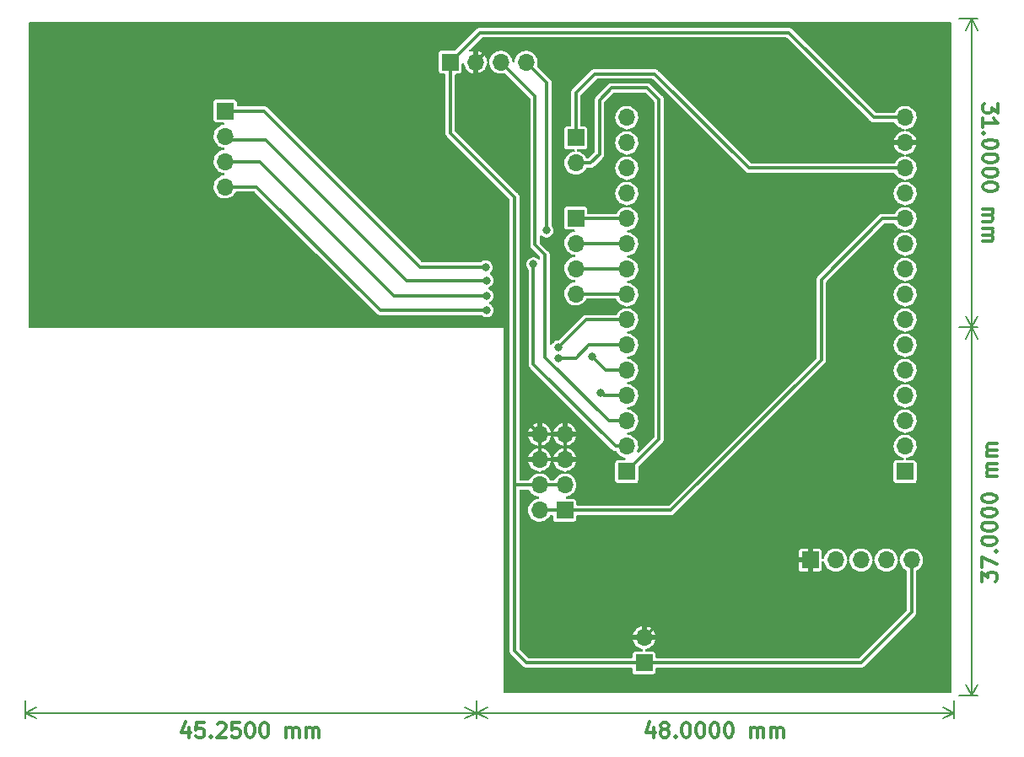
<source format=gbr>
%TF.GenerationSoftware,KiCad,Pcbnew,(5.99.0-9565-gc0f3e53b52)*%
%TF.CreationDate,2021-04-08T11:44:11+02:00*%
%TF.ProjectId,Smogly1,536d6f67-6c79-4312-9e6b-696361645f70,rev?*%
%TF.SameCoordinates,Original*%
%TF.FileFunction,Copper,L1,Top*%
%TF.FilePolarity,Positive*%
%FSLAX46Y46*%
G04 Gerber Fmt 4.6, Leading zero omitted, Abs format (unit mm)*
G04 Created by KiCad (PCBNEW (5.99.0-9565-gc0f3e53b52)) date 2021-04-08 11:44:11*
%MOMM*%
%LPD*%
G01*
G04 APERTURE LIST*
%ADD10C,0.300000*%
%TA.AperFunction,NonConductor*%
%ADD11C,0.200000*%
%TD*%
%TA.AperFunction,ComponentPad*%
%ADD12R,1.700000X1.700000*%
%TD*%
%TA.AperFunction,ComponentPad*%
%ADD13O,1.700000X1.700000*%
%TD*%
%TA.AperFunction,ViaPad*%
%ADD14C,0.800000*%
%TD*%
%TA.AperFunction,Conductor*%
%ADD15C,0.350000*%
%TD*%
G04 APERTURE END LIST*
D10*
X260938187Y-124950000D02*
X260938187Y-124021428D01*
X261509616Y-124521428D01*
X261509616Y-124307142D01*
X261581044Y-124164285D01*
X261652473Y-124092857D01*
X261795330Y-124021428D01*
X262152473Y-124021428D01*
X262295330Y-124092857D01*
X262366758Y-124164285D01*
X262438187Y-124307142D01*
X262438187Y-124735714D01*
X262366758Y-124878571D01*
X262295330Y-124950000D01*
X260938187Y-123521428D02*
X260938187Y-122521428D01*
X262438187Y-123164285D01*
X262295330Y-121950000D02*
X262366758Y-121878571D01*
X262438187Y-121950000D01*
X262366758Y-122021428D01*
X262295330Y-121950000D01*
X262438187Y-121950000D01*
X260938187Y-120950000D02*
X260938187Y-120807142D01*
X261009616Y-120664285D01*
X261081044Y-120592857D01*
X261223901Y-120521428D01*
X261509616Y-120450000D01*
X261866758Y-120450000D01*
X262152473Y-120521428D01*
X262295330Y-120592857D01*
X262366758Y-120664285D01*
X262438187Y-120807142D01*
X262438187Y-120950000D01*
X262366758Y-121092857D01*
X262295330Y-121164285D01*
X262152473Y-121235714D01*
X261866758Y-121307142D01*
X261509616Y-121307142D01*
X261223901Y-121235714D01*
X261081044Y-121164285D01*
X261009616Y-121092857D01*
X260938187Y-120950000D01*
X260938187Y-119521428D02*
X260938187Y-119378571D01*
X261009616Y-119235714D01*
X261081044Y-119164285D01*
X261223901Y-119092857D01*
X261509616Y-119021428D01*
X261866758Y-119021428D01*
X262152473Y-119092857D01*
X262295330Y-119164285D01*
X262366758Y-119235714D01*
X262438187Y-119378571D01*
X262438187Y-119521428D01*
X262366758Y-119664285D01*
X262295330Y-119735714D01*
X262152473Y-119807142D01*
X261866758Y-119878571D01*
X261509616Y-119878571D01*
X261223901Y-119807142D01*
X261081044Y-119735714D01*
X261009616Y-119664285D01*
X260938187Y-119521428D01*
X260938187Y-118092857D02*
X260938187Y-117950000D01*
X261009616Y-117807142D01*
X261081044Y-117735714D01*
X261223901Y-117664285D01*
X261509616Y-117592857D01*
X261866758Y-117592857D01*
X262152473Y-117664285D01*
X262295330Y-117735714D01*
X262366758Y-117807142D01*
X262438187Y-117950000D01*
X262438187Y-118092857D01*
X262366758Y-118235714D01*
X262295330Y-118307142D01*
X262152473Y-118378571D01*
X261866758Y-118450000D01*
X261509616Y-118450000D01*
X261223901Y-118378571D01*
X261081044Y-118307142D01*
X261009616Y-118235714D01*
X260938187Y-118092857D01*
X260938187Y-116664285D02*
X260938187Y-116521428D01*
X261009616Y-116378571D01*
X261081044Y-116307142D01*
X261223901Y-116235714D01*
X261509616Y-116164285D01*
X261866758Y-116164285D01*
X262152473Y-116235714D01*
X262295330Y-116307142D01*
X262366758Y-116378571D01*
X262438187Y-116521428D01*
X262438187Y-116664285D01*
X262366758Y-116807142D01*
X262295330Y-116878571D01*
X262152473Y-116950000D01*
X261866758Y-117021428D01*
X261509616Y-117021428D01*
X261223901Y-116950000D01*
X261081044Y-116878571D01*
X261009616Y-116807142D01*
X260938187Y-116664285D01*
X262438187Y-114378571D02*
X261438187Y-114378571D01*
X261581044Y-114378571D02*
X261509616Y-114307142D01*
X261438187Y-114164285D01*
X261438187Y-113950000D01*
X261509616Y-113807142D01*
X261652473Y-113735714D01*
X262438187Y-113735714D01*
X261652473Y-113735714D02*
X261509616Y-113664285D01*
X261438187Y-113521428D01*
X261438187Y-113307142D01*
X261509616Y-113164285D01*
X261652473Y-113092857D01*
X262438187Y-113092857D01*
X262438187Y-112378571D02*
X261438187Y-112378571D01*
X261581044Y-112378571D02*
X261509616Y-112307142D01*
X261438187Y-112164285D01*
X261438187Y-111950000D01*
X261509616Y-111807142D01*
X261652473Y-111735714D01*
X262438187Y-111735714D01*
X261652473Y-111735714D02*
X261509616Y-111664285D01*
X261438187Y-111521428D01*
X261438187Y-111307142D01*
X261509616Y-111164285D01*
X261652473Y-111092857D01*
X262438187Y-111092857D01*
D11*
X258700000Y-136450000D02*
X260546036Y-136450000D01*
X258700000Y-99450000D02*
X260546036Y-99450000D01*
X259959616Y-136450000D02*
X259959616Y-99450000D01*
X259959616Y-136450000D02*
X259959616Y-99450000D01*
X259959616Y-136450000D02*
X260546037Y-135323496D01*
X259959616Y-136450000D02*
X259373195Y-135323496D01*
X259959616Y-99450000D02*
X259373195Y-100576504D01*
X259959616Y-99450000D02*
X260546037Y-100576504D01*
D10*
X181360714Y-139627448D02*
X181360714Y-140627448D01*
X181003571Y-139056019D02*
X180646428Y-140127448D01*
X181575000Y-140127448D01*
X182860714Y-139127448D02*
X182146428Y-139127448D01*
X182075000Y-139841734D01*
X182146428Y-139770305D01*
X182289285Y-139698877D01*
X182646428Y-139698877D01*
X182789285Y-139770305D01*
X182860714Y-139841734D01*
X182932142Y-139984591D01*
X182932142Y-140341734D01*
X182860714Y-140484591D01*
X182789285Y-140556019D01*
X182646428Y-140627448D01*
X182289285Y-140627448D01*
X182146428Y-140556019D01*
X182075000Y-140484591D01*
X183575000Y-140484591D02*
X183646428Y-140556019D01*
X183575000Y-140627448D01*
X183503571Y-140556019D01*
X183575000Y-140484591D01*
X183575000Y-140627448D01*
X184217857Y-139270305D02*
X184289285Y-139198877D01*
X184432142Y-139127448D01*
X184789285Y-139127448D01*
X184932142Y-139198877D01*
X185003571Y-139270305D01*
X185075000Y-139413162D01*
X185075000Y-139556019D01*
X185003571Y-139770305D01*
X184146428Y-140627448D01*
X185075000Y-140627448D01*
X186432142Y-139127448D02*
X185717857Y-139127448D01*
X185646428Y-139841734D01*
X185717857Y-139770305D01*
X185860714Y-139698877D01*
X186217857Y-139698877D01*
X186360714Y-139770305D01*
X186432142Y-139841734D01*
X186503571Y-139984591D01*
X186503571Y-140341734D01*
X186432142Y-140484591D01*
X186360714Y-140556019D01*
X186217857Y-140627448D01*
X185860714Y-140627448D01*
X185717857Y-140556019D01*
X185646428Y-140484591D01*
X187432142Y-139127448D02*
X187575000Y-139127448D01*
X187717857Y-139198877D01*
X187789285Y-139270305D01*
X187860714Y-139413162D01*
X187932142Y-139698877D01*
X187932142Y-140056019D01*
X187860714Y-140341734D01*
X187789285Y-140484591D01*
X187717857Y-140556019D01*
X187575000Y-140627448D01*
X187432142Y-140627448D01*
X187289285Y-140556019D01*
X187217857Y-140484591D01*
X187146428Y-140341734D01*
X187075000Y-140056019D01*
X187075000Y-139698877D01*
X187146428Y-139413162D01*
X187217857Y-139270305D01*
X187289285Y-139198877D01*
X187432142Y-139127448D01*
X188860714Y-139127448D02*
X189003571Y-139127448D01*
X189146428Y-139198877D01*
X189217857Y-139270305D01*
X189289285Y-139413162D01*
X189360714Y-139698877D01*
X189360714Y-140056019D01*
X189289285Y-140341734D01*
X189217857Y-140484591D01*
X189146428Y-140556019D01*
X189003571Y-140627448D01*
X188860714Y-140627448D01*
X188717857Y-140556019D01*
X188646428Y-140484591D01*
X188575000Y-140341734D01*
X188503571Y-140056019D01*
X188503571Y-139698877D01*
X188575000Y-139413162D01*
X188646428Y-139270305D01*
X188717857Y-139198877D01*
X188860714Y-139127448D01*
X191146428Y-140627448D02*
X191146428Y-139627448D01*
X191146428Y-139770305D02*
X191217857Y-139698877D01*
X191360714Y-139627448D01*
X191575000Y-139627448D01*
X191717857Y-139698877D01*
X191789285Y-139841734D01*
X191789285Y-140627448D01*
X191789285Y-139841734D02*
X191860714Y-139698877D01*
X192003571Y-139627448D01*
X192217857Y-139627448D01*
X192360714Y-139698877D01*
X192432142Y-139841734D01*
X192432142Y-140627448D01*
X193146428Y-140627448D02*
X193146428Y-139627448D01*
X193146428Y-139770305D02*
X193217857Y-139698877D01*
X193360714Y-139627448D01*
X193575000Y-139627448D01*
X193717857Y-139698877D01*
X193789285Y-139841734D01*
X193789285Y-140627448D01*
X193789285Y-139841734D02*
X193860714Y-139698877D01*
X194003571Y-139627448D01*
X194217857Y-139627448D01*
X194360714Y-139698877D01*
X194432142Y-139841734D01*
X194432142Y-140627448D01*
D11*
X210200000Y-136950000D02*
X210200000Y-138735297D01*
X164950000Y-136950000D02*
X164950000Y-138735297D01*
X210200000Y-138148877D02*
X164950000Y-138148877D01*
X210200000Y-138148877D02*
X164950000Y-138148877D01*
X210200000Y-138148877D02*
X209073496Y-137562456D01*
X210200000Y-138148877D02*
X209073496Y-138735298D01*
X164950000Y-138148877D02*
X166076504Y-138735298D01*
X164950000Y-138148877D02*
X166076504Y-137562456D01*
D10*
X227985714Y-139627448D02*
X227985714Y-140627448D01*
X227628571Y-139056019D02*
X227271428Y-140127448D01*
X228200000Y-140127448D01*
X228985714Y-139770305D02*
X228842857Y-139698877D01*
X228771428Y-139627448D01*
X228700000Y-139484591D01*
X228700000Y-139413162D01*
X228771428Y-139270305D01*
X228842857Y-139198877D01*
X228985714Y-139127448D01*
X229271428Y-139127448D01*
X229414285Y-139198877D01*
X229485714Y-139270305D01*
X229557142Y-139413162D01*
X229557142Y-139484591D01*
X229485714Y-139627448D01*
X229414285Y-139698877D01*
X229271428Y-139770305D01*
X228985714Y-139770305D01*
X228842857Y-139841734D01*
X228771428Y-139913162D01*
X228700000Y-140056019D01*
X228700000Y-140341734D01*
X228771428Y-140484591D01*
X228842857Y-140556019D01*
X228985714Y-140627448D01*
X229271428Y-140627448D01*
X229414285Y-140556019D01*
X229485714Y-140484591D01*
X229557142Y-140341734D01*
X229557142Y-140056019D01*
X229485714Y-139913162D01*
X229414285Y-139841734D01*
X229271428Y-139770305D01*
X230200000Y-140484591D02*
X230271428Y-140556019D01*
X230200000Y-140627448D01*
X230128571Y-140556019D01*
X230200000Y-140484591D01*
X230200000Y-140627448D01*
X231200000Y-139127448D02*
X231342857Y-139127448D01*
X231485714Y-139198877D01*
X231557142Y-139270305D01*
X231628571Y-139413162D01*
X231700000Y-139698877D01*
X231700000Y-140056019D01*
X231628571Y-140341734D01*
X231557142Y-140484591D01*
X231485714Y-140556019D01*
X231342857Y-140627448D01*
X231200000Y-140627448D01*
X231057142Y-140556019D01*
X230985714Y-140484591D01*
X230914285Y-140341734D01*
X230842857Y-140056019D01*
X230842857Y-139698877D01*
X230914285Y-139413162D01*
X230985714Y-139270305D01*
X231057142Y-139198877D01*
X231200000Y-139127448D01*
X232628571Y-139127448D02*
X232771428Y-139127448D01*
X232914285Y-139198877D01*
X232985714Y-139270305D01*
X233057142Y-139413162D01*
X233128571Y-139698877D01*
X233128571Y-140056019D01*
X233057142Y-140341734D01*
X232985714Y-140484591D01*
X232914285Y-140556019D01*
X232771428Y-140627448D01*
X232628571Y-140627448D01*
X232485714Y-140556019D01*
X232414285Y-140484591D01*
X232342857Y-140341734D01*
X232271428Y-140056019D01*
X232271428Y-139698877D01*
X232342857Y-139413162D01*
X232414285Y-139270305D01*
X232485714Y-139198877D01*
X232628571Y-139127448D01*
X234057142Y-139127448D02*
X234200000Y-139127448D01*
X234342857Y-139198877D01*
X234414285Y-139270305D01*
X234485714Y-139413162D01*
X234557142Y-139698877D01*
X234557142Y-140056019D01*
X234485714Y-140341734D01*
X234414285Y-140484591D01*
X234342857Y-140556019D01*
X234200000Y-140627448D01*
X234057142Y-140627448D01*
X233914285Y-140556019D01*
X233842857Y-140484591D01*
X233771428Y-140341734D01*
X233700000Y-140056019D01*
X233700000Y-139698877D01*
X233771428Y-139413162D01*
X233842857Y-139270305D01*
X233914285Y-139198877D01*
X234057142Y-139127448D01*
X235485714Y-139127448D02*
X235628571Y-139127448D01*
X235771428Y-139198877D01*
X235842857Y-139270305D01*
X235914285Y-139413162D01*
X235985714Y-139698877D01*
X235985714Y-140056019D01*
X235914285Y-140341734D01*
X235842857Y-140484591D01*
X235771428Y-140556019D01*
X235628571Y-140627448D01*
X235485714Y-140627448D01*
X235342857Y-140556019D01*
X235271428Y-140484591D01*
X235200000Y-140341734D01*
X235128571Y-140056019D01*
X235128571Y-139698877D01*
X235200000Y-139413162D01*
X235271428Y-139270305D01*
X235342857Y-139198877D01*
X235485714Y-139127448D01*
X237771428Y-140627448D02*
X237771428Y-139627448D01*
X237771428Y-139770305D02*
X237842857Y-139698877D01*
X237985714Y-139627448D01*
X238200000Y-139627448D01*
X238342857Y-139698877D01*
X238414285Y-139841734D01*
X238414285Y-140627448D01*
X238414285Y-139841734D02*
X238485714Y-139698877D01*
X238628571Y-139627448D01*
X238842857Y-139627448D01*
X238985714Y-139698877D01*
X239057142Y-139841734D01*
X239057142Y-140627448D01*
X239771428Y-140627448D02*
X239771428Y-139627448D01*
X239771428Y-139770305D02*
X239842857Y-139698877D01*
X239985714Y-139627448D01*
X240200000Y-139627448D01*
X240342857Y-139698877D01*
X240414285Y-139841734D01*
X240414285Y-140627448D01*
X240414285Y-139841734D02*
X240485714Y-139698877D01*
X240628571Y-139627448D01*
X240842857Y-139627448D01*
X240985714Y-139698877D01*
X241057142Y-139841734D01*
X241057142Y-140627448D01*
D11*
X258200000Y-136950000D02*
X258200000Y-138735297D01*
X210200000Y-136950000D02*
X210200000Y-138735297D01*
X258200000Y-138148877D02*
X210200000Y-138148877D01*
X258200000Y-138148877D02*
X210200000Y-138148877D01*
X258200000Y-138148877D02*
X257073496Y-137562456D01*
X258200000Y-138148877D02*
X257073496Y-138735298D01*
X210200000Y-138148877D02*
X211326504Y-138735298D01*
X210200000Y-138148877D02*
X211326504Y-137562456D01*
D10*
X262581044Y-76950000D02*
X262581044Y-77878571D01*
X262009616Y-77378571D01*
X262009616Y-77592857D01*
X261938187Y-77735714D01*
X261866758Y-77807142D01*
X261723901Y-77878571D01*
X261366758Y-77878571D01*
X261223901Y-77807142D01*
X261152473Y-77735714D01*
X261081044Y-77592857D01*
X261081044Y-77164285D01*
X261152473Y-77021428D01*
X261223901Y-76950000D01*
X261081044Y-79307142D02*
X261081044Y-78450000D01*
X261081044Y-78878571D02*
X262581044Y-78878571D01*
X262366758Y-78735714D01*
X262223901Y-78592857D01*
X262152473Y-78450000D01*
X261223901Y-79950000D02*
X261152473Y-80021428D01*
X261081044Y-79950000D01*
X261152473Y-79878571D01*
X261223901Y-79950000D01*
X261081044Y-79950000D01*
X262581044Y-80950000D02*
X262581044Y-81092857D01*
X262509616Y-81235714D01*
X262438187Y-81307142D01*
X262295330Y-81378571D01*
X262009616Y-81450000D01*
X261652473Y-81450000D01*
X261366758Y-81378571D01*
X261223901Y-81307142D01*
X261152473Y-81235714D01*
X261081044Y-81092857D01*
X261081044Y-80950000D01*
X261152473Y-80807142D01*
X261223901Y-80735714D01*
X261366758Y-80664285D01*
X261652473Y-80592857D01*
X262009616Y-80592857D01*
X262295330Y-80664285D01*
X262438187Y-80735714D01*
X262509616Y-80807142D01*
X262581044Y-80950000D01*
X262581044Y-82378571D02*
X262581044Y-82521428D01*
X262509616Y-82664285D01*
X262438187Y-82735714D01*
X262295330Y-82807142D01*
X262009616Y-82878571D01*
X261652473Y-82878571D01*
X261366758Y-82807142D01*
X261223901Y-82735714D01*
X261152473Y-82664285D01*
X261081044Y-82521428D01*
X261081044Y-82378571D01*
X261152473Y-82235714D01*
X261223901Y-82164285D01*
X261366758Y-82092857D01*
X261652473Y-82021428D01*
X262009616Y-82021428D01*
X262295330Y-82092857D01*
X262438187Y-82164285D01*
X262509616Y-82235714D01*
X262581044Y-82378571D01*
X262581044Y-83807142D02*
X262581044Y-83950000D01*
X262509616Y-84092857D01*
X262438187Y-84164285D01*
X262295330Y-84235714D01*
X262009616Y-84307142D01*
X261652473Y-84307142D01*
X261366758Y-84235714D01*
X261223901Y-84164285D01*
X261152473Y-84092857D01*
X261081044Y-83950000D01*
X261081044Y-83807142D01*
X261152473Y-83664285D01*
X261223901Y-83592857D01*
X261366758Y-83521428D01*
X261652473Y-83450000D01*
X262009616Y-83450000D01*
X262295330Y-83521428D01*
X262438187Y-83592857D01*
X262509616Y-83664285D01*
X262581044Y-83807142D01*
X262581044Y-85235714D02*
X262581044Y-85378571D01*
X262509616Y-85521428D01*
X262438187Y-85592857D01*
X262295330Y-85664285D01*
X262009616Y-85735714D01*
X261652473Y-85735714D01*
X261366758Y-85664285D01*
X261223901Y-85592857D01*
X261152473Y-85521428D01*
X261081044Y-85378571D01*
X261081044Y-85235714D01*
X261152473Y-85092857D01*
X261223901Y-85021428D01*
X261366758Y-84950000D01*
X261652473Y-84878571D01*
X262009616Y-84878571D01*
X262295330Y-84950000D01*
X262438187Y-85021428D01*
X262509616Y-85092857D01*
X262581044Y-85235714D01*
X261081044Y-87521428D02*
X262081044Y-87521428D01*
X261938187Y-87521428D02*
X262009616Y-87592857D01*
X262081044Y-87735714D01*
X262081044Y-87950000D01*
X262009616Y-88092857D01*
X261866758Y-88164285D01*
X261081044Y-88164285D01*
X261866758Y-88164285D02*
X262009616Y-88235714D01*
X262081044Y-88378571D01*
X262081044Y-88592857D01*
X262009616Y-88735714D01*
X261866758Y-88807142D01*
X261081044Y-88807142D01*
X261081044Y-89521428D02*
X262081044Y-89521428D01*
X261938187Y-89521428D02*
X262009616Y-89592857D01*
X262081044Y-89735714D01*
X262081044Y-89950000D01*
X262009616Y-90092857D01*
X261866758Y-90164285D01*
X261081044Y-90164285D01*
X261866758Y-90164285D02*
X262009616Y-90235714D01*
X262081044Y-90378571D01*
X262081044Y-90592857D01*
X262009616Y-90735714D01*
X261866758Y-90807142D01*
X261081044Y-90807142D01*
D11*
X258700000Y-68450000D02*
X260546036Y-68450000D01*
X258700000Y-99450000D02*
X260546036Y-99450000D01*
X259959616Y-68450000D02*
X259959616Y-99450000D01*
X259959616Y-68450000D02*
X259959616Y-99450000D01*
X259959616Y-68450000D02*
X259373195Y-69576504D01*
X259959616Y-68450000D02*
X260546037Y-69576504D01*
X259959616Y-99450000D02*
X260546037Y-98323496D01*
X259959616Y-99450000D02*
X259373195Y-98323496D01*
D12*
%TO.P,J2,1,Pin_1*%
%TO.N,+5V*%
X207600000Y-72800000D03*
D13*
%TO.P,J2,2,Pin_2*%
%TO.N,GND*%
X210140000Y-72800000D03*
%TO.P,J2,3,Pin_3*%
%TO.N,Net-(J11-Pad3)*%
X212680000Y-72800000D03*
%TO.P,J2,4,Pin_4*%
%TO.N,Net-(J11-Pad2)*%
X215220000Y-72800000D03*
%TD*%
D12*
%TO.P,J1,1,Pin_1*%
%TO.N,+5V*%
X227050000Y-133125000D03*
D13*
%TO.P,J1,2,Pin_2*%
%TO.N,GND*%
X227050000Y-130585000D03*
%TD*%
D12*
%TO.P,J8,1,Pin_1*%
%TO.N,Net-(J11-Pad11)*%
X220200000Y-88450000D03*
D13*
%TO.P,J8,2,Pin_2*%
%TO.N,Net-(J11-Pad10)*%
X220200000Y-90990000D03*
%TO.P,J8,3,Pin_3*%
%TO.N,Net-(J11-Pad9)*%
X220200000Y-93530000D03*
%TO.P,J8,4,Pin_4*%
%TO.N,Net-(J11-Pad8)*%
X220200000Y-96070000D03*
%TD*%
D12*
%TO.P,J6,1,Pin_1*%
%TO.N,Net-(J10-Pad13)*%
X220200000Y-80400000D03*
D13*
%TO.P,J6,2,Pin_2*%
%TO.N,Net-(J11-Pad1)*%
X220200000Y-82940000D03*
%TD*%
D12*
%TO.P,J10,1,Pin_1*%
%TO.N,N/C*%
X253250000Y-113920000D03*
D13*
%TO.P,J10,2,Pin_2*%
X253250000Y-111380000D03*
%TO.P,J10,3,Pin_3*%
X253250000Y-108840000D03*
%TO.P,J10,4,Pin_4*%
X253250000Y-106300000D03*
%TO.P,J10,5,Pin_5*%
X253250000Y-103760000D03*
%TO.P,J10,6,Pin_6*%
X253250000Y-101220000D03*
%TO.P,J10,7,Pin_7*%
X253250000Y-98680000D03*
%TO.P,J10,8,Pin_8*%
X253250000Y-96140000D03*
%TO.P,J10,9,Pin_9*%
X253250000Y-93600000D03*
%TO.P,J10,10,Pin_10*%
X253250000Y-91060000D03*
%TO.P,J10,11,Pin_11*%
%TO.N,+3V3*%
X253250000Y-88520000D03*
%TO.P,J10,12,Pin_12*%
%TO.N,N/C*%
X253250000Y-85980000D03*
%TO.P,J10,13,Pin_13*%
%TO.N,Net-(J10-Pad13)*%
X253250000Y-83440000D03*
%TO.P,J10,14,Pin_14*%
%TO.N,GND*%
X253250000Y-80900000D03*
%TO.P,J10,15,Pin_15*%
%TO.N,+5V*%
X253250000Y-78360000D03*
%TD*%
D12*
%TO.P,J5,1,Pin_1*%
%TO.N,+3V3*%
X219100000Y-117800000D03*
D13*
%TO.P,J5,2,Pin_2*%
X216560000Y-117800000D03*
%TO.P,J5,3,Pin_3*%
%TO.N,+5V*%
X219100000Y-115260000D03*
%TO.P,J5,4,Pin_4*%
X216560000Y-115260000D03*
%TO.P,J5,5,Pin_5*%
%TO.N,GND*%
X219100000Y-112720000D03*
%TO.P,J5,6,Pin_6*%
X216560000Y-112720000D03*
%TO.P,J5,7,Pin_7*%
X219100000Y-110180000D03*
%TO.P,J5,8,Pin_8*%
X216560000Y-110180000D03*
%TD*%
D12*
%TO.P,J11,1,Pin_1*%
%TO.N,Net-(J11-Pad1)*%
X225310000Y-113920000D03*
D13*
%TO.P,J11,2,Pin_2*%
%TO.N,Net-(J11-Pad2)*%
X225310000Y-111380000D03*
%TO.P,J11,3,Pin_3*%
%TO.N,Net-(J11-Pad3)*%
X225310000Y-108840000D03*
%TO.P,J11,4,Pin_4*%
%TO.N,Net-(J11-Pad4)*%
X225310000Y-106300000D03*
%TO.P,J11,5,Pin_5*%
%TO.N,Net-(J11-Pad5)*%
X225310000Y-103760000D03*
%TO.P,J11,6,Pin_6*%
%TO.N,Net-(J11-Pad6)*%
X225310000Y-101220000D03*
%TO.P,J11,7,Pin_7*%
%TO.N,Net-(J11-Pad7)*%
X225310000Y-98680000D03*
%TO.P,J11,8,Pin_8*%
%TO.N,Net-(J11-Pad8)*%
X225310000Y-96140000D03*
%TO.P,J11,9,Pin_9*%
%TO.N,Net-(J11-Pad9)*%
X225310000Y-93600000D03*
%TO.P,J11,10,Pin_10*%
%TO.N,Net-(J11-Pad10)*%
X225310000Y-91060000D03*
%TO.P,J11,11,Pin_11*%
%TO.N,Net-(J11-Pad11)*%
X225310000Y-88520000D03*
%TO.P,J11,12,Pin_12*%
%TO.N,N/C*%
X225310000Y-85980000D03*
%TO.P,J11,13,Pin_13*%
X225310000Y-83440000D03*
%TO.P,J11,14,Pin_14*%
X225310000Y-80900000D03*
%TO.P,J11,15,Pin_15*%
X225310000Y-78360000D03*
%TD*%
D12*
%TO.P,J4,1,Pin_1*%
%TO.N,GND*%
X243725000Y-122800000D03*
D13*
%TO.P,J4,2,Pin_2*%
%TO.N,N/C*%
X246265000Y-122800000D03*
%TO.P,J4,3,Pin_3*%
X248805000Y-122800000D03*
%TO.P,J4,4,Pin_4*%
X251345000Y-122800000D03*
%TO.P,J4,5,Pin_5*%
%TO.N,+5V*%
X253885000Y-122800000D03*
%TD*%
D12*
%TO.P,J3,1,Pin_1*%
%TO.N,Net-(J11-Pad4)*%
X185000000Y-77700000D03*
D13*
%TO.P,J3,2,Pin_2*%
%TO.N,Net-(J11-Pad5)*%
X185000000Y-80240000D03*
%TO.P,J3,3,Pin_3*%
%TO.N,Net-(J11-Pad7)*%
X185000000Y-82780000D03*
%TO.P,J3,4,Pin_4*%
%TO.N,Net-(J11-Pad6)*%
X185000000Y-85320000D03*
%TD*%
D14*
%TO.N,Net-(J11-Pad2)*%
X215950000Y-93100000D03*
X217250000Y-89700000D03*
%TO.N,GND*%
X224050000Y-130550000D03*
X222000000Y-115050000D03*
%TO.N,Net-(J11-Pad5)*%
X221850000Y-102400000D03*
X211220000Y-94710000D03*
%TO.N,Net-(J11-Pad4)*%
X222700000Y-106000000D03*
X211147565Y-93401308D03*
%TO.N,Net-(J11-Pad6)*%
X218490000Y-102500000D03*
X211250000Y-97720000D03*
%TO.N,Net-(J11-Pad7)*%
X211220000Y-96250000D03*
X218431636Y-101448364D03*
%TD*%
D15*
%TO.N,Net-(J11-Pad2)*%
X217250000Y-89700000D02*
X217300000Y-89650000D01*
X217300000Y-74880000D02*
X215220000Y-72800000D01*
X215950000Y-93100000D02*
X215950000Y-103150000D01*
X224180000Y-111380000D02*
X225310000Y-111380000D01*
X215950000Y-103150000D02*
X224180000Y-111380000D01*
X217300000Y-89650000D02*
X217300000Y-74880000D01*
%TO.N,Net-(J11-Pad3)*%
X216100000Y-91150000D02*
X217100000Y-92150000D01*
X223490000Y-108840000D02*
X225310000Y-108840000D01*
X212680000Y-72800000D02*
X216100000Y-76220000D01*
X217100000Y-102450000D02*
X223490000Y-108840000D01*
X217100000Y-92150000D02*
X217100000Y-102450000D01*
X216100000Y-76220000D02*
X216100000Y-91150000D01*
%TO.N,+5V*%
X215225000Y-133125000D02*
X227050000Y-133125000D01*
X214060000Y-115260000D02*
X214050000Y-115250000D01*
X214050000Y-115250000D02*
X214050000Y-131950000D01*
X253885000Y-122800000D02*
X253885000Y-128065000D01*
X214050000Y-131950000D02*
X215225000Y-133125000D01*
X207600000Y-79903380D02*
X214050000Y-86353380D01*
X207600000Y-72800000D02*
X210550000Y-69850000D01*
X216560000Y-115260000D02*
X214060000Y-115260000D01*
X219100000Y-115260000D02*
X216560000Y-115260000D01*
X253885000Y-128065000D02*
X248825000Y-133125000D01*
X210550000Y-69850000D02*
X241600000Y-69850000D01*
X214050000Y-86353380D02*
X214050000Y-115250000D01*
X248825000Y-133125000D02*
X227050000Y-133125000D01*
X241600000Y-69850000D02*
X250110000Y-78360000D01*
X207600000Y-72800000D02*
X207600000Y-79903380D01*
X250110000Y-78360000D02*
X253250000Y-78360000D01*
%TO.N,GND*%
X241925000Y-129650000D02*
X227985000Y-129650000D01*
X210140000Y-78740000D02*
X214850000Y-83450000D01*
X212390000Y-70550000D02*
X240600000Y-70550000D01*
X219100000Y-112720000D02*
X221291017Y-112720000D01*
X219100000Y-110180000D02*
X216560000Y-110180000D01*
X219100000Y-112720000D02*
X219100000Y-110180000D01*
X216560000Y-110180000D02*
X216560000Y-112720000D01*
X214850000Y-108470000D02*
X216560000Y-110180000D01*
X214850000Y-83450000D02*
X214850000Y-108470000D01*
X221291017Y-112720000D02*
X222000000Y-113428983D01*
X210140000Y-72800000D02*
X212390000Y-70550000D01*
X222000000Y-113428983D02*
X222000000Y-114050000D01*
X227015000Y-130550000D02*
X227050000Y-130585000D01*
X224050000Y-130550000D02*
X227015000Y-130550000D01*
X241925000Y-129650000D02*
X243725000Y-127850000D01*
X216560000Y-112720000D02*
X219100000Y-112720000D01*
X250950000Y-80900000D02*
X253250000Y-80900000D01*
X210140000Y-72800000D02*
X210140000Y-78740000D01*
X227985000Y-129650000D02*
X227050000Y-130585000D01*
X222000000Y-114050000D02*
X222000000Y-115050000D01*
X240600000Y-70550000D02*
X250950000Y-80900000D01*
X243725000Y-127850000D02*
X243725000Y-122800000D01*
%TO.N,+3V3*%
X216560000Y-117800000D02*
X219100000Y-117800000D01*
X244850000Y-102700000D02*
X229750000Y-117800000D01*
X253250000Y-88520000D02*
X250980000Y-88520000D01*
X250980000Y-88520000D02*
X244850000Y-94650000D01*
X229750000Y-117800000D02*
X219100000Y-117800000D01*
X244850000Y-94650000D02*
X244850000Y-102700000D01*
%TO.N,Net-(J11-Pad8)*%
X225240000Y-96070000D02*
X225310000Y-96140000D01*
X220200000Y-96070000D02*
X225240000Y-96070000D01*
%TO.N,Net-(J11-Pad9)*%
X220270000Y-93600000D02*
X220200000Y-93530000D01*
X225310000Y-93600000D02*
X220270000Y-93600000D01*
%TO.N,Net-(J11-Pad10)*%
X220200000Y-90990000D02*
X225240000Y-90990000D01*
X225240000Y-90990000D02*
X225310000Y-91060000D01*
%TO.N,Net-(J11-Pad11)*%
X225310000Y-88520000D02*
X220270000Y-88520000D01*
X220270000Y-88520000D02*
X220200000Y-88450000D01*
%TO.N,Net-(J11-Pad5)*%
X223210000Y-103760000D02*
X221850000Y-102400000D01*
X211220000Y-94710000D02*
X211180000Y-94750000D01*
X225310000Y-103760000D02*
X223210000Y-103760000D01*
X189100000Y-80600000D02*
X185050000Y-80600000D01*
X211180000Y-94750000D02*
X203250000Y-94750000D01*
X203250000Y-94750000D02*
X189100000Y-80600000D01*
%TO.N,Net-(J11-Pad4)*%
X204601308Y-93401308D02*
X188900000Y-77700000D01*
X211147565Y-93401308D02*
X204601308Y-93401308D01*
X188900000Y-77700000D02*
X185000000Y-77700000D01*
X225310000Y-106300000D02*
X223000000Y-106300000D01*
X223000000Y-106300000D02*
X222700000Y-106000000D01*
%TO.N,Net-(J11-Pad6)*%
X221480000Y-101220000D02*
X225310000Y-101220000D01*
X218490000Y-102500000D02*
X220200000Y-102500000D01*
X220200000Y-102500000D02*
X221480000Y-101220000D01*
X211250000Y-97720000D02*
X200550000Y-97720000D01*
X200550000Y-97720000D02*
X188150000Y-85320000D01*
X188150000Y-85320000D02*
X185000000Y-85320000D01*
%TO.N,Net-(J11-Pad7)*%
X218431636Y-101448364D02*
X218491636Y-101448364D01*
X218491636Y-101448364D02*
X221260000Y-98680000D01*
X221260000Y-98680000D02*
X225310000Y-98680000D01*
X188440000Y-82780000D02*
X185000000Y-82780000D01*
X211220000Y-96250000D02*
X201910000Y-96250000D01*
X201910000Y-96250000D02*
X188440000Y-82780000D01*
%TO.N,Net-(J11-Pad1)*%
X227380000Y-75390000D02*
X223790000Y-75390000D01*
X228550000Y-76560000D02*
X227380000Y-75390000D01*
X222560000Y-82050000D02*
X221670000Y-82940000D01*
X222560000Y-76620000D02*
X222560000Y-82050000D01*
X221670000Y-82940000D02*
X220200000Y-82940000D01*
X228550000Y-110680000D02*
X228550000Y-76560000D01*
X225310000Y-113920000D02*
X228550000Y-110680000D01*
X223790000Y-75390000D02*
X222560000Y-76620000D01*
%TO.N,Net-(J10-Pad13)*%
X220200000Y-75870000D02*
X220200000Y-80400000D01*
X228100000Y-73980000D02*
X222090000Y-73980000D01*
X222090000Y-73980000D02*
X220200000Y-75870000D01*
X237560000Y-83440000D02*
X228100000Y-73980000D01*
X253250000Y-83440000D02*
X237560000Y-83440000D01*
%TD*%
%TA.AperFunction,NonConductor*%
G36*
X257842121Y-68770002D02*
G01*
X257888614Y-68823658D01*
X257900000Y-68876000D01*
X257900000Y-136024000D01*
X257879998Y-136092121D01*
X257826342Y-136138614D01*
X257774000Y-136150000D01*
X213051000Y-136150000D01*
X212982879Y-136129998D01*
X212936386Y-136076342D01*
X212925000Y-136024000D01*
X212925000Y-99475000D01*
X165376000Y-99475000D01*
X165307879Y-99454998D01*
X165261386Y-99401342D01*
X165250000Y-99349000D01*
X165250000Y-76850000D01*
X183844500Y-76850000D01*
X183844500Y-78550000D01*
X183844567Y-78551441D01*
X183844567Y-78551458D01*
X183845219Y-78565558D01*
X183845803Y-78578188D01*
X183876528Y-78686173D01*
X183944186Y-78775767D01*
X184039641Y-78834870D01*
X184051113Y-78837014D01*
X184051114Y-78837015D01*
X184144275Y-78854430D01*
X184144277Y-78854430D01*
X184150000Y-78855500D01*
X184785473Y-78855500D01*
X184853594Y-78875502D01*
X184900087Y-78929158D01*
X184910191Y-78999432D01*
X184880697Y-79064012D01*
X184820971Y-79102396D01*
X184806811Y-79105680D01*
X184732204Y-79118500D01*
X184700935Y-79123873D01*
X184502544Y-79197063D01*
X184497583Y-79200015D01*
X184497582Y-79200015D01*
X184374346Y-79273333D01*
X184320814Y-79305181D01*
X184161830Y-79444606D01*
X184030916Y-79610670D01*
X183932457Y-79797809D01*
X183869750Y-79999758D01*
X183844896Y-80209753D01*
X183858726Y-80420760D01*
X183910778Y-80625714D01*
X183999308Y-80817750D01*
X184121351Y-80990437D01*
X184272820Y-81137992D01*
X184277616Y-81141197D01*
X184277619Y-81141199D01*
X184320343Y-81169746D01*
X184448643Y-81255473D01*
X184453946Y-81257751D01*
X184453949Y-81257753D01*
X184530845Y-81290790D01*
X184642931Y-81338946D01*
X184849177Y-81385615D01*
X184854950Y-81385842D01*
X184860299Y-81386546D01*
X184925227Y-81415268D01*
X184964319Y-81474532D01*
X184965164Y-81545524D01*
X184927495Y-81605703D01*
X184865192Y-81635648D01*
X184706632Y-81662894D01*
X184700935Y-81663873D01*
X184502544Y-81737063D01*
X184497583Y-81740015D01*
X184497582Y-81740015D01*
X184356630Y-81823873D01*
X184320814Y-81845181D01*
X184161830Y-81984606D01*
X184030916Y-82150670D01*
X184028227Y-82155781D01*
X184028225Y-82155784D01*
X184022419Y-82166820D01*
X183932457Y-82337809D01*
X183869750Y-82539758D01*
X183844896Y-82749753D01*
X183858726Y-82960760D01*
X183910778Y-83165714D01*
X183999308Y-83357750D01*
X184121351Y-83530437D01*
X184272820Y-83677992D01*
X184277616Y-83681197D01*
X184277619Y-83681199D01*
X184362917Y-83738193D01*
X184448643Y-83795473D01*
X184453946Y-83797751D01*
X184453949Y-83797753D01*
X184582603Y-83853027D01*
X184642931Y-83878946D01*
X184849177Y-83925615D01*
X184854950Y-83925842D01*
X184860299Y-83926546D01*
X184925227Y-83955268D01*
X184964319Y-84014532D01*
X184965164Y-84085524D01*
X184927495Y-84145703D01*
X184865192Y-84175648D01*
X184706632Y-84202894D01*
X184700935Y-84203873D01*
X184502544Y-84277063D01*
X184497583Y-84280015D01*
X184497582Y-84280015D01*
X184400132Y-84337992D01*
X184320814Y-84385181D01*
X184161830Y-84524606D01*
X184030916Y-84690670D01*
X183932457Y-84877809D01*
X183869750Y-85079758D01*
X183844896Y-85289753D01*
X183858726Y-85500760D01*
X183910778Y-85705714D01*
X183999308Y-85897750D01*
X184121351Y-86070437D01*
X184125485Y-86074464D01*
X184227563Y-86173904D01*
X184272820Y-86217992D01*
X184277616Y-86221197D01*
X184277619Y-86221199D01*
X184320343Y-86249746D01*
X184448643Y-86335473D01*
X184453946Y-86337751D01*
X184453949Y-86337753D01*
X184637624Y-86416666D01*
X184642931Y-86418946D01*
X184849177Y-86465615D01*
X184854946Y-86465842D01*
X184854949Y-86465842D01*
X184935242Y-86468996D01*
X185060474Y-86473916D01*
X185148693Y-86461125D01*
X185264032Y-86444402D01*
X185264037Y-86444401D01*
X185269746Y-86443573D01*
X185275210Y-86441718D01*
X185275215Y-86441717D01*
X185464512Y-86377460D01*
X185464517Y-86377458D01*
X185469984Y-86375602D01*
X185487641Y-86365714D01*
X185547371Y-86332263D01*
X185654482Y-86272278D01*
X185817062Y-86137062D01*
X185952278Y-85974482D01*
X186016428Y-85859934D01*
X186067164Y-85810272D01*
X186126362Y-85795500D01*
X187900852Y-85795500D01*
X187968973Y-85815502D01*
X187989947Y-85832405D01*
X194081961Y-91924420D01*
X200165779Y-98008238D01*
X200173059Y-98017348D01*
X200173474Y-98016995D01*
X200179290Y-98023829D01*
X200184081Y-98031422D01*
X200190809Y-98037364D01*
X200190810Y-98037365D01*
X200222946Y-98065746D01*
X200228634Y-98071093D01*
X200238457Y-98080916D01*
X200243749Y-98084882D01*
X200245407Y-98086125D01*
X200253247Y-98092507D01*
X200279468Y-98115664D01*
X200286195Y-98121605D01*
X200294319Y-98125419D01*
X200299632Y-98128909D01*
X200306496Y-98133033D01*
X200312070Y-98136085D01*
X200319253Y-98141468D01*
X200360407Y-98156896D01*
X200369718Y-98160820D01*
X200401388Y-98175689D01*
X200401392Y-98175690D01*
X200409515Y-98179504D01*
X200418385Y-98180885D01*
X200424439Y-98182736D01*
X200432203Y-98184773D01*
X200438412Y-98186138D01*
X200446820Y-98189290D01*
X200490653Y-98192547D01*
X200500699Y-98193702D01*
X200507428Y-98194750D01*
X200507437Y-98194751D01*
X200512249Y-98195500D01*
X200525710Y-98195500D01*
X200535048Y-98195847D01*
X200573730Y-98198722D01*
X200573732Y-98198722D01*
X200582681Y-98199387D01*
X200591456Y-98197514D01*
X200600418Y-98196903D01*
X200600421Y-98196953D01*
X200614190Y-98195500D01*
X210683142Y-98195500D01*
X210751263Y-98215502D01*
X210767941Y-98228306D01*
X210798095Y-98255744D01*
X210841317Y-98295073D01*
X210990288Y-98375957D01*
X211154253Y-98418973D01*
X211242481Y-98420359D01*
X211316147Y-98421516D01*
X211316150Y-98421516D01*
X211323745Y-98421635D01*
X211382841Y-98408100D01*
X211481577Y-98385487D01*
X211481581Y-98385486D01*
X211488980Y-98383791D01*
X211640418Y-98307626D01*
X211747620Y-98216066D01*
X211763544Y-98202466D01*
X211763545Y-98202465D01*
X211769316Y-98197536D01*
X211868234Y-98059877D01*
X211931461Y-97902597D01*
X211953864Y-97745181D01*
X211954764Y-97738859D01*
X211954764Y-97738856D01*
X211955345Y-97734775D01*
X211955500Y-97720000D01*
X211947455Y-97653523D01*
X211936048Y-97559258D01*
X211936048Y-97559257D01*
X211935135Y-97551715D01*
X211875217Y-97393145D01*
X211870918Y-97386890D01*
X211870916Y-97386886D01*
X211783505Y-97259703D01*
X211783504Y-97259701D01*
X211779203Y-97253444D01*
X211769165Y-97244500D01*
X211736745Y-97215615D01*
X211652638Y-97140679D01*
X211554278Y-97088600D01*
X211503435Y-97039047D01*
X211487454Y-96969873D01*
X211511408Y-96903039D01*
X211556625Y-96864681D01*
X211603632Y-96841040D01*
X211603638Y-96841036D01*
X211610418Y-96837626D01*
X211739316Y-96727536D01*
X211838234Y-96589877D01*
X211858993Y-96538238D01*
X211898626Y-96439650D01*
X211898627Y-96439648D01*
X211901461Y-96432597D01*
X211925345Y-96264775D01*
X211925500Y-96250000D01*
X211905135Y-96081715D01*
X211845217Y-95923145D01*
X211840918Y-95916890D01*
X211840916Y-95916886D01*
X211753505Y-95789703D01*
X211753504Y-95789701D01*
X211749203Y-95783444D01*
X211739165Y-95774500D01*
X211690863Y-95731465D01*
X211622638Y-95670679D01*
X211472829Y-95591359D01*
X211474149Y-95588866D01*
X211428200Y-95553799D01*
X211404008Y-95487051D01*
X211419743Y-95417820D01*
X211473151Y-95366664D01*
X211603634Y-95301038D01*
X211610418Y-95297626D01*
X211702136Y-95219291D01*
X211733544Y-95192466D01*
X211733545Y-95192465D01*
X211739316Y-95187536D01*
X211838234Y-95049877D01*
X211845387Y-95032084D01*
X211898626Y-94899650D01*
X211898627Y-94899648D01*
X211901461Y-94892597D01*
X211909725Y-94834532D01*
X211924764Y-94728859D01*
X211924764Y-94728856D01*
X211925345Y-94724775D01*
X211925500Y-94710000D01*
X211918772Y-94654402D01*
X211906048Y-94549258D01*
X211906048Y-94549257D01*
X211905135Y-94541715D01*
X211900205Y-94528668D01*
X211847902Y-94390250D01*
X211847901Y-94390248D01*
X211845217Y-94383145D01*
X211840918Y-94376890D01*
X211840916Y-94376886D01*
X211753505Y-94249703D01*
X211753504Y-94249701D01*
X211749203Y-94243444D01*
X211622638Y-94130679D01*
X211617407Y-94127909D01*
X211573334Y-94073165D01*
X211565777Y-94002571D01*
X211597586Y-93939099D01*
X211607934Y-93929190D01*
X211661109Y-93883774D01*
X211661110Y-93883773D01*
X211666881Y-93878844D01*
X211765799Y-93741185D01*
X211786558Y-93689546D01*
X211826191Y-93590958D01*
X211826192Y-93590956D01*
X211829026Y-93583905D01*
X211852910Y-93416083D01*
X211853065Y-93401308D01*
X211848037Y-93359758D01*
X211833613Y-93240566D01*
X211833613Y-93240565D01*
X211832700Y-93233023D01*
X211804279Y-93157809D01*
X211775467Y-93081558D01*
X211775466Y-93081556D01*
X211772782Y-93074453D01*
X211768483Y-93068198D01*
X211768481Y-93068194D01*
X211681070Y-92941011D01*
X211681069Y-92941009D01*
X211676768Y-92934752D01*
X211666730Y-92925808D01*
X211555874Y-92827040D01*
X211550203Y-92821987D01*
X211400394Y-92742667D01*
X211235988Y-92701371D01*
X211228390Y-92701331D01*
X211228388Y-92701331D01*
X211155357Y-92700949D01*
X211066477Y-92700484D01*
X211059098Y-92702256D01*
X211059094Y-92702256D01*
X210909026Y-92738284D01*
X210909022Y-92738285D01*
X210901647Y-92740056D01*
X210751015Y-92817803D01*
X210745293Y-92822795D01*
X210745291Y-92822796D01*
X210740426Y-92827040D01*
X210669512Y-92888903D01*
X210662801Y-92894757D01*
X210598319Y-92924465D01*
X210579972Y-92925808D01*
X204850456Y-92925808D01*
X204782335Y-92905806D01*
X204761361Y-92888903D01*
X189284221Y-77411762D01*
X189276941Y-77402652D01*
X189276526Y-77403005D01*
X189270710Y-77396171D01*
X189265919Y-77388578D01*
X189227053Y-77354253D01*
X189221366Y-77348907D01*
X189211543Y-77339084D01*
X189206251Y-77335118D01*
X189204593Y-77333875D01*
X189196753Y-77327493D01*
X189170532Y-77304336D01*
X189163805Y-77298395D01*
X189155681Y-77294581D01*
X189150368Y-77291091D01*
X189143504Y-77286967D01*
X189137930Y-77283915D01*
X189130747Y-77278532D01*
X189089598Y-77263106D01*
X189080278Y-77259179D01*
X189062766Y-77250957D01*
X189040485Y-77240496D01*
X189031614Y-77239115D01*
X189025528Y-77237254D01*
X189017792Y-77235225D01*
X189011587Y-77233861D01*
X189003180Y-77230709D01*
X188979959Y-77228984D01*
X188959337Y-77227451D01*
X188949292Y-77226297D01*
X188946247Y-77225823D01*
X188937751Y-77224500D01*
X188924307Y-77224500D01*
X188914970Y-77224154D01*
X188900746Y-77223097D01*
X188867319Y-77220613D01*
X188858543Y-77222486D01*
X188849586Y-77223097D01*
X188849583Y-77223046D01*
X188835810Y-77224500D01*
X186281500Y-77224500D01*
X186213379Y-77204498D01*
X186166886Y-77150842D01*
X186155500Y-77098500D01*
X186155500Y-76850000D01*
X186155236Y-76844275D01*
X186154533Y-76829084D01*
X186154197Y-76821812D01*
X186123472Y-76713827D01*
X186055814Y-76624233D01*
X185960359Y-76565130D01*
X185948887Y-76562986D01*
X185948886Y-76562985D01*
X185855725Y-76545570D01*
X185855723Y-76545570D01*
X185850000Y-76544500D01*
X184150000Y-76544500D01*
X184148559Y-76544567D01*
X184148542Y-76544567D01*
X184134442Y-76545219D01*
X184121812Y-76545803D01*
X184013827Y-76576528D01*
X183924233Y-76644186D01*
X183865130Y-76739641D01*
X183862986Y-76751113D01*
X183862985Y-76751114D01*
X183849769Y-76821812D01*
X183844500Y-76850000D01*
X165250000Y-76850000D01*
X165250000Y-71950000D01*
X206444500Y-71950000D01*
X206444500Y-73650000D01*
X206444567Y-73651441D01*
X206444567Y-73651458D01*
X206444882Y-73658267D01*
X206445803Y-73678188D01*
X206476528Y-73786173D01*
X206544186Y-73875767D01*
X206639641Y-73934870D01*
X206651113Y-73937014D01*
X206651114Y-73937015D01*
X206744275Y-73954430D01*
X206744277Y-73954430D01*
X206750000Y-73955500D01*
X206998500Y-73955500D01*
X207066621Y-73975502D01*
X207113114Y-74029158D01*
X207124500Y-74081500D01*
X207124500Y-79835513D01*
X207123206Y-79847099D01*
X207123749Y-79847143D01*
X207123029Y-79856089D01*
X207121048Y-79864845D01*
X207121604Y-79873805D01*
X207124258Y-79916584D01*
X207124500Y-79924386D01*
X207124500Y-79938292D01*
X207125136Y-79942732D01*
X207125732Y-79946895D01*
X207126762Y-79956953D01*
X207129484Y-80000819D01*
X207132533Y-80009266D01*
X207133828Y-80015517D01*
X207135755Y-80023244D01*
X207137541Y-80029352D01*
X207138814Y-80038240D01*
X207142530Y-80046412D01*
X207157007Y-80078252D01*
X207160820Y-80087619D01*
X207175744Y-80128960D01*
X207181038Y-80136206D01*
X207184019Y-80141814D01*
X207188065Y-80148738D01*
X207191487Y-80154089D01*
X207195202Y-80162259D01*
X207223902Y-80195568D01*
X207230187Y-80203484D01*
X207237077Y-80212915D01*
X207246576Y-80222414D01*
X207252934Y-80229262D01*
X207278269Y-80258665D01*
X207278273Y-80258669D01*
X207284131Y-80265467D01*
X207291661Y-80270348D01*
X207298428Y-80276251D01*
X207298395Y-80276289D01*
X207309164Y-80285002D01*
X213537595Y-86513433D01*
X213571621Y-86575745D01*
X213574500Y-86602528D01*
X213574500Y-115182133D01*
X213573206Y-115193719D01*
X213573749Y-115193763D01*
X213573029Y-115202709D01*
X213571048Y-115211465D01*
X213571604Y-115220425D01*
X213574258Y-115263204D01*
X213574500Y-115271006D01*
X213574500Y-131882133D01*
X213573206Y-131893719D01*
X213573749Y-131893763D01*
X213573029Y-131902709D01*
X213571048Y-131911465D01*
X213571604Y-131920425D01*
X213574258Y-131963204D01*
X213574500Y-131971006D01*
X213574500Y-131984912D01*
X213575136Y-131989352D01*
X213575732Y-131993515D01*
X213576762Y-132003573D01*
X213579484Y-132047439D01*
X213582533Y-132055886D01*
X213583828Y-132062137D01*
X213585755Y-132069864D01*
X213587541Y-132075972D01*
X213588814Y-132084860D01*
X213592530Y-132093032D01*
X213607007Y-132124872D01*
X213610820Y-132134239D01*
X213625744Y-132175580D01*
X213631038Y-132182826D01*
X213634019Y-132188434D01*
X213638065Y-132195358D01*
X213641487Y-132200709D01*
X213645202Y-132208879D01*
X213673902Y-132242188D01*
X213680187Y-132250104D01*
X213687077Y-132259535D01*
X213696576Y-132269034D01*
X213702934Y-132275882D01*
X213728269Y-132305285D01*
X213728273Y-132305289D01*
X213734131Y-132312087D01*
X213741661Y-132316968D01*
X213748428Y-132322871D01*
X213748395Y-132322909D01*
X213759164Y-132331622D01*
X214840779Y-133413238D01*
X214848059Y-133422348D01*
X214848474Y-133421995D01*
X214854290Y-133428829D01*
X214859081Y-133436422D01*
X214865809Y-133442364D01*
X214865810Y-133442365D01*
X214897946Y-133470746D01*
X214903634Y-133476093D01*
X214913457Y-133485916D01*
X214918749Y-133489882D01*
X214920407Y-133491125D01*
X214928247Y-133497507D01*
X214928580Y-133497801D01*
X214961195Y-133526605D01*
X214969319Y-133530419D01*
X214974632Y-133533909D01*
X214981496Y-133538033D01*
X214987070Y-133541085D01*
X214994253Y-133546468D01*
X215009818Y-133552303D01*
X215035402Y-133561894D01*
X215044722Y-133565821D01*
X215084515Y-133584504D01*
X215093386Y-133585885D01*
X215099472Y-133587746D01*
X215107208Y-133589775D01*
X215113413Y-133591139D01*
X215121820Y-133594291D01*
X215145041Y-133596016D01*
X215165663Y-133597549D01*
X215175708Y-133598703D01*
X215178753Y-133599177D01*
X215187249Y-133600500D01*
X215200693Y-133600500D01*
X215210030Y-133600846D01*
X215257681Y-133604387D01*
X215266457Y-133602514D01*
X215275414Y-133601903D01*
X215275417Y-133601954D01*
X215289190Y-133600500D01*
X225768500Y-133600500D01*
X225836621Y-133620502D01*
X225883114Y-133674158D01*
X225894500Y-133726500D01*
X225894500Y-133975000D01*
X225894567Y-133976441D01*
X225894567Y-133976458D01*
X225895219Y-133990558D01*
X225895803Y-134003188D01*
X225926528Y-134111173D01*
X225994186Y-134200767D01*
X226089641Y-134259870D01*
X226101113Y-134262014D01*
X226101114Y-134262015D01*
X226194275Y-134279430D01*
X226194277Y-134279430D01*
X226200000Y-134280500D01*
X227900000Y-134280500D01*
X227901441Y-134280433D01*
X227901458Y-134280433D01*
X227915558Y-134279781D01*
X227928188Y-134279197D01*
X228036173Y-134248472D01*
X228125767Y-134180814D01*
X228184870Y-134085359D01*
X228205500Y-133975000D01*
X228205500Y-133726500D01*
X228225502Y-133658379D01*
X228279158Y-133611886D01*
X228331500Y-133600500D01*
X248757133Y-133600500D01*
X248768719Y-133601794D01*
X248768763Y-133601251D01*
X248777709Y-133601971D01*
X248786465Y-133603952D01*
X248838205Y-133600742D01*
X248846006Y-133600500D01*
X248859912Y-133600500D01*
X248868515Y-133599268D01*
X248878573Y-133598238D01*
X248922439Y-133595516D01*
X248930886Y-133592467D01*
X248937137Y-133591172D01*
X248944864Y-133589245D01*
X248950972Y-133587459D01*
X248959860Y-133586186D01*
X248999876Y-133567991D01*
X249009239Y-133564180D01*
X249015571Y-133561894D01*
X249050580Y-133549256D01*
X249057826Y-133543962D01*
X249063434Y-133540981D01*
X249070358Y-133536935D01*
X249075709Y-133533513D01*
X249083879Y-133529798D01*
X249117188Y-133501098D01*
X249125104Y-133494813D01*
X249130604Y-133490795D01*
X249130605Y-133490794D01*
X249134535Y-133487923D01*
X249144034Y-133478424D01*
X249150882Y-133472066D01*
X249180285Y-133446731D01*
X249180289Y-133446727D01*
X249187087Y-133440869D01*
X249191968Y-133433339D01*
X249197871Y-133426572D01*
X249197909Y-133426605D01*
X249206622Y-133415836D01*
X254173234Y-128449224D01*
X254182347Y-128441942D01*
X254181994Y-128441527D01*
X254188829Y-128435710D01*
X254196422Y-128430919D01*
X254230754Y-128392045D01*
X254236100Y-128386358D01*
X254245916Y-128376542D01*
X254251131Y-128369584D01*
X254257503Y-128361757D01*
X254280662Y-128335534D01*
X254286605Y-128328805D01*
X254290422Y-128320675D01*
X254293905Y-128315373D01*
X254298048Y-128308478D01*
X254301085Y-128302929D01*
X254306468Y-128295747D01*
X254321894Y-128254598D01*
X254325821Y-128245278D01*
X254340688Y-128213612D01*
X254344504Y-128205485D01*
X254345885Y-128196614D01*
X254347746Y-128190528D01*
X254349778Y-128182783D01*
X254351141Y-128176582D01*
X254354291Y-128168180D01*
X254357551Y-128124317D01*
X254358702Y-128114297D01*
X254359752Y-128107555D01*
X254360500Y-128102751D01*
X254360500Y-128089303D01*
X254360847Y-128079965D01*
X254363723Y-128041270D01*
X254363723Y-128041268D01*
X254364388Y-128032319D01*
X254362515Y-128023545D01*
X254361904Y-128014581D01*
X254361954Y-128014578D01*
X254360500Y-128000805D01*
X254360500Y-123926362D01*
X254380502Y-123858241D01*
X254424934Y-123816428D01*
X254539482Y-123752278D01*
X254702062Y-123617062D01*
X254837278Y-123454482D01*
X254940602Y-123269984D01*
X254942458Y-123264517D01*
X254942460Y-123264512D01*
X255006717Y-123075215D01*
X255006718Y-123075210D01*
X255008573Y-123069746D01*
X255009401Y-123064037D01*
X255009402Y-123064032D01*
X255038383Y-122864148D01*
X255038916Y-122860474D01*
X255040500Y-122800000D01*
X255027238Y-122655667D01*
X255021680Y-122595181D01*
X255021679Y-122595178D01*
X255021151Y-122589427D01*
X255012784Y-122559758D01*
X254965320Y-122391465D01*
X254965319Y-122391463D01*
X254963752Y-122385906D01*
X254949897Y-122357809D01*
X254872781Y-122201434D01*
X254870226Y-122196253D01*
X254743704Y-122026820D01*
X254588424Y-121883280D01*
X254583541Y-121880199D01*
X254583537Y-121880196D01*
X254414470Y-121773523D01*
X254414465Y-121773521D01*
X254409586Y-121770442D01*
X254213180Y-121692084D01*
X254207520Y-121690958D01*
X254207516Y-121690957D01*
X254011450Y-121651957D01*
X254011447Y-121651957D01*
X254005783Y-121650830D01*
X254000008Y-121650754D01*
X254000004Y-121650754D01*
X253894064Y-121649367D01*
X253794341Y-121648062D01*
X253788644Y-121649041D01*
X253788643Y-121649041D01*
X253706738Y-121663115D01*
X253585935Y-121683873D01*
X253387544Y-121757063D01*
X253205814Y-121865181D01*
X253046830Y-122004606D01*
X252915916Y-122170670D01*
X252817457Y-122357809D01*
X252754750Y-122559758D01*
X252754071Y-122565496D01*
X252740097Y-122683562D01*
X252712227Y-122748859D01*
X252653478Y-122788723D01*
X252582504Y-122790497D01*
X252521837Y-122753618D01*
X252490740Y-122689794D01*
X252489499Y-122680281D01*
X252487238Y-122655667D01*
X252485237Y-122633900D01*
X252481680Y-122595181D01*
X252481679Y-122595178D01*
X252481151Y-122589427D01*
X252472784Y-122559758D01*
X252425320Y-122391465D01*
X252425319Y-122391463D01*
X252423752Y-122385906D01*
X252409897Y-122357809D01*
X252332781Y-122201434D01*
X252330226Y-122196253D01*
X252203704Y-122026820D01*
X252048424Y-121883280D01*
X252043541Y-121880199D01*
X252043537Y-121880196D01*
X251874470Y-121773523D01*
X251874465Y-121773521D01*
X251869586Y-121770442D01*
X251673180Y-121692084D01*
X251667520Y-121690958D01*
X251667516Y-121690957D01*
X251471450Y-121651957D01*
X251471447Y-121651957D01*
X251465783Y-121650830D01*
X251460008Y-121650754D01*
X251460004Y-121650754D01*
X251354064Y-121649367D01*
X251254341Y-121648062D01*
X251248644Y-121649041D01*
X251248643Y-121649041D01*
X251166738Y-121663115D01*
X251045935Y-121683873D01*
X250847544Y-121757063D01*
X250665814Y-121865181D01*
X250506830Y-122004606D01*
X250375916Y-122170670D01*
X250277457Y-122357809D01*
X250214750Y-122559758D01*
X250214071Y-122565496D01*
X250200097Y-122683562D01*
X250172227Y-122748859D01*
X250113478Y-122788723D01*
X250042504Y-122790497D01*
X249981837Y-122753618D01*
X249950740Y-122689794D01*
X249949499Y-122680281D01*
X249947238Y-122655667D01*
X249945237Y-122633900D01*
X249941680Y-122595181D01*
X249941679Y-122595178D01*
X249941151Y-122589427D01*
X249932784Y-122559758D01*
X249885320Y-122391465D01*
X249885319Y-122391463D01*
X249883752Y-122385906D01*
X249869897Y-122357809D01*
X249792781Y-122201434D01*
X249790226Y-122196253D01*
X249663704Y-122026820D01*
X249508424Y-121883280D01*
X249503541Y-121880199D01*
X249503537Y-121880196D01*
X249334470Y-121773523D01*
X249334465Y-121773521D01*
X249329586Y-121770442D01*
X249133180Y-121692084D01*
X249127520Y-121690958D01*
X249127516Y-121690957D01*
X248931450Y-121651957D01*
X248931447Y-121651957D01*
X248925783Y-121650830D01*
X248920008Y-121650754D01*
X248920004Y-121650754D01*
X248814064Y-121649367D01*
X248714341Y-121648062D01*
X248708644Y-121649041D01*
X248708643Y-121649041D01*
X248626738Y-121663115D01*
X248505935Y-121683873D01*
X248307544Y-121757063D01*
X248125814Y-121865181D01*
X247966830Y-122004606D01*
X247835916Y-122170670D01*
X247737457Y-122357809D01*
X247674750Y-122559758D01*
X247674071Y-122565496D01*
X247660097Y-122683562D01*
X247632227Y-122748859D01*
X247573478Y-122788723D01*
X247502504Y-122790497D01*
X247441837Y-122753618D01*
X247410740Y-122689794D01*
X247409499Y-122680281D01*
X247407238Y-122655667D01*
X247405237Y-122633900D01*
X247401680Y-122595181D01*
X247401679Y-122595178D01*
X247401151Y-122589427D01*
X247392784Y-122559758D01*
X247345320Y-122391465D01*
X247345319Y-122391463D01*
X247343752Y-122385906D01*
X247329897Y-122357809D01*
X247252781Y-122201434D01*
X247250226Y-122196253D01*
X247123704Y-122026820D01*
X246968424Y-121883280D01*
X246963541Y-121880199D01*
X246963537Y-121880196D01*
X246794470Y-121773523D01*
X246794465Y-121773521D01*
X246789586Y-121770442D01*
X246593180Y-121692084D01*
X246587520Y-121690958D01*
X246587516Y-121690957D01*
X246391450Y-121651957D01*
X246391447Y-121651957D01*
X246385783Y-121650830D01*
X246380008Y-121650754D01*
X246380004Y-121650754D01*
X246274064Y-121649367D01*
X246174341Y-121648062D01*
X246168644Y-121649041D01*
X246168643Y-121649041D01*
X246086738Y-121663115D01*
X245965935Y-121683873D01*
X245767544Y-121757063D01*
X245585814Y-121865181D01*
X245426830Y-122004606D01*
X245295916Y-122170670D01*
X245197457Y-122357809D01*
X245134750Y-122559758D01*
X245134071Y-122565496D01*
X245131127Y-122590370D01*
X245103257Y-122655667D01*
X245044508Y-122695531D01*
X244973534Y-122697305D01*
X244912867Y-122660426D01*
X244881770Y-122596603D01*
X244880000Y-122575560D01*
X244880000Y-121951468D01*
X244879933Y-121948543D01*
X244879035Y-121929131D01*
X244876706Y-121914853D01*
X244851220Y-121825279D01*
X244840989Y-121804733D01*
X244787515Y-121733921D01*
X244770547Y-121718454D01*
X244695108Y-121671744D01*
X244673702Y-121663451D01*
X244580727Y-121646071D01*
X244569172Y-121645000D01*
X243997115Y-121645000D01*
X243981876Y-121649475D01*
X243980671Y-121650865D01*
X243979000Y-121658548D01*
X243979000Y-123936885D01*
X243983475Y-123952124D01*
X243984865Y-123953329D01*
X243992548Y-123955000D01*
X244573532Y-123955000D01*
X244576457Y-123954933D01*
X244595869Y-123954035D01*
X244610147Y-123951706D01*
X244699721Y-123926220D01*
X244720267Y-123915989D01*
X244791079Y-123862515D01*
X244806546Y-123845547D01*
X244853256Y-123770108D01*
X244861549Y-123748702D01*
X244878929Y-123655727D01*
X244880000Y-123644172D01*
X244880000Y-123029088D01*
X244900002Y-122960967D01*
X244953658Y-122914474D01*
X245023932Y-122904370D01*
X245088512Y-122933864D01*
X245128123Y-122998073D01*
X245175778Y-123185714D01*
X245264308Y-123377750D01*
X245386351Y-123550437D01*
X245390485Y-123554464D01*
X245509978Y-123670869D01*
X245537820Y-123697992D01*
X245542616Y-123701197D01*
X245542619Y-123701199D01*
X245613530Y-123748580D01*
X245713643Y-123815473D01*
X245718946Y-123817751D01*
X245718949Y-123817753D01*
X245902624Y-123896666D01*
X245907931Y-123898946D01*
X246114177Y-123945615D01*
X246119946Y-123945842D01*
X246119949Y-123945842D01*
X246200242Y-123948996D01*
X246325474Y-123953916D01*
X246413693Y-123941125D01*
X246529032Y-123924402D01*
X246529037Y-123924401D01*
X246534746Y-123923573D01*
X246540210Y-123921718D01*
X246540215Y-123921717D01*
X246729512Y-123857460D01*
X246729517Y-123857458D01*
X246734984Y-123855602D01*
X246752939Y-123845547D01*
X246812371Y-123812263D01*
X246919482Y-123752278D01*
X247082062Y-123617062D01*
X247217278Y-123454482D01*
X247320602Y-123269984D01*
X247322458Y-123264517D01*
X247322460Y-123264512D01*
X247386717Y-123075215D01*
X247386718Y-123075210D01*
X247388573Y-123069746D01*
X247389401Y-123064037D01*
X247389402Y-123064032D01*
X247410063Y-122921533D01*
X247439633Y-122856987D01*
X247499405Y-122818675D01*
X247570401Y-122818759D01*
X247630082Y-122857214D01*
X247659498Y-122921830D01*
X247660489Y-122931371D01*
X247663726Y-122980760D01*
X247715778Y-123185714D01*
X247804308Y-123377750D01*
X247926351Y-123550437D01*
X247930485Y-123554464D01*
X248049978Y-123670869D01*
X248077820Y-123697992D01*
X248082616Y-123701197D01*
X248082619Y-123701199D01*
X248153530Y-123748580D01*
X248253643Y-123815473D01*
X248258946Y-123817751D01*
X248258949Y-123817753D01*
X248442624Y-123896666D01*
X248447931Y-123898946D01*
X248654177Y-123945615D01*
X248659946Y-123945842D01*
X248659949Y-123945842D01*
X248740242Y-123948996D01*
X248865474Y-123953916D01*
X248953693Y-123941125D01*
X249069032Y-123924402D01*
X249069037Y-123924401D01*
X249074746Y-123923573D01*
X249080210Y-123921718D01*
X249080215Y-123921717D01*
X249269512Y-123857460D01*
X249269517Y-123857458D01*
X249274984Y-123855602D01*
X249292939Y-123845547D01*
X249352371Y-123812263D01*
X249459482Y-123752278D01*
X249622062Y-123617062D01*
X249757278Y-123454482D01*
X249860602Y-123269984D01*
X249862458Y-123264517D01*
X249862460Y-123264512D01*
X249926717Y-123075215D01*
X249926718Y-123075210D01*
X249928573Y-123069746D01*
X249929401Y-123064037D01*
X249929402Y-123064032D01*
X249950063Y-122921533D01*
X249979633Y-122856987D01*
X250039405Y-122818675D01*
X250110401Y-122818759D01*
X250170082Y-122857214D01*
X250199498Y-122921830D01*
X250200489Y-122931371D01*
X250203726Y-122980760D01*
X250255778Y-123185714D01*
X250344308Y-123377750D01*
X250466351Y-123550437D01*
X250470485Y-123554464D01*
X250589978Y-123670869D01*
X250617820Y-123697992D01*
X250622616Y-123701197D01*
X250622619Y-123701199D01*
X250693530Y-123748580D01*
X250793643Y-123815473D01*
X250798946Y-123817751D01*
X250798949Y-123817753D01*
X250982624Y-123896666D01*
X250987931Y-123898946D01*
X251194177Y-123945615D01*
X251199946Y-123945842D01*
X251199949Y-123945842D01*
X251280242Y-123948996D01*
X251405474Y-123953916D01*
X251493693Y-123941125D01*
X251609032Y-123924402D01*
X251609037Y-123924401D01*
X251614746Y-123923573D01*
X251620210Y-123921718D01*
X251620215Y-123921717D01*
X251809512Y-123857460D01*
X251809517Y-123857458D01*
X251814984Y-123855602D01*
X251832939Y-123845547D01*
X251892371Y-123812263D01*
X251999482Y-123752278D01*
X252162062Y-123617062D01*
X252297278Y-123454482D01*
X252400602Y-123269984D01*
X252402458Y-123264517D01*
X252402460Y-123264512D01*
X252466717Y-123075215D01*
X252466718Y-123075210D01*
X252468573Y-123069746D01*
X252469401Y-123064037D01*
X252469402Y-123064032D01*
X252490063Y-122921533D01*
X252519633Y-122856987D01*
X252579405Y-122818675D01*
X252650401Y-122818759D01*
X252710082Y-122857214D01*
X252739498Y-122921830D01*
X252740489Y-122931371D01*
X252743726Y-122980760D01*
X252795778Y-123185714D01*
X252884308Y-123377750D01*
X253006351Y-123550437D01*
X253010485Y-123554464D01*
X253129978Y-123670869D01*
X253157820Y-123697992D01*
X253162616Y-123701197D01*
X253162619Y-123701199D01*
X253233530Y-123748580D01*
X253333643Y-123815473D01*
X253338950Y-123817753D01*
X253343624Y-123820291D01*
X253393945Y-123870375D01*
X253409500Y-123931021D01*
X253409500Y-127815851D01*
X253389498Y-127883972D01*
X253372595Y-127904946D01*
X248664946Y-132612595D01*
X248602634Y-132646621D01*
X248575851Y-132649500D01*
X228331500Y-132649500D01*
X228263379Y-132629498D01*
X228216886Y-132575842D01*
X228205500Y-132523500D01*
X228205500Y-132275000D01*
X228205378Y-132272348D01*
X228204533Y-132254084D01*
X228204197Y-132246812D01*
X228173472Y-132138827D01*
X228105814Y-132049233D01*
X228010359Y-131990130D01*
X227998887Y-131987986D01*
X227998886Y-131987985D01*
X227905725Y-131970570D01*
X227905723Y-131970570D01*
X227900000Y-131969500D01*
X227263796Y-131969500D01*
X227195675Y-131949498D01*
X227149182Y-131895842D01*
X227139078Y-131825568D01*
X227168572Y-131760988D01*
X227228298Y-131722604D01*
X227245716Y-131718804D01*
X227313915Y-131708916D01*
X227325098Y-131706231D01*
X227514313Y-131642001D01*
X227524816Y-131637325D01*
X227699162Y-131539687D01*
X227708637Y-131533175D01*
X227862276Y-131405394D01*
X227870394Y-131397276D01*
X227998175Y-131243637D01*
X228004687Y-131234162D01*
X228102325Y-131059816D01*
X228107001Y-131049313D01*
X228171228Y-130860106D01*
X228172469Y-130854935D01*
X228170767Y-130842993D01*
X228157199Y-130839000D01*
X225945955Y-130839000D01*
X225932424Y-130842973D01*
X225931132Y-130851962D01*
X225959828Y-130964952D01*
X225963666Y-130975790D01*
X226047323Y-131157255D01*
X226053074Y-131167216D01*
X226168399Y-131330397D01*
X226175865Y-131339139D01*
X226319001Y-131478577D01*
X226327934Y-131485811D01*
X226494078Y-131596824D01*
X226504188Y-131602314D01*
X226687778Y-131681190D01*
X226698721Y-131684745D01*
X226857205Y-131720607D01*
X226919232Y-131755150D01*
X226952736Y-131817744D01*
X226947082Y-131888515D01*
X226904063Y-131944994D01*
X226837338Y-131969250D01*
X226829397Y-131969500D01*
X226200000Y-131969500D01*
X226198559Y-131969567D01*
X226198542Y-131969567D01*
X226184442Y-131970219D01*
X226171812Y-131970803D01*
X226063827Y-132001528D01*
X225974233Y-132069186D01*
X225915130Y-132164641D01*
X225912986Y-132176113D01*
X225912985Y-132176114D01*
X225899769Y-132246812D01*
X225894500Y-132275000D01*
X225894500Y-132523500D01*
X225874498Y-132591621D01*
X225820842Y-132638114D01*
X225768500Y-132649500D01*
X215474149Y-132649500D01*
X215406028Y-132629498D01*
X215385053Y-132612595D01*
X214562404Y-131789945D01*
X214528379Y-131727633D01*
X214525500Y-131700850D01*
X214525500Y-130327799D01*
X225929698Y-130327799D01*
X225936429Y-130331000D01*
X226777885Y-130331000D01*
X226793124Y-130326525D01*
X226794329Y-130325135D01*
X226796000Y-130317452D01*
X226796000Y-129482676D01*
X227304000Y-129482676D01*
X227304000Y-130312885D01*
X227308475Y-130328124D01*
X227309865Y-130329329D01*
X227317548Y-130331000D01*
X228155271Y-130331000D01*
X228168802Y-130327027D01*
X228169971Y-130318892D01*
X228129853Y-130176644D01*
X228125731Y-130165905D01*
X228037354Y-129986695D01*
X228031344Y-129976887D01*
X227911785Y-129816778D01*
X227904096Y-129808238D01*
X227757354Y-129672592D01*
X227748238Y-129665598D01*
X227579245Y-129558970D01*
X227568994Y-129553746D01*
X227383402Y-129479703D01*
X227372374Y-129476436D01*
X227321770Y-129466371D01*
X227308894Y-129467523D01*
X227304000Y-129482676D01*
X226796000Y-129482676D01*
X226796000Y-129479749D01*
X226792194Y-129466787D01*
X226777279Y-129464851D01*
X226756756Y-129468378D01*
X226745644Y-129471355D01*
X226558176Y-129540516D01*
X226547798Y-129545466D01*
X226376076Y-129647629D01*
X226366764Y-129654394D01*
X226216534Y-129786143D01*
X226208617Y-129794486D01*
X226084909Y-129951408D01*
X226078647Y-129961051D01*
X225985608Y-130137891D01*
X225981207Y-130148515D01*
X225929916Y-130313700D01*
X225929698Y-130327799D01*
X214525500Y-130327799D01*
X214525500Y-123067548D01*
X242570000Y-123067548D01*
X242570000Y-123648532D01*
X242570067Y-123651457D01*
X242570965Y-123670869D01*
X242573294Y-123685147D01*
X242598780Y-123774721D01*
X242609011Y-123795267D01*
X242662485Y-123866079D01*
X242679453Y-123881546D01*
X242754892Y-123928256D01*
X242776298Y-123936549D01*
X242869273Y-123953929D01*
X242880828Y-123955000D01*
X243452885Y-123955000D01*
X243468124Y-123950525D01*
X243469329Y-123949135D01*
X243471000Y-123941452D01*
X243471000Y-123072115D01*
X243466525Y-123056876D01*
X243465135Y-123055671D01*
X243457452Y-123054000D01*
X242588115Y-123054000D01*
X242572876Y-123058475D01*
X242571671Y-123059865D01*
X242570000Y-123067548D01*
X214525500Y-123067548D01*
X214525500Y-121955828D01*
X242570000Y-121955828D01*
X242570000Y-122527885D01*
X242574475Y-122543124D01*
X242575865Y-122544329D01*
X242583548Y-122546000D01*
X243452885Y-122546000D01*
X243468124Y-122541525D01*
X243469329Y-122540135D01*
X243471000Y-122532452D01*
X243471000Y-121663115D01*
X243466525Y-121647876D01*
X243465135Y-121646671D01*
X243457452Y-121645000D01*
X242876468Y-121645000D01*
X242873543Y-121645067D01*
X242854131Y-121645965D01*
X242839853Y-121648294D01*
X242750279Y-121673780D01*
X242729733Y-121684011D01*
X242658921Y-121737485D01*
X242643454Y-121754453D01*
X242596744Y-121829892D01*
X242588451Y-121851298D01*
X242571071Y-121944273D01*
X242570000Y-121955828D01*
X214525500Y-121955828D01*
X214525500Y-115861500D01*
X214545502Y-115793379D01*
X214599158Y-115746886D01*
X214651500Y-115735500D01*
X215431512Y-115735500D01*
X215499633Y-115755502D01*
X215545938Y-115808748D01*
X215559308Y-115837750D01*
X215681351Y-116010437D01*
X215832820Y-116157992D01*
X215837616Y-116161197D01*
X215837619Y-116161199D01*
X215908530Y-116208580D01*
X216008643Y-116275473D01*
X216013946Y-116277751D01*
X216013949Y-116277753D01*
X216095472Y-116312778D01*
X216202931Y-116358946D01*
X216409177Y-116405615D01*
X216414950Y-116405842D01*
X216420299Y-116406546D01*
X216485227Y-116435268D01*
X216524319Y-116494532D01*
X216525164Y-116565524D01*
X216487495Y-116625703D01*
X216425192Y-116655648D01*
X216266632Y-116682894D01*
X216260935Y-116683873D01*
X216062544Y-116757063D01*
X215880814Y-116865181D01*
X215721830Y-117004606D01*
X215590916Y-117170670D01*
X215588227Y-117175781D01*
X215588225Y-117175784D01*
X215534341Y-117278202D01*
X215492457Y-117357809D01*
X215429750Y-117559758D01*
X215404896Y-117769753D01*
X215418726Y-117980760D01*
X215470778Y-118185714D01*
X215559308Y-118377750D01*
X215681351Y-118550437D01*
X215832820Y-118697992D01*
X215837616Y-118701197D01*
X215837619Y-118701199D01*
X215908530Y-118748580D01*
X216008643Y-118815473D01*
X216013946Y-118817751D01*
X216013949Y-118817753D01*
X216163290Y-118881915D01*
X216202931Y-118898946D01*
X216409177Y-118945615D01*
X216414946Y-118945842D01*
X216414949Y-118945842D01*
X216495242Y-118948996D01*
X216620474Y-118953916D01*
X216708693Y-118941125D01*
X216824032Y-118924402D01*
X216824037Y-118924401D01*
X216829746Y-118923573D01*
X216835210Y-118921718D01*
X216835215Y-118921717D01*
X217024512Y-118857460D01*
X217024517Y-118857458D01*
X217029984Y-118855602D01*
X217214482Y-118752278D01*
X217377062Y-118617062D01*
X217512278Y-118454482D01*
X217576428Y-118339934D01*
X217627164Y-118290272D01*
X217686362Y-118275500D01*
X217818500Y-118275500D01*
X217886621Y-118295502D01*
X217933114Y-118349158D01*
X217944500Y-118401500D01*
X217944500Y-118650000D01*
X217944567Y-118651441D01*
X217944567Y-118651458D01*
X217945219Y-118665558D01*
X217945803Y-118678188D01*
X217976528Y-118786173D01*
X218044186Y-118875767D01*
X218139641Y-118934870D01*
X218151113Y-118937014D01*
X218151114Y-118937015D01*
X218244275Y-118954430D01*
X218244277Y-118954430D01*
X218250000Y-118955500D01*
X219950000Y-118955500D01*
X219951441Y-118955433D01*
X219951458Y-118955433D01*
X219965558Y-118954781D01*
X219978188Y-118954197D01*
X220086173Y-118923472D01*
X220175767Y-118855814D01*
X220234870Y-118760359D01*
X220247282Y-118693965D01*
X220254430Y-118655725D01*
X220254430Y-118655723D01*
X220255500Y-118650000D01*
X220255500Y-118401500D01*
X220275502Y-118333379D01*
X220329158Y-118286886D01*
X220381500Y-118275500D01*
X229682133Y-118275500D01*
X229693719Y-118276794D01*
X229693763Y-118276251D01*
X229702709Y-118276971D01*
X229711465Y-118278952D01*
X229763205Y-118275742D01*
X229771006Y-118275500D01*
X229784912Y-118275500D01*
X229793515Y-118274268D01*
X229803573Y-118273238D01*
X229847439Y-118270516D01*
X229855886Y-118267467D01*
X229862137Y-118266172D01*
X229869864Y-118264245D01*
X229875972Y-118262459D01*
X229884860Y-118261186D01*
X229924876Y-118242991D01*
X229934239Y-118239180D01*
X229975580Y-118224256D01*
X229982826Y-118218962D01*
X229988434Y-118215981D01*
X229995358Y-118211935D01*
X230000709Y-118208513D01*
X230008879Y-118204798D01*
X230042188Y-118176098D01*
X230050104Y-118169813D01*
X230055604Y-118165795D01*
X230055605Y-118165794D01*
X230059535Y-118162923D01*
X230069034Y-118153424D01*
X230075882Y-118147066D01*
X230105285Y-118121731D01*
X230105289Y-118121727D01*
X230112087Y-118115869D01*
X230116968Y-118108339D01*
X230122871Y-118101572D01*
X230122909Y-118101605D01*
X230131622Y-118090836D01*
X245138238Y-103084221D01*
X245147348Y-103076941D01*
X245146995Y-103076526D01*
X245153829Y-103070710D01*
X245161422Y-103065919D01*
X245195747Y-103027053D01*
X245201093Y-103021366D01*
X245210916Y-103011543D01*
X245216125Y-103004593D01*
X245222507Y-102996753D01*
X245245664Y-102970532D01*
X245251605Y-102963805D01*
X245255419Y-102955681D01*
X245258909Y-102950368D01*
X245263033Y-102943504D01*
X245266085Y-102937930D01*
X245271468Y-102930747D01*
X245286894Y-102889598D01*
X245290821Y-102880278D01*
X245295734Y-102869813D01*
X245309504Y-102840485D01*
X245310885Y-102831614D01*
X245312746Y-102825528D01*
X245314775Y-102817792D01*
X245316139Y-102811587D01*
X245319291Y-102803180D01*
X245322549Y-102759337D01*
X245323703Y-102749292D01*
X245324750Y-102742565D01*
X245325500Y-102737751D01*
X245325500Y-102724307D01*
X245325846Y-102714970D01*
X245328722Y-102676267D01*
X245329387Y-102667319D01*
X245327514Y-102658543D01*
X245326903Y-102649586D01*
X245326954Y-102649583D01*
X245325500Y-102635810D01*
X245325500Y-94899148D01*
X245345502Y-94831027D01*
X245362405Y-94810053D01*
X251140054Y-89032405D01*
X251202366Y-88998379D01*
X251229149Y-88995500D01*
X252121512Y-88995500D01*
X252189633Y-89015502D01*
X252235938Y-89068748D01*
X252249308Y-89097750D01*
X252371351Y-89270437D01*
X252375485Y-89274464D01*
X252514985Y-89410359D01*
X252522820Y-89417992D01*
X252527616Y-89421197D01*
X252527619Y-89421199D01*
X252598530Y-89468580D01*
X252698643Y-89535473D01*
X252703946Y-89537751D01*
X252703949Y-89537753D01*
X252862801Y-89606001D01*
X252892931Y-89618946D01*
X253099177Y-89665615D01*
X253104950Y-89665842D01*
X253110299Y-89666546D01*
X253175227Y-89695268D01*
X253214319Y-89754532D01*
X253215164Y-89825524D01*
X253177495Y-89885703D01*
X253115192Y-89915648D01*
X252956632Y-89942894D01*
X252950935Y-89943873D01*
X252752544Y-90017063D01*
X252747583Y-90020015D01*
X252747582Y-90020015D01*
X252693439Y-90052227D01*
X252570814Y-90125181D01*
X252411830Y-90264606D01*
X252280916Y-90430670D01*
X252278228Y-90435779D01*
X252278225Y-90435784D01*
X252269890Y-90451626D01*
X252182457Y-90617809D01*
X252119750Y-90819758D01*
X252094896Y-91029753D01*
X252108726Y-91240760D01*
X252160778Y-91445714D01*
X252249308Y-91637750D01*
X252371351Y-91810437D01*
X252522820Y-91957992D01*
X252527616Y-91961197D01*
X252527619Y-91961199D01*
X252664353Y-92052561D01*
X252698643Y-92075473D01*
X252703946Y-92077751D01*
X252703949Y-92077753D01*
X252841352Y-92136786D01*
X252892931Y-92158946D01*
X253099177Y-92205615D01*
X253104950Y-92205842D01*
X253110299Y-92206546D01*
X253175227Y-92235268D01*
X253214319Y-92294532D01*
X253215164Y-92365524D01*
X253177495Y-92425703D01*
X253115192Y-92455648D01*
X252962533Y-92481880D01*
X252950935Y-92483873D01*
X252752544Y-92557063D01*
X252747583Y-92560015D01*
X252747582Y-92560015D01*
X252633431Y-92627928D01*
X252570814Y-92665181D01*
X252411830Y-92804606D01*
X252280916Y-92970670D01*
X252278227Y-92975781D01*
X252278225Y-92975784D01*
X252229606Y-93068194D01*
X252182457Y-93157809D01*
X252119750Y-93359758D01*
X252094896Y-93569753D01*
X252108726Y-93780760D01*
X252160778Y-93985714D01*
X252249308Y-94177750D01*
X252371351Y-94350437D01*
X252522820Y-94497992D01*
X252527616Y-94501197D01*
X252527619Y-94501199D01*
X252661512Y-94590663D01*
X252698643Y-94615473D01*
X252703946Y-94617751D01*
X252703949Y-94617753D01*
X252855073Y-94682681D01*
X252892931Y-94698946D01*
X253099177Y-94745615D01*
X253104950Y-94745842D01*
X253110299Y-94746546D01*
X253175227Y-94775268D01*
X253214319Y-94834532D01*
X253215164Y-94905524D01*
X253177495Y-94965703D01*
X253115192Y-94995648D01*
X252956632Y-95022894D01*
X252950935Y-95023873D01*
X252752544Y-95097063D01*
X252747583Y-95100015D01*
X252747582Y-95100015D01*
X252600473Y-95187536D01*
X252570814Y-95205181D01*
X252411830Y-95344606D01*
X252280916Y-95510670D01*
X252278228Y-95515779D01*
X252278225Y-95515784D01*
X252247334Y-95574498D01*
X252182457Y-95697809D01*
X252119750Y-95899758D01*
X252094896Y-96109753D01*
X252108726Y-96320760D01*
X252160778Y-96525714D01*
X252249308Y-96717750D01*
X252371351Y-96890437D01*
X252522820Y-97037992D01*
X252527616Y-97041197D01*
X252527619Y-97041199D01*
X252665022Y-97133008D01*
X252698643Y-97155473D01*
X252703946Y-97157751D01*
X252703949Y-97157753D01*
X252839155Y-97215842D01*
X252892931Y-97238946D01*
X253099177Y-97285615D01*
X253104950Y-97285842D01*
X253110299Y-97286546D01*
X253175227Y-97315268D01*
X253214319Y-97374532D01*
X253215164Y-97445524D01*
X253177495Y-97505703D01*
X253115192Y-97535648D01*
X252977792Y-97559258D01*
X252950935Y-97563873D01*
X252752544Y-97637063D01*
X252747583Y-97640015D01*
X252747582Y-97640015D01*
X252620043Y-97715893D01*
X252570814Y-97745181D01*
X252411830Y-97884606D01*
X252280916Y-98050670D01*
X252278227Y-98055781D01*
X252278225Y-98055784D01*
X252233145Y-98141468D01*
X252182457Y-98237809D01*
X252119750Y-98439758D01*
X252094896Y-98649753D01*
X252108726Y-98860760D01*
X252160778Y-99065714D01*
X252249308Y-99257750D01*
X252371351Y-99430437D01*
X252522820Y-99577992D01*
X252527616Y-99581197D01*
X252527619Y-99581199D01*
X252598530Y-99628580D01*
X252698643Y-99695473D01*
X252703946Y-99697751D01*
X252703949Y-99697753D01*
X252785472Y-99732778D01*
X252892931Y-99778946D01*
X253099177Y-99825615D01*
X253104950Y-99825842D01*
X253110299Y-99826546D01*
X253175227Y-99855268D01*
X253214319Y-99914532D01*
X253215164Y-99985524D01*
X253177495Y-100045703D01*
X253115192Y-100075648D01*
X252956632Y-100102894D01*
X252950935Y-100103873D01*
X252752544Y-100177063D01*
X252570814Y-100285181D01*
X252411830Y-100424606D01*
X252280916Y-100590670D01*
X252278227Y-100595781D01*
X252278225Y-100595784D01*
X252224341Y-100698202D01*
X252182457Y-100777809D01*
X252119750Y-100979758D01*
X252094896Y-101189753D01*
X252108726Y-101400760D01*
X252160778Y-101605714D01*
X252217547Y-101728856D01*
X252237988Y-101773194D01*
X252249308Y-101797750D01*
X252371351Y-101970437D01*
X252522820Y-102117992D01*
X252527616Y-102121197D01*
X252527619Y-102121199D01*
X252608294Y-102175104D01*
X252698643Y-102235473D01*
X252703946Y-102237751D01*
X252703949Y-102237753D01*
X252785472Y-102272778D01*
X252892931Y-102318946D01*
X253099177Y-102365615D01*
X253104950Y-102365842D01*
X253110299Y-102366546D01*
X253175227Y-102395268D01*
X253214319Y-102454532D01*
X253215164Y-102525524D01*
X253177495Y-102585703D01*
X253115192Y-102615648D01*
X252956632Y-102642894D01*
X252950935Y-102643873D01*
X252752544Y-102717063D01*
X252747583Y-102720015D01*
X252747582Y-102720015D01*
X252575798Y-102822216D01*
X252570814Y-102825181D01*
X252411830Y-102964606D01*
X252280916Y-103130670D01*
X252278227Y-103135781D01*
X252278225Y-103135784D01*
X252226237Y-103234598D01*
X252182457Y-103317809D01*
X252119750Y-103519758D01*
X252094896Y-103729753D01*
X252108726Y-103940760D01*
X252160778Y-104145714D01*
X252249308Y-104337750D01*
X252371351Y-104510437D01*
X252522820Y-104657992D01*
X252527616Y-104661197D01*
X252527619Y-104661199D01*
X252598530Y-104708580D01*
X252698643Y-104775473D01*
X252703946Y-104777751D01*
X252703949Y-104777753D01*
X252785472Y-104812778D01*
X252892931Y-104858946D01*
X253099177Y-104905615D01*
X253104950Y-104905842D01*
X253110299Y-104906546D01*
X253175227Y-104935268D01*
X253214319Y-104994532D01*
X253215164Y-105065524D01*
X253177495Y-105125703D01*
X253115192Y-105155648D01*
X252956632Y-105182894D01*
X252950935Y-105183873D01*
X252752544Y-105257063D01*
X252747583Y-105260015D01*
X252747582Y-105260015D01*
X252680268Y-105300063D01*
X252570814Y-105365181D01*
X252411830Y-105504606D01*
X252280916Y-105670670D01*
X252278227Y-105675781D01*
X252278225Y-105675784D01*
X252224341Y-105778202D01*
X252182457Y-105857809D01*
X252119750Y-106059758D01*
X252094896Y-106269753D01*
X252108726Y-106480760D01*
X252160778Y-106685714D01*
X252249308Y-106877750D01*
X252371351Y-107050437D01*
X252522820Y-107197992D01*
X252527616Y-107201197D01*
X252527619Y-107201199D01*
X252598530Y-107248580D01*
X252698643Y-107315473D01*
X252703946Y-107317751D01*
X252703949Y-107317753D01*
X252785472Y-107352778D01*
X252892931Y-107398946D01*
X253099177Y-107445615D01*
X253104950Y-107445842D01*
X253110299Y-107446546D01*
X253175227Y-107475268D01*
X253214319Y-107534532D01*
X253215164Y-107605524D01*
X253177495Y-107665703D01*
X253115192Y-107695648D01*
X252956632Y-107722894D01*
X252950935Y-107723873D01*
X252752544Y-107797063D01*
X252570814Y-107905181D01*
X252411830Y-108044606D01*
X252280916Y-108210670D01*
X252278227Y-108215781D01*
X252278225Y-108215784D01*
X252224341Y-108318202D01*
X252182457Y-108397809D01*
X252119750Y-108599758D01*
X252094896Y-108809753D01*
X252108726Y-109020760D01*
X252160778Y-109225714D01*
X252249308Y-109417750D01*
X252371351Y-109590437D01*
X252522820Y-109737992D01*
X252527616Y-109741197D01*
X252527619Y-109741199D01*
X252573191Y-109771649D01*
X252698643Y-109855473D01*
X252703946Y-109857751D01*
X252703949Y-109857753D01*
X252853551Y-109922027D01*
X252892931Y-109938946D01*
X253099177Y-109985615D01*
X253104950Y-109985842D01*
X253110299Y-109986546D01*
X253175227Y-110015268D01*
X253214319Y-110074532D01*
X253215164Y-110145524D01*
X253177495Y-110205703D01*
X253115192Y-110235648D01*
X252956632Y-110262894D01*
X252950935Y-110263873D01*
X252752544Y-110337063D01*
X252747583Y-110340015D01*
X252747582Y-110340015D01*
X252582930Y-110437973D01*
X252570814Y-110445181D01*
X252411830Y-110584606D01*
X252280916Y-110750670D01*
X252278227Y-110755781D01*
X252278225Y-110755784D01*
X252239619Y-110829162D01*
X252182457Y-110937809D01*
X252119750Y-111139758D01*
X252094896Y-111349753D01*
X252108726Y-111560760D01*
X252160778Y-111765714D01*
X252249308Y-111957750D01*
X252371351Y-112130437D01*
X252522820Y-112277992D01*
X252527616Y-112281197D01*
X252527619Y-112281199D01*
X252573191Y-112311649D01*
X252698643Y-112395473D01*
X252703946Y-112397751D01*
X252703949Y-112397753D01*
X252853551Y-112462027D01*
X252892931Y-112478946D01*
X252993564Y-112501717D01*
X253054948Y-112515607D01*
X253116975Y-112550150D01*
X253150479Y-112612743D01*
X253144825Y-112683515D01*
X253101806Y-112739994D01*
X253035081Y-112764249D01*
X253027140Y-112764500D01*
X252400000Y-112764500D01*
X252398559Y-112764567D01*
X252398542Y-112764567D01*
X252384442Y-112765219D01*
X252371812Y-112765803D01*
X252263827Y-112796528D01*
X252174233Y-112864186D01*
X252115130Y-112959641D01*
X252112986Y-112971113D01*
X252112985Y-112971114D01*
X252109467Y-112989935D01*
X252094500Y-113070000D01*
X252094500Y-114770000D01*
X252094567Y-114771441D01*
X252094567Y-114771458D01*
X252095170Y-114784500D01*
X252095803Y-114798188D01*
X252126528Y-114906173D01*
X252194186Y-114995767D01*
X252289641Y-115054870D01*
X252301113Y-115057014D01*
X252301114Y-115057015D01*
X252394275Y-115074430D01*
X252394277Y-115074430D01*
X252400000Y-115075500D01*
X254100000Y-115075500D01*
X254101441Y-115075433D01*
X254101458Y-115075433D01*
X254115558Y-115074781D01*
X254128188Y-115074197D01*
X254236173Y-115043472D01*
X254325767Y-114975814D01*
X254384870Y-114880359D01*
X254390272Y-114851465D01*
X254404430Y-114775725D01*
X254404430Y-114775723D01*
X254405500Y-114770000D01*
X254405500Y-113070000D01*
X254405236Y-113064275D01*
X254404533Y-113049084D01*
X254404197Y-113041812D01*
X254373472Y-112933827D01*
X254305814Y-112844233D01*
X254210359Y-112785130D01*
X254198887Y-112782986D01*
X254198886Y-112782985D01*
X254105725Y-112765570D01*
X254105723Y-112765570D01*
X254100000Y-112764500D01*
X253467264Y-112764500D01*
X253399143Y-112744498D01*
X253352650Y-112690842D01*
X253342546Y-112620568D01*
X253372040Y-112555988D01*
X253431766Y-112517604D01*
X253449184Y-112513804D01*
X253514032Y-112504402D01*
X253514037Y-112504401D01*
X253519746Y-112503573D01*
X253525210Y-112501718D01*
X253525215Y-112501717D01*
X253714512Y-112437460D01*
X253714517Y-112437458D01*
X253719984Y-112435602D01*
X253734982Y-112427203D01*
X253797371Y-112392263D01*
X253904482Y-112332278D01*
X254067062Y-112197062D01*
X254202278Y-112034482D01*
X254287207Y-111882830D01*
X254302778Y-111855027D01*
X254302779Y-111855025D01*
X254305602Y-111849984D01*
X254307458Y-111844517D01*
X254307460Y-111844512D01*
X254371717Y-111655215D01*
X254371718Y-111655210D01*
X254373573Y-111649746D01*
X254374401Y-111644037D01*
X254374402Y-111644032D01*
X254398603Y-111477118D01*
X254403916Y-111440474D01*
X254405500Y-111380000D01*
X254391931Y-111232325D01*
X254386680Y-111175181D01*
X254386679Y-111175178D01*
X254386151Y-111169427D01*
X254377784Y-111139758D01*
X254330320Y-110971465D01*
X254330319Y-110971463D01*
X254328752Y-110965906D01*
X254321171Y-110950532D01*
X254237781Y-110781434D01*
X254235226Y-110776253D01*
X254108704Y-110606820D01*
X253953424Y-110463280D01*
X253948541Y-110460199D01*
X253948537Y-110460196D01*
X253779470Y-110353523D01*
X253779465Y-110353521D01*
X253774586Y-110350442D01*
X253578180Y-110272084D01*
X253436592Y-110243920D01*
X253375650Y-110231798D01*
X253312741Y-110198890D01*
X253277609Y-110137195D01*
X253281409Y-110066300D01*
X253322935Y-110008714D01*
X253382151Y-109983523D01*
X253417042Y-109978464D01*
X253514032Y-109964402D01*
X253514037Y-109964401D01*
X253519746Y-109963573D01*
X253525210Y-109961718D01*
X253525215Y-109961717D01*
X253714512Y-109897460D01*
X253714517Y-109897458D01*
X253719984Y-109895602D01*
X253904482Y-109792278D01*
X254067062Y-109657062D01*
X254202278Y-109494482D01*
X254291311Y-109335502D01*
X254302778Y-109315027D01*
X254302779Y-109315025D01*
X254305602Y-109309984D01*
X254307458Y-109304517D01*
X254307460Y-109304512D01*
X254371717Y-109115215D01*
X254371718Y-109115210D01*
X254373573Y-109109746D01*
X254374401Y-109104037D01*
X254374402Y-109104032D01*
X254403383Y-108904148D01*
X254403916Y-108900474D01*
X254405500Y-108840000D01*
X254386151Y-108629427D01*
X254377784Y-108599758D01*
X254330320Y-108431465D01*
X254330319Y-108431463D01*
X254328752Y-108425906D01*
X254314897Y-108397809D01*
X254237781Y-108241434D01*
X254235226Y-108236253D01*
X254108704Y-108066820D01*
X253953424Y-107923280D01*
X253948541Y-107920199D01*
X253948537Y-107920196D01*
X253779470Y-107813523D01*
X253779465Y-107813521D01*
X253774586Y-107810442D01*
X253578180Y-107732084D01*
X253395005Y-107695648D01*
X253375650Y-107691798D01*
X253312741Y-107658890D01*
X253277609Y-107597195D01*
X253281409Y-107526300D01*
X253322935Y-107468714D01*
X253382151Y-107443523D01*
X253417042Y-107438464D01*
X253514032Y-107424402D01*
X253514037Y-107424401D01*
X253519746Y-107423573D01*
X253525210Y-107421718D01*
X253525215Y-107421717D01*
X253714512Y-107357460D01*
X253714517Y-107357458D01*
X253719984Y-107355602D01*
X253904482Y-107252278D01*
X254067062Y-107117062D01*
X254202278Y-106954482D01*
X254300336Y-106779387D01*
X254302778Y-106775027D01*
X254302779Y-106775025D01*
X254305602Y-106769984D01*
X254307458Y-106764517D01*
X254307460Y-106764512D01*
X254371717Y-106575215D01*
X254371718Y-106575210D01*
X254373573Y-106569746D01*
X254374401Y-106564037D01*
X254374402Y-106564032D01*
X254403383Y-106364148D01*
X254403916Y-106360474D01*
X254405500Y-106300000D01*
X254386151Y-106089427D01*
X254377784Y-106059758D01*
X254330320Y-105891465D01*
X254330319Y-105891463D01*
X254328752Y-105885906D01*
X254314897Y-105857809D01*
X254237781Y-105701434D01*
X254235226Y-105696253D01*
X254108704Y-105526820D01*
X253953424Y-105383280D01*
X253948541Y-105380199D01*
X253948537Y-105380196D01*
X253779470Y-105273523D01*
X253779465Y-105273521D01*
X253774586Y-105270442D01*
X253578180Y-105192084D01*
X253395005Y-105155648D01*
X253375650Y-105151798D01*
X253312741Y-105118890D01*
X253277609Y-105057195D01*
X253281409Y-104986300D01*
X253322935Y-104928714D01*
X253382151Y-104903523D01*
X253417042Y-104898464D01*
X253514032Y-104884402D01*
X253514037Y-104884401D01*
X253519746Y-104883573D01*
X253525210Y-104881718D01*
X253525215Y-104881717D01*
X253714512Y-104817460D01*
X253714517Y-104817458D01*
X253719984Y-104815602D01*
X253904482Y-104712278D01*
X254067062Y-104577062D01*
X254202278Y-104414482D01*
X254300336Y-104239387D01*
X254302778Y-104235027D01*
X254302779Y-104235025D01*
X254305602Y-104229984D01*
X254307458Y-104224517D01*
X254307460Y-104224512D01*
X254371717Y-104035215D01*
X254371718Y-104035210D01*
X254373573Y-104029746D01*
X254374401Y-104024037D01*
X254374402Y-104024032D01*
X254403383Y-103824148D01*
X254403916Y-103820474D01*
X254405500Y-103760000D01*
X254386151Y-103549427D01*
X254381130Y-103531622D01*
X254330320Y-103351465D01*
X254330319Y-103351463D01*
X254328752Y-103345906D01*
X254318380Y-103324872D01*
X254237781Y-103161434D01*
X254235226Y-103156253D01*
X254108704Y-102986820D01*
X254027694Y-102911935D01*
X253957669Y-102847204D01*
X253953424Y-102843280D01*
X253948541Y-102840199D01*
X253948537Y-102840196D01*
X253779470Y-102733523D01*
X253779465Y-102733521D01*
X253774586Y-102730442D01*
X253578180Y-102652084D01*
X253395005Y-102615648D01*
X253375650Y-102611798D01*
X253312741Y-102578890D01*
X253277609Y-102517195D01*
X253281409Y-102446300D01*
X253322935Y-102388714D01*
X253382151Y-102363523D01*
X253417042Y-102358464D01*
X253514032Y-102344402D01*
X253514037Y-102344401D01*
X253519746Y-102343573D01*
X253525210Y-102341718D01*
X253525215Y-102341717D01*
X253714512Y-102277460D01*
X253714517Y-102277458D01*
X253719984Y-102275602D01*
X253904482Y-102172278D01*
X254067062Y-102037062D01*
X254202278Y-101874482D01*
X254291311Y-101715502D01*
X254302778Y-101695027D01*
X254302779Y-101695025D01*
X254305602Y-101689984D01*
X254307458Y-101684517D01*
X254307460Y-101684512D01*
X254371717Y-101495215D01*
X254371718Y-101495210D01*
X254373573Y-101489746D01*
X254374401Y-101484037D01*
X254374402Y-101484032D01*
X254403383Y-101284148D01*
X254403916Y-101280474D01*
X254405500Y-101220000D01*
X254386151Y-101009427D01*
X254378559Y-100982506D01*
X254330320Y-100811465D01*
X254330319Y-100811463D01*
X254328752Y-100805906D01*
X254322238Y-100792695D01*
X254237781Y-100621434D01*
X254235226Y-100616253D01*
X254108704Y-100446820D01*
X253953424Y-100303280D01*
X253948541Y-100300199D01*
X253948537Y-100300196D01*
X253779470Y-100193523D01*
X253779465Y-100193521D01*
X253774586Y-100190442D01*
X253578180Y-100112084D01*
X253395005Y-100075648D01*
X253375650Y-100071798D01*
X253312741Y-100038890D01*
X253277609Y-99977195D01*
X253281409Y-99906300D01*
X253322935Y-99848714D01*
X253382151Y-99823523D01*
X253417042Y-99818464D01*
X253514032Y-99804402D01*
X253514037Y-99804401D01*
X253519746Y-99803573D01*
X253525210Y-99801718D01*
X253525215Y-99801717D01*
X253714512Y-99737460D01*
X253714517Y-99737458D01*
X253719984Y-99735602D01*
X253904482Y-99632278D01*
X254067062Y-99497062D01*
X254202278Y-99334482D01*
X254305602Y-99149984D01*
X254307458Y-99144517D01*
X254307460Y-99144512D01*
X254371717Y-98955215D01*
X254371718Y-98955210D01*
X254373573Y-98949746D01*
X254374401Y-98944037D01*
X254374402Y-98944032D01*
X254403383Y-98744148D01*
X254403916Y-98740474D01*
X254405500Y-98680000D01*
X254386151Y-98469427D01*
X254377784Y-98439758D01*
X254330320Y-98271465D01*
X254330319Y-98271463D01*
X254328752Y-98265906D01*
X254322239Y-98252697D01*
X254237781Y-98081434D01*
X254235226Y-98076253D01*
X254222998Y-98059877D01*
X254112161Y-97911450D01*
X254108704Y-97906820D01*
X253953424Y-97763280D01*
X253948541Y-97760199D01*
X253948537Y-97760196D01*
X253779470Y-97653523D01*
X253779465Y-97653521D01*
X253774586Y-97650442D01*
X253578180Y-97572084D01*
X253395005Y-97535648D01*
X253375650Y-97531798D01*
X253312741Y-97498890D01*
X253277609Y-97437195D01*
X253281409Y-97366300D01*
X253322935Y-97308714D01*
X253382151Y-97283523D01*
X253417042Y-97278464D01*
X253514032Y-97264402D01*
X253514037Y-97264401D01*
X253519746Y-97263573D01*
X253525210Y-97261718D01*
X253525215Y-97261717D01*
X253714512Y-97197460D01*
X253714517Y-97197458D01*
X253719984Y-97195602D01*
X253726922Y-97191717D01*
X253841660Y-97127460D01*
X253904482Y-97092278D01*
X254067062Y-96957062D01*
X254202278Y-96794482D01*
X254300462Y-96619162D01*
X254302778Y-96615027D01*
X254302779Y-96615025D01*
X254305602Y-96609984D01*
X254307458Y-96604517D01*
X254307460Y-96604512D01*
X254371717Y-96415215D01*
X254371718Y-96415210D01*
X254373573Y-96409746D01*
X254374401Y-96404037D01*
X254374402Y-96404032D01*
X254395813Y-96256362D01*
X254403916Y-96200474D01*
X254405500Y-96140000D01*
X254386151Y-95929427D01*
X254384380Y-95923145D01*
X254330320Y-95731465D01*
X254330319Y-95731463D01*
X254328752Y-95725906D01*
X254314897Y-95697809D01*
X254237781Y-95541434D01*
X254235226Y-95536253D01*
X254226247Y-95524228D01*
X254167669Y-95445784D01*
X254108704Y-95366820D01*
X253977464Y-95245502D01*
X253957669Y-95227204D01*
X253953424Y-95223280D01*
X253948541Y-95220199D01*
X253948537Y-95220196D01*
X253779470Y-95113523D01*
X253779465Y-95113521D01*
X253774586Y-95110442D01*
X253578180Y-95032084D01*
X253395005Y-94995648D01*
X253375650Y-94991798D01*
X253312741Y-94958890D01*
X253277609Y-94897195D01*
X253281409Y-94826300D01*
X253322935Y-94768714D01*
X253382151Y-94743523D01*
X253417042Y-94738464D01*
X253514032Y-94724402D01*
X253514037Y-94724401D01*
X253519746Y-94723573D01*
X253525210Y-94721718D01*
X253525215Y-94721717D01*
X253714512Y-94657460D01*
X253714517Y-94657458D01*
X253719984Y-94655602D01*
X253726922Y-94651717D01*
X253818004Y-94600708D01*
X253904482Y-94552278D01*
X254067062Y-94417062D01*
X254202278Y-94254482D01*
X254305602Y-94069984D01*
X254307458Y-94064517D01*
X254307460Y-94064512D01*
X254371717Y-93875215D01*
X254371718Y-93875210D01*
X254373573Y-93869746D01*
X254374401Y-93864037D01*
X254374402Y-93864032D01*
X254393235Y-93734138D01*
X254403916Y-93660474D01*
X254405500Y-93600000D01*
X254388976Y-93420167D01*
X254386680Y-93395181D01*
X254386679Y-93395178D01*
X254386151Y-93389427D01*
X254377784Y-93359758D01*
X254330320Y-93191465D01*
X254330319Y-93191463D01*
X254328752Y-93185906D01*
X254314897Y-93157809D01*
X254237781Y-93001434D01*
X254235226Y-92996253D01*
X254108704Y-92826820D01*
X253953424Y-92683280D01*
X253948541Y-92680199D01*
X253948537Y-92680196D01*
X253779470Y-92573523D01*
X253779465Y-92573521D01*
X253774586Y-92570442D01*
X253639367Y-92516495D01*
X253583544Y-92494224D01*
X253578180Y-92492084D01*
X253395005Y-92455648D01*
X253375650Y-92451798D01*
X253312741Y-92418890D01*
X253277609Y-92357195D01*
X253281409Y-92286300D01*
X253322935Y-92228714D01*
X253382151Y-92203523D01*
X253417042Y-92198464D01*
X253514032Y-92184402D01*
X253514037Y-92184401D01*
X253519746Y-92183573D01*
X253525210Y-92181718D01*
X253525215Y-92181717D01*
X253714512Y-92117460D01*
X253714517Y-92117458D01*
X253719984Y-92115602D01*
X253726922Y-92111717D01*
X253816549Y-92061523D01*
X253904482Y-92012278D01*
X254067062Y-91877062D01*
X254202278Y-91714482D01*
X254287389Y-91562505D01*
X254302778Y-91535027D01*
X254302779Y-91535025D01*
X254305602Y-91529984D01*
X254307458Y-91524517D01*
X254307460Y-91524512D01*
X254371717Y-91335215D01*
X254371718Y-91335210D01*
X254373573Y-91329746D01*
X254374401Y-91324037D01*
X254374402Y-91324032D01*
X254403383Y-91124148D01*
X254403916Y-91120474D01*
X254405500Y-91060000D01*
X254386151Y-90849427D01*
X254377784Y-90819758D01*
X254330320Y-90651465D01*
X254330319Y-90651463D01*
X254328752Y-90645906D01*
X254314897Y-90617809D01*
X254237781Y-90461434D01*
X254235226Y-90456253D01*
X254226247Y-90444228D01*
X254167669Y-90365784D01*
X254108704Y-90286820D01*
X253953424Y-90143280D01*
X253948541Y-90140199D01*
X253948537Y-90140196D01*
X253779470Y-90033523D01*
X253779465Y-90033521D01*
X253774586Y-90030442D01*
X253578180Y-89952084D01*
X253395005Y-89915648D01*
X253375650Y-89911798D01*
X253312741Y-89878890D01*
X253277609Y-89817195D01*
X253281409Y-89746300D01*
X253322935Y-89688714D01*
X253382151Y-89663523D01*
X253417042Y-89658464D01*
X253514032Y-89644402D01*
X253514037Y-89644401D01*
X253519746Y-89643573D01*
X253525210Y-89641718D01*
X253525215Y-89641717D01*
X253714512Y-89577460D01*
X253714517Y-89577458D01*
X253719984Y-89575602D01*
X253904482Y-89472278D01*
X254067062Y-89337062D01*
X254202278Y-89174482D01*
X254291311Y-89015502D01*
X254302778Y-88995027D01*
X254302779Y-88995025D01*
X254305602Y-88989984D01*
X254307458Y-88984517D01*
X254307460Y-88984512D01*
X254371717Y-88795215D01*
X254371718Y-88795210D01*
X254373573Y-88789746D01*
X254374401Y-88784037D01*
X254374402Y-88784032D01*
X254403383Y-88584148D01*
X254403916Y-88580474D01*
X254405500Y-88520000D01*
X254386151Y-88309427D01*
X254363515Y-88229164D01*
X254330320Y-88111465D01*
X254330319Y-88111463D01*
X254328752Y-88105906D01*
X254322239Y-88092697D01*
X254237781Y-87921434D01*
X254235226Y-87916253D01*
X254108704Y-87746820D01*
X253953424Y-87603280D01*
X253948541Y-87600199D01*
X253948537Y-87600196D01*
X253779470Y-87493523D01*
X253779465Y-87493521D01*
X253774586Y-87490442D01*
X253578180Y-87412084D01*
X253387891Y-87374233D01*
X253375650Y-87371798D01*
X253312741Y-87338890D01*
X253277609Y-87277195D01*
X253281409Y-87206300D01*
X253322935Y-87148714D01*
X253382151Y-87123523D01*
X253417042Y-87118464D01*
X253514032Y-87104402D01*
X253514037Y-87104401D01*
X253519746Y-87103573D01*
X253525210Y-87101718D01*
X253525215Y-87101717D01*
X253714512Y-87037460D01*
X253714517Y-87037458D01*
X253719984Y-87035602D01*
X253904482Y-86932278D01*
X254067062Y-86797062D01*
X254202278Y-86634482D01*
X254271185Y-86511439D01*
X254302778Y-86455027D01*
X254302779Y-86455025D01*
X254305602Y-86449984D01*
X254307458Y-86444517D01*
X254307460Y-86444512D01*
X254371717Y-86255215D01*
X254371718Y-86255210D01*
X254373573Y-86249746D01*
X254374401Y-86244037D01*
X254374402Y-86244032D01*
X254398988Y-86074464D01*
X254403916Y-86040474D01*
X254405500Y-85980000D01*
X254386151Y-85769427D01*
X254377784Y-85739758D01*
X254330320Y-85571465D01*
X254330319Y-85571463D01*
X254328752Y-85565906D01*
X254314897Y-85537809D01*
X254237781Y-85381434D01*
X254235226Y-85376253D01*
X254108704Y-85206820D01*
X253953424Y-85063280D01*
X253948541Y-85060199D01*
X253948537Y-85060196D01*
X253779470Y-84953523D01*
X253779465Y-84953521D01*
X253774586Y-84950442D01*
X253578180Y-84872084D01*
X253432197Y-84843046D01*
X253375650Y-84831798D01*
X253312741Y-84798890D01*
X253277609Y-84737195D01*
X253281409Y-84666300D01*
X253322935Y-84608714D01*
X253382151Y-84583523D01*
X253417042Y-84578464D01*
X253514032Y-84564402D01*
X253514037Y-84564401D01*
X253519746Y-84563573D01*
X253525210Y-84561718D01*
X253525215Y-84561717D01*
X253714512Y-84497460D01*
X253714517Y-84497458D01*
X253719984Y-84495602D01*
X253904482Y-84392278D01*
X254067062Y-84257062D01*
X254202278Y-84094482D01*
X254291311Y-83935502D01*
X254302778Y-83915027D01*
X254302779Y-83915025D01*
X254305602Y-83909984D01*
X254307458Y-83904517D01*
X254307460Y-83904512D01*
X254371717Y-83715215D01*
X254371718Y-83715210D01*
X254373573Y-83709746D01*
X254374401Y-83704037D01*
X254374402Y-83704032D01*
X254398988Y-83534464D01*
X254403916Y-83500474D01*
X254405500Y-83440000D01*
X254389904Y-83270272D01*
X254386680Y-83235181D01*
X254386679Y-83235178D01*
X254386151Y-83229427D01*
X254377784Y-83199758D01*
X254330320Y-83031465D01*
X254330319Y-83031463D01*
X254328752Y-83025906D01*
X254314897Y-82997809D01*
X254237781Y-82841434D01*
X254235226Y-82836253D01*
X254108704Y-82666820D01*
X253953424Y-82523280D01*
X253948541Y-82520199D01*
X253948537Y-82520196D01*
X253779470Y-82413523D01*
X253779465Y-82413521D01*
X253774586Y-82410442D01*
X253578180Y-82332084D01*
X253448541Y-82306297D01*
X253374188Y-82291507D01*
X253311279Y-82258599D01*
X253276147Y-82196904D01*
X253279947Y-82126009D01*
X253321473Y-82068423D01*
X253380690Y-82043232D01*
X253513915Y-82023916D01*
X253525098Y-82021231D01*
X253714313Y-81957001D01*
X253724816Y-81952325D01*
X253899162Y-81854687D01*
X253908637Y-81848175D01*
X254062276Y-81720394D01*
X254070394Y-81712276D01*
X254198175Y-81558637D01*
X254204687Y-81549162D01*
X254302325Y-81374816D01*
X254307001Y-81364313D01*
X254371228Y-81175106D01*
X254372469Y-81169935D01*
X254370767Y-81157993D01*
X254357199Y-81154000D01*
X252145955Y-81154000D01*
X252132424Y-81157973D01*
X252131132Y-81166962D01*
X252159828Y-81279952D01*
X252163666Y-81290790D01*
X252247323Y-81472255D01*
X252253074Y-81482216D01*
X252368399Y-81645397D01*
X252375865Y-81654139D01*
X252519001Y-81793577D01*
X252527934Y-81800811D01*
X252694078Y-81911824D01*
X252704188Y-81917314D01*
X252887778Y-81996190D01*
X252898721Y-81999745D01*
X253093606Y-82043844D01*
X253110743Y-82046100D01*
X253110444Y-82048369D01*
X253168282Y-82067851D01*
X253212631Y-82123292D01*
X253219967Y-82193908D01*
X253187959Y-82257281D01*
X253126771Y-82293288D01*
X253117390Y-82295270D01*
X252950935Y-82323873D01*
X252752544Y-82397063D01*
X252747583Y-82400015D01*
X252747582Y-82400015D01*
X252608089Y-82483005D01*
X252570814Y-82505181D01*
X252411830Y-82644606D01*
X252280916Y-82810670D01*
X252235406Y-82897170D01*
X252185989Y-82948140D01*
X252123900Y-82964500D01*
X237809148Y-82964500D01*
X237741027Y-82944498D01*
X237720053Y-82927595D01*
X228484221Y-73691762D01*
X228476941Y-73682652D01*
X228476526Y-73683005D01*
X228470710Y-73676171D01*
X228465919Y-73668578D01*
X228427053Y-73634253D01*
X228421366Y-73628907D01*
X228411543Y-73619084D01*
X228406251Y-73615118D01*
X228404593Y-73613875D01*
X228396753Y-73607493D01*
X228370532Y-73584336D01*
X228363805Y-73578395D01*
X228355681Y-73574581D01*
X228350368Y-73571091D01*
X228343504Y-73566967D01*
X228337930Y-73563915D01*
X228330747Y-73558532D01*
X228289598Y-73543106D01*
X228280278Y-73539179D01*
X228274673Y-73536548D01*
X228240485Y-73520496D01*
X228231614Y-73519115D01*
X228225528Y-73517254D01*
X228217792Y-73515225D01*
X228211587Y-73513861D01*
X228203180Y-73510709D01*
X228179211Y-73508928D01*
X228159337Y-73507451D01*
X228149292Y-73506297D01*
X228145662Y-73505732D01*
X228137751Y-73504500D01*
X228124307Y-73504500D01*
X228114970Y-73504154D01*
X228100746Y-73503097D01*
X228067319Y-73500613D01*
X228058543Y-73502486D01*
X228049586Y-73503097D01*
X228049583Y-73503046D01*
X228035810Y-73504500D01*
X222157872Y-73504500D01*
X222146283Y-73503205D01*
X222146239Y-73503748D01*
X222137290Y-73503028D01*
X222128535Y-73501047D01*
X222093756Y-73503205D01*
X222076785Y-73504258D01*
X222068982Y-73504500D01*
X222055088Y-73504500D01*
X222047498Y-73505587D01*
X222046483Y-73505732D01*
X222036434Y-73506761D01*
X222017764Y-73507920D01*
X221992561Y-73509484D01*
X221984113Y-73512534D01*
X221977859Y-73513829D01*
X221970128Y-73515757D01*
X221964026Y-73517541D01*
X221955140Y-73518814D01*
X221915139Y-73537002D01*
X221905769Y-73540816D01*
X221864420Y-73555743D01*
X221857173Y-73561038D01*
X221851584Y-73564009D01*
X221844648Y-73568062D01*
X221839294Y-73571486D01*
X221831121Y-73575202D01*
X221824319Y-73581063D01*
X221797832Y-73603886D01*
X221789906Y-73610179D01*
X221780465Y-73617076D01*
X221770959Y-73626582D01*
X221764111Y-73632940D01*
X221734717Y-73658267D01*
X221734712Y-73658272D01*
X221727913Y-73664131D01*
X221723030Y-73671665D01*
X221717131Y-73678427D01*
X221717092Y-73678393D01*
X221708382Y-73689159D01*
X219911762Y-75485779D01*
X219902652Y-75493059D01*
X219903005Y-75493474D01*
X219896171Y-75499290D01*
X219888578Y-75504081D01*
X219882636Y-75510809D01*
X219882635Y-75510810D01*
X219854254Y-75542946D01*
X219848907Y-75548634D01*
X219839084Y-75558457D01*
X219836391Y-75562051D01*
X219833875Y-75565407D01*
X219827493Y-75573247D01*
X219798395Y-75606195D01*
X219794581Y-75614319D01*
X219791091Y-75619632D01*
X219786967Y-75626496D01*
X219783915Y-75632070D01*
X219778532Y-75639253D01*
X219775381Y-75647659D01*
X219763106Y-75680402D01*
X219759179Y-75689722D01*
X219740496Y-75729515D01*
X219739115Y-75738386D01*
X219737254Y-75744472D01*
X219735225Y-75752208D01*
X219733861Y-75758413D01*
X219730709Y-75766820D01*
X219730044Y-75775773D01*
X219727451Y-75810663D01*
X219726297Y-75820708D01*
X219724500Y-75832249D01*
X219724500Y-75845693D01*
X219724154Y-75855030D01*
X219720613Y-75902681D01*
X219722486Y-75911457D01*
X219723097Y-75920414D01*
X219723046Y-75920417D01*
X219724500Y-75934190D01*
X219724500Y-79118500D01*
X219704498Y-79186621D01*
X219650842Y-79233114D01*
X219598500Y-79244500D01*
X219350000Y-79244500D01*
X219348559Y-79244567D01*
X219348542Y-79244567D01*
X219334442Y-79245219D01*
X219321812Y-79245803D01*
X219213827Y-79276528D01*
X219124233Y-79344186D01*
X219065130Y-79439641D01*
X219062986Y-79451113D01*
X219062985Y-79451114D01*
X219053188Y-79503523D01*
X219044500Y-79550000D01*
X219044500Y-81250000D01*
X219044567Y-81251441D01*
X219044567Y-81251458D01*
X219044858Y-81257753D01*
X219045803Y-81278188D01*
X219076528Y-81386173D01*
X219144186Y-81475767D01*
X219239641Y-81534870D01*
X219251113Y-81537014D01*
X219251114Y-81537015D01*
X219344275Y-81554430D01*
X219344277Y-81554430D01*
X219350000Y-81555500D01*
X219985473Y-81555500D01*
X220053594Y-81575502D01*
X220100087Y-81629158D01*
X220110191Y-81699432D01*
X220080697Y-81764012D01*
X220020971Y-81802396D01*
X220006811Y-81805680D01*
X219900935Y-81823873D01*
X219702544Y-81897063D01*
X219697583Y-81900015D01*
X219697582Y-81900015D01*
X219535927Y-81996190D01*
X219520814Y-82005181D01*
X219361830Y-82144606D01*
X219230916Y-82310670D01*
X219228227Y-82315781D01*
X219228225Y-82315784D01*
X219195284Y-82378395D01*
X219132457Y-82497809D01*
X219069750Y-82699758D01*
X219044896Y-82909753D01*
X219058726Y-83120760D01*
X219110778Y-83325714D01*
X219199308Y-83517750D01*
X219321351Y-83690437D01*
X219325485Y-83694464D01*
X219434761Y-83800916D01*
X219472820Y-83837992D01*
X219477616Y-83841197D01*
X219477619Y-83841199D01*
X219584961Y-83912922D01*
X219648643Y-83955473D01*
X219653946Y-83957751D01*
X219653949Y-83957753D01*
X219781388Y-84012505D01*
X219842931Y-84038946D01*
X220049177Y-84085615D01*
X220054946Y-84085842D01*
X220054949Y-84085842D01*
X220135242Y-84088996D01*
X220260474Y-84093916D01*
X220348693Y-84081125D01*
X220464032Y-84064402D01*
X220464037Y-84064401D01*
X220469746Y-84063573D01*
X220475210Y-84061718D01*
X220475215Y-84061717D01*
X220664512Y-83997460D01*
X220664517Y-83997458D01*
X220669984Y-83995602D01*
X220854482Y-83892278D01*
X221017062Y-83757062D01*
X221152278Y-83594482D01*
X221216428Y-83479934D01*
X221267164Y-83430272D01*
X221326362Y-83415500D01*
X221602133Y-83415500D01*
X221613719Y-83416794D01*
X221613763Y-83416251D01*
X221622709Y-83416971D01*
X221631465Y-83418952D01*
X221683205Y-83415742D01*
X221691006Y-83415500D01*
X221704912Y-83415500D01*
X221713515Y-83414268D01*
X221723573Y-83413238D01*
X221767439Y-83410516D01*
X221775886Y-83407467D01*
X221782137Y-83406172D01*
X221789864Y-83404245D01*
X221795972Y-83402459D01*
X221804860Y-83401186D01*
X221844876Y-83382991D01*
X221854239Y-83379180D01*
X221895580Y-83364256D01*
X221902826Y-83358962D01*
X221908434Y-83355981D01*
X221915358Y-83351935D01*
X221920709Y-83348513D01*
X221928879Y-83344798D01*
X221962188Y-83316098D01*
X221970104Y-83309813D01*
X221975604Y-83305795D01*
X221975605Y-83305794D01*
X221979535Y-83302923D01*
X221982972Y-83299486D01*
X221982979Y-83299480D01*
X221989034Y-83293424D01*
X221995882Y-83287066D01*
X222025285Y-83261731D01*
X222025289Y-83261727D01*
X222032087Y-83255869D01*
X222036968Y-83248339D01*
X222042871Y-83241572D01*
X222042909Y-83241605D01*
X222051620Y-83230838D01*
X222848241Y-82434218D01*
X222857349Y-82426941D01*
X222856995Y-82426526D01*
X222863829Y-82420710D01*
X222871422Y-82415919D01*
X222889840Y-82395065D01*
X222905746Y-82377054D01*
X222911093Y-82371366D01*
X222920916Y-82361543D01*
X222926125Y-82354593D01*
X222932507Y-82346753D01*
X222955664Y-82320532D01*
X222961605Y-82313805D01*
X222965419Y-82305681D01*
X222968909Y-82300368D01*
X222973033Y-82293504D01*
X222976085Y-82287930D01*
X222981468Y-82280747D01*
X222996896Y-82239593D01*
X223000820Y-82230282D01*
X223015689Y-82198612D01*
X223015690Y-82198608D01*
X223019504Y-82190485D01*
X223020885Y-82181615D01*
X223022736Y-82175561D01*
X223024773Y-82167797D01*
X223026138Y-82161588D01*
X223029290Y-82153180D01*
X223032547Y-82109347D01*
X223033702Y-82099301D01*
X223034750Y-82092572D01*
X223034751Y-82092563D01*
X223035500Y-82087751D01*
X223035500Y-82074290D01*
X223035847Y-82064952D01*
X223038722Y-82026270D01*
X223038722Y-82026268D01*
X223039387Y-82017319D01*
X223037514Y-82008544D01*
X223036903Y-81999582D01*
X223036953Y-81999579D01*
X223035500Y-81985810D01*
X223035500Y-76869149D01*
X223055502Y-76801028D01*
X223072405Y-76780053D01*
X223950055Y-75902404D01*
X224012367Y-75868379D01*
X224039150Y-75865500D01*
X227130851Y-75865500D01*
X227198972Y-75885502D01*
X227219947Y-75902405D01*
X228037596Y-76720055D01*
X228071621Y-76782367D01*
X228074500Y-76809150D01*
X228074500Y-110430852D01*
X228054498Y-110498973D01*
X228037595Y-110519947D01*
X226570838Y-111986704D01*
X226508527Y-112020729D01*
X226437712Y-112015664D01*
X226380876Y-111973117D01*
X226356065Y-111906597D01*
X226365977Y-111850111D01*
X226365602Y-111849984D01*
X226365837Y-111849291D01*
X226419426Y-111691422D01*
X226431717Y-111655215D01*
X226431718Y-111655210D01*
X226433573Y-111649746D01*
X226434401Y-111644037D01*
X226434402Y-111644032D01*
X226458603Y-111477118D01*
X226463916Y-111440474D01*
X226465500Y-111380000D01*
X226451931Y-111232325D01*
X226446680Y-111175181D01*
X226446679Y-111175178D01*
X226446151Y-111169427D01*
X226437784Y-111139758D01*
X226390320Y-110971465D01*
X226390319Y-110971463D01*
X226388752Y-110965906D01*
X226381171Y-110950532D01*
X226297781Y-110781434D01*
X226295226Y-110776253D01*
X226168704Y-110606820D01*
X226013424Y-110463280D01*
X226008541Y-110460199D01*
X226008537Y-110460196D01*
X225839470Y-110353523D01*
X225839465Y-110353521D01*
X225834586Y-110350442D01*
X225638180Y-110272084D01*
X225496592Y-110243920D01*
X225435650Y-110231798D01*
X225372741Y-110198890D01*
X225337609Y-110137195D01*
X225341409Y-110066300D01*
X225382935Y-110008714D01*
X225442151Y-109983523D01*
X225477042Y-109978464D01*
X225574032Y-109964402D01*
X225574037Y-109964401D01*
X225579746Y-109963573D01*
X225585210Y-109961718D01*
X225585215Y-109961717D01*
X225774512Y-109897460D01*
X225774517Y-109897458D01*
X225779984Y-109895602D01*
X225964482Y-109792278D01*
X226127062Y-109657062D01*
X226262278Y-109494482D01*
X226351311Y-109335502D01*
X226362778Y-109315027D01*
X226362779Y-109315025D01*
X226365602Y-109309984D01*
X226367458Y-109304517D01*
X226367460Y-109304512D01*
X226431717Y-109115215D01*
X226431718Y-109115210D01*
X226433573Y-109109746D01*
X226434401Y-109104037D01*
X226434402Y-109104032D01*
X226463383Y-108904148D01*
X226463916Y-108900474D01*
X226465500Y-108840000D01*
X226446151Y-108629427D01*
X226437784Y-108599758D01*
X226390320Y-108431465D01*
X226390319Y-108431463D01*
X226388752Y-108425906D01*
X226374897Y-108397809D01*
X226297781Y-108241434D01*
X226295226Y-108236253D01*
X226168704Y-108066820D01*
X226013424Y-107923280D01*
X226008541Y-107920199D01*
X226008537Y-107920196D01*
X225839470Y-107813523D01*
X225839465Y-107813521D01*
X225834586Y-107810442D01*
X225638180Y-107732084D01*
X225455005Y-107695648D01*
X225435650Y-107691798D01*
X225372741Y-107658890D01*
X225337609Y-107597195D01*
X225341409Y-107526300D01*
X225382935Y-107468714D01*
X225442151Y-107443523D01*
X225477042Y-107438464D01*
X225574032Y-107424402D01*
X225574037Y-107424401D01*
X225579746Y-107423573D01*
X225585210Y-107421718D01*
X225585215Y-107421717D01*
X225774512Y-107357460D01*
X225774517Y-107357458D01*
X225779984Y-107355602D01*
X225964482Y-107252278D01*
X226127062Y-107117062D01*
X226262278Y-106954482D01*
X226360336Y-106779387D01*
X226362778Y-106775027D01*
X226362779Y-106775025D01*
X226365602Y-106769984D01*
X226367458Y-106764517D01*
X226367460Y-106764512D01*
X226431717Y-106575215D01*
X226431718Y-106575210D01*
X226433573Y-106569746D01*
X226434401Y-106564037D01*
X226434402Y-106564032D01*
X226463383Y-106364148D01*
X226463916Y-106360474D01*
X226465500Y-106300000D01*
X226446151Y-106089427D01*
X226437784Y-106059758D01*
X226390320Y-105891465D01*
X226390319Y-105891463D01*
X226388752Y-105885906D01*
X226374897Y-105857809D01*
X226297781Y-105701434D01*
X226295226Y-105696253D01*
X226168704Y-105526820D01*
X226013424Y-105383280D01*
X226008541Y-105380199D01*
X226008537Y-105380196D01*
X225839470Y-105273523D01*
X225839465Y-105273521D01*
X225834586Y-105270442D01*
X225638180Y-105192084D01*
X225455005Y-105155648D01*
X225435650Y-105151798D01*
X225372741Y-105118890D01*
X225337609Y-105057195D01*
X225341409Y-104986300D01*
X225382935Y-104928714D01*
X225442151Y-104903523D01*
X225477042Y-104898464D01*
X225574032Y-104884402D01*
X225574037Y-104884401D01*
X225579746Y-104883573D01*
X225585210Y-104881718D01*
X225585215Y-104881717D01*
X225774512Y-104817460D01*
X225774517Y-104817458D01*
X225779984Y-104815602D01*
X225964482Y-104712278D01*
X226127062Y-104577062D01*
X226262278Y-104414482D01*
X226360336Y-104239387D01*
X226362778Y-104235027D01*
X226362779Y-104235025D01*
X226365602Y-104229984D01*
X226367458Y-104224517D01*
X226367460Y-104224512D01*
X226431717Y-104035215D01*
X226431718Y-104035210D01*
X226433573Y-104029746D01*
X226434401Y-104024037D01*
X226434402Y-104024032D01*
X226463383Y-103824148D01*
X226463916Y-103820474D01*
X226465500Y-103760000D01*
X226446151Y-103549427D01*
X226441130Y-103531622D01*
X226390320Y-103351465D01*
X226390319Y-103351463D01*
X226388752Y-103345906D01*
X226378380Y-103324872D01*
X226297781Y-103161434D01*
X226295226Y-103156253D01*
X226168704Y-102986820D01*
X226087694Y-102911935D01*
X226017669Y-102847204D01*
X226013424Y-102843280D01*
X226008541Y-102840199D01*
X226008537Y-102840196D01*
X225839470Y-102733523D01*
X225839465Y-102733521D01*
X225834586Y-102730442D01*
X225638180Y-102652084D01*
X225455005Y-102615648D01*
X225435650Y-102611798D01*
X225372741Y-102578890D01*
X225337609Y-102517195D01*
X225341409Y-102446300D01*
X225382935Y-102388714D01*
X225442151Y-102363523D01*
X225477042Y-102358464D01*
X225574032Y-102344402D01*
X225574037Y-102344401D01*
X225579746Y-102343573D01*
X225585210Y-102341718D01*
X225585215Y-102341717D01*
X225774512Y-102277460D01*
X225774517Y-102277458D01*
X225779984Y-102275602D01*
X225964482Y-102172278D01*
X226127062Y-102037062D01*
X226262278Y-101874482D01*
X226351311Y-101715502D01*
X226362778Y-101695027D01*
X226362779Y-101695025D01*
X226365602Y-101689984D01*
X226367458Y-101684517D01*
X226367460Y-101684512D01*
X226431717Y-101495215D01*
X226431718Y-101495210D01*
X226433573Y-101489746D01*
X226434401Y-101484037D01*
X226434402Y-101484032D01*
X226463383Y-101284148D01*
X226463916Y-101280474D01*
X226465500Y-101220000D01*
X226446151Y-101009427D01*
X226438559Y-100982506D01*
X226390320Y-100811465D01*
X226390319Y-100811463D01*
X226388752Y-100805906D01*
X226382238Y-100792695D01*
X226297781Y-100621434D01*
X226295226Y-100616253D01*
X226168704Y-100446820D01*
X226013424Y-100303280D01*
X226008541Y-100300199D01*
X226008537Y-100300196D01*
X225839470Y-100193523D01*
X225839465Y-100193521D01*
X225834586Y-100190442D01*
X225638180Y-100112084D01*
X225455005Y-100075648D01*
X225435650Y-100071798D01*
X225372741Y-100038890D01*
X225337609Y-99977195D01*
X225341409Y-99906300D01*
X225382935Y-99848714D01*
X225442151Y-99823523D01*
X225477042Y-99818464D01*
X225574032Y-99804402D01*
X225574037Y-99804401D01*
X225579746Y-99803573D01*
X225585210Y-99801718D01*
X225585215Y-99801717D01*
X225774512Y-99737460D01*
X225774517Y-99737458D01*
X225779984Y-99735602D01*
X225964482Y-99632278D01*
X226127062Y-99497062D01*
X226262278Y-99334482D01*
X226365602Y-99149984D01*
X226367458Y-99144517D01*
X226367460Y-99144512D01*
X226431717Y-98955215D01*
X226431718Y-98955210D01*
X226433573Y-98949746D01*
X226434401Y-98944037D01*
X226434402Y-98944032D01*
X226463383Y-98744148D01*
X226463916Y-98740474D01*
X226465500Y-98680000D01*
X226446151Y-98469427D01*
X226437784Y-98439758D01*
X226390320Y-98271465D01*
X226390319Y-98271463D01*
X226388752Y-98265906D01*
X226382239Y-98252697D01*
X226297781Y-98081434D01*
X226295226Y-98076253D01*
X226282998Y-98059877D01*
X226172161Y-97911450D01*
X226168704Y-97906820D01*
X226013424Y-97763280D01*
X226008541Y-97760199D01*
X226008537Y-97760196D01*
X225839470Y-97653523D01*
X225839465Y-97653521D01*
X225834586Y-97650442D01*
X225638180Y-97572084D01*
X225455005Y-97535648D01*
X225435650Y-97531798D01*
X225372741Y-97498890D01*
X225337609Y-97437195D01*
X225341409Y-97366300D01*
X225382935Y-97308714D01*
X225442151Y-97283523D01*
X225477042Y-97278464D01*
X225574032Y-97264402D01*
X225574037Y-97264401D01*
X225579746Y-97263573D01*
X225585210Y-97261718D01*
X225585215Y-97261717D01*
X225774512Y-97197460D01*
X225774517Y-97197458D01*
X225779984Y-97195602D01*
X225786922Y-97191717D01*
X225901660Y-97127460D01*
X225964482Y-97092278D01*
X226127062Y-96957062D01*
X226262278Y-96794482D01*
X226360462Y-96619162D01*
X226362778Y-96615027D01*
X226362779Y-96615025D01*
X226365602Y-96609984D01*
X226367458Y-96604517D01*
X226367460Y-96604512D01*
X226431717Y-96415215D01*
X226431718Y-96415210D01*
X226433573Y-96409746D01*
X226434401Y-96404037D01*
X226434402Y-96404032D01*
X226455813Y-96256362D01*
X226463916Y-96200474D01*
X226465500Y-96140000D01*
X226446151Y-95929427D01*
X226444380Y-95923145D01*
X226390320Y-95731465D01*
X226390319Y-95731463D01*
X226388752Y-95725906D01*
X226374897Y-95697809D01*
X226297781Y-95541434D01*
X226295226Y-95536253D01*
X226286247Y-95524228D01*
X226227669Y-95445784D01*
X226168704Y-95366820D01*
X226037464Y-95245502D01*
X226017669Y-95227204D01*
X226013424Y-95223280D01*
X226008541Y-95220199D01*
X226008537Y-95220196D01*
X225839470Y-95113523D01*
X225839465Y-95113521D01*
X225834586Y-95110442D01*
X225638180Y-95032084D01*
X225455005Y-94995648D01*
X225435650Y-94991798D01*
X225372741Y-94958890D01*
X225337609Y-94897195D01*
X225341409Y-94826300D01*
X225382935Y-94768714D01*
X225442151Y-94743523D01*
X225477042Y-94738464D01*
X225574032Y-94724402D01*
X225574037Y-94724401D01*
X225579746Y-94723573D01*
X225585210Y-94721718D01*
X225585215Y-94721717D01*
X225774512Y-94657460D01*
X225774517Y-94657458D01*
X225779984Y-94655602D01*
X225786922Y-94651717D01*
X225878004Y-94600708D01*
X225964482Y-94552278D01*
X226127062Y-94417062D01*
X226262278Y-94254482D01*
X226365602Y-94069984D01*
X226367458Y-94064517D01*
X226367460Y-94064512D01*
X226431717Y-93875215D01*
X226431718Y-93875210D01*
X226433573Y-93869746D01*
X226434401Y-93864037D01*
X226434402Y-93864032D01*
X226453235Y-93734138D01*
X226463916Y-93660474D01*
X226465500Y-93600000D01*
X226448976Y-93420167D01*
X226446680Y-93395181D01*
X226446679Y-93395178D01*
X226446151Y-93389427D01*
X226437784Y-93359758D01*
X226390320Y-93191465D01*
X226390319Y-93191463D01*
X226388752Y-93185906D01*
X226374897Y-93157809D01*
X226297781Y-93001434D01*
X226295226Y-92996253D01*
X226168704Y-92826820D01*
X226013424Y-92683280D01*
X226008541Y-92680199D01*
X226008537Y-92680196D01*
X225839470Y-92573523D01*
X225839465Y-92573521D01*
X225834586Y-92570442D01*
X225699367Y-92516495D01*
X225643544Y-92494224D01*
X225638180Y-92492084D01*
X225455005Y-92455648D01*
X225435650Y-92451798D01*
X225372741Y-92418890D01*
X225337609Y-92357195D01*
X225341409Y-92286300D01*
X225382935Y-92228714D01*
X225442151Y-92203523D01*
X225477042Y-92198464D01*
X225574032Y-92184402D01*
X225574037Y-92184401D01*
X225579746Y-92183573D01*
X225585210Y-92181718D01*
X225585215Y-92181717D01*
X225774512Y-92117460D01*
X225774517Y-92117458D01*
X225779984Y-92115602D01*
X225786922Y-92111717D01*
X225876549Y-92061523D01*
X225964482Y-92012278D01*
X226127062Y-91877062D01*
X226262278Y-91714482D01*
X226347389Y-91562505D01*
X226362778Y-91535027D01*
X226362779Y-91535025D01*
X226365602Y-91529984D01*
X226367458Y-91524517D01*
X226367460Y-91524512D01*
X226431717Y-91335215D01*
X226431718Y-91335210D01*
X226433573Y-91329746D01*
X226434401Y-91324037D01*
X226434402Y-91324032D01*
X226463383Y-91124148D01*
X226463916Y-91120474D01*
X226465500Y-91060000D01*
X226446151Y-90849427D01*
X226437784Y-90819758D01*
X226390320Y-90651465D01*
X226390319Y-90651463D01*
X226388752Y-90645906D01*
X226374897Y-90617809D01*
X226297781Y-90461434D01*
X226295226Y-90456253D01*
X226286247Y-90444228D01*
X226227669Y-90365784D01*
X226168704Y-90286820D01*
X226013424Y-90143280D01*
X226008541Y-90140199D01*
X226008537Y-90140196D01*
X225839470Y-90033523D01*
X225839465Y-90033521D01*
X225834586Y-90030442D01*
X225638180Y-89952084D01*
X225455005Y-89915648D01*
X225435650Y-89911798D01*
X225372741Y-89878890D01*
X225337609Y-89817195D01*
X225341409Y-89746300D01*
X225382935Y-89688714D01*
X225442151Y-89663523D01*
X225477042Y-89658464D01*
X225574032Y-89644402D01*
X225574037Y-89644401D01*
X225579746Y-89643573D01*
X225585210Y-89641718D01*
X225585215Y-89641717D01*
X225774512Y-89577460D01*
X225774517Y-89577458D01*
X225779984Y-89575602D01*
X225964482Y-89472278D01*
X226127062Y-89337062D01*
X226262278Y-89174482D01*
X226351311Y-89015502D01*
X226362778Y-88995027D01*
X226362779Y-88995025D01*
X226365602Y-88989984D01*
X226367458Y-88984517D01*
X226367460Y-88984512D01*
X226431717Y-88795215D01*
X226431718Y-88795210D01*
X226433573Y-88789746D01*
X226434401Y-88784037D01*
X226434402Y-88784032D01*
X226463383Y-88584148D01*
X226463916Y-88580474D01*
X226465500Y-88520000D01*
X226446151Y-88309427D01*
X226423515Y-88229164D01*
X226390320Y-88111465D01*
X226390319Y-88111463D01*
X226388752Y-88105906D01*
X226382239Y-88092697D01*
X226297781Y-87921434D01*
X226295226Y-87916253D01*
X226168704Y-87746820D01*
X226013424Y-87603280D01*
X226008541Y-87600199D01*
X226008537Y-87600196D01*
X225839470Y-87493523D01*
X225839465Y-87493521D01*
X225834586Y-87490442D01*
X225638180Y-87412084D01*
X225447891Y-87374233D01*
X225435650Y-87371798D01*
X225372741Y-87338890D01*
X225337609Y-87277195D01*
X225341409Y-87206300D01*
X225382935Y-87148714D01*
X225442151Y-87123523D01*
X225477042Y-87118464D01*
X225574032Y-87104402D01*
X225574037Y-87104401D01*
X225579746Y-87103573D01*
X225585210Y-87101718D01*
X225585215Y-87101717D01*
X225774512Y-87037460D01*
X225774517Y-87037458D01*
X225779984Y-87035602D01*
X225964482Y-86932278D01*
X226127062Y-86797062D01*
X226262278Y-86634482D01*
X226331185Y-86511439D01*
X226362778Y-86455027D01*
X226362779Y-86455025D01*
X226365602Y-86449984D01*
X226367458Y-86444517D01*
X226367460Y-86444512D01*
X226431717Y-86255215D01*
X226431718Y-86255210D01*
X226433573Y-86249746D01*
X226434401Y-86244037D01*
X226434402Y-86244032D01*
X226458988Y-86074464D01*
X226463916Y-86040474D01*
X226465500Y-85980000D01*
X226446151Y-85769427D01*
X226437784Y-85739758D01*
X226390320Y-85571465D01*
X226390319Y-85571463D01*
X226388752Y-85565906D01*
X226374897Y-85537809D01*
X226297781Y-85381434D01*
X226295226Y-85376253D01*
X226168704Y-85206820D01*
X226013424Y-85063280D01*
X226008541Y-85060199D01*
X226008537Y-85060196D01*
X225839470Y-84953523D01*
X225839465Y-84953521D01*
X225834586Y-84950442D01*
X225638180Y-84872084D01*
X225492197Y-84843046D01*
X225435650Y-84831798D01*
X225372741Y-84798890D01*
X225337609Y-84737195D01*
X225341409Y-84666300D01*
X225382935Y-84608714D01*
X225442151Y-84583523D01*
X225477042Y-84578464D01*
X225574032Y-84564402D01*
X225574037Y-84564401D01*
X225579746Y-84563573D01*
X225585210Y-84561718D01*
X225585215Y-84561717D01*
X225774512Y-84497460D01*
X225774517Y-84497458D01*
X225779984Y-84495602D01*
X225964482Y-84392278D01*
X226127062Y-84257062D01*
X226262278Y-84094482D01*
X226351311Y-83935502D01*
X226362778Y-83915027D01*
X226362779Y-83915025D01*
X226365602Y-83909984D01*
X226367458Y-83904517D01*
X226367460Y-83904512D01*
X226431717Y-83715215D01*
X226431718Y-83715210D01*
X226433573Y-83709746D01*
X226434401Y-83704037D01*
X226434402Y-83704032D01*
X226458988Y-83534464D01*
X226463916Y-83500474D01*
X226465500Y-83440000D01*
X226449904Y-83270272D01*
X226446680Y-83235181D01*
X226446679Y-83235178D01*
X226446151Y-83229427D01*
X226437784Y-83199758D01*
X226390320Y-83031465D01*
X226390319Y-83031463D01*
X226388752Y-83025906D01*
X226374897Y-82997809D01*
X226297781Y-82841434D01*
X226295226Y-82836253D01*
X226168704Y-82666820D01*
X226013424Y-82523280D01*
X226008541Y-82520199D01*
X226008537Y-82520196D01*
X225839470Y-82413523D01*
X225839465Y-82413521D01*
X225834586Y-82410442D01*
X225638180Y-82332084D01*
X225492197Y-82303046D01*
X225435650Y-82291798D01*
X225372741Y-82258890D01*
X225337609Y-82197195D01*
X225341409Y-82126300D01*
X225382935Y-82068714D01*
X225442151Y-82043523D01*
X225477042Y-82038464D01*
X225574032Y-82024402D01*
X225574037Y-82024401D01*
X225579746Y-82023573D01*
X225585210Y-82021718D01*
X225585215Y-82021717D01*
X225774512Y-81957460D01*
X225774517Y-81957458D01*
X225779984Y-81955602D01*
X225785836Y-81952325D01*
X225864444Y-81908302D01*
X225964482Y-81852278D01*
X226127062Y-81717062D01*
X226262278Y-81554482D01*
X226351318Y-81395490D01*
X226362778Y-81375027D01*
X226362779Y-81375025D01*
X226365602Y-81369984D01*
X226367458Y-81364517D01*
X226367460Y-81364512D01*
X226431717Y-81175215D01*
X226431718Y-81175210D01*
X226433573Y-81169746D01*
X226434401Y-81164037D01*
X226434402Y-81164032D01*
X226458988Y-80994464D01*
X226463916Y-80960474D01*
X226465500Y-80900000D01*
X226446151Y-80689427D01*
X226437784Y-80659758D01*
X226390320Y-80491465D01*
X226390319Y-80491463D01*
X226388752Y-80485906D01*
X226374897Y-80457809D01*
X226297781Y-80301434D01*
X226295226Y-80296253D01*
X226286825Y-80285002D01*
X226220035Y-80195560D01*
X226168704Y-80126820D01*
X226037458Y-80005497D01*
X226017669Y-79987204D01*
X226013424Y-79983280D01*
X226008541Y-79980199D01*
X226008537Y-79980196D01*
X225839470Y-79873523D01*
X225839465Y-79873521D01*
X225834586Y-79870442D01*
X225638180Y-79792084D01*
X225445679Y-79753793D01*
X225435650Y-79751798D01*
X225372741Y-79718890D01*
X225337609Y-79657195D01*
X225341409Y-79586300D01*
X225382935Y-79528714D01*
X225442151Y-79503523D01*
X225477042Y-79498464D01*
X225574032Y-79484402D01*
X225574037Y-79484401D01*
X225579746Y-79483573D01*
X225585210Y-79481718D01*
X225585215Y-79481717D01*
X225774512Y-79417460D01*
X225774517Y-79417458D01*
X225779984Y-79415602D01*
X225964482Y-79312278D01*
X226127062Y-79177062D01*
X226262278Y-79014482D01*
X226360336Y-78839387D01*
X226362778Y-78835027D01*
X226362779Y-78835025D01*
X226365602Y-78829984D01*
X226367458Y-78824517D01*
X226367460Y-78824512D01*
X226431717Y-78635215D01*
X226431718Y-78635210D01*
X226433573Y-78629746D01*
X226434401Y-78624037D01*
X226434402Y-78624032D01*
X226463383Y-78424148D01*
X226463916Y-78420474D01*
X226465500Y-78360000D01*
X226446151Y-78149427D01*
X226437784Y-78119758D01*
X226390320Y-77951465D01*
X226390319Y-77951463D01*
X226388752Y-77945906D01*
X226374897Y-77917809D01*
X226297781Y-77761434D01*
X226295226Y-77756253D01*
X226168704Y-77586820D01*
X226013424Y-77443280D01*
X226008541Y-77440199D01*
X226008537Y-77440196D01*
X225839470Y-77333523D01*
X225839465Y-77333521D01*
X225834586Y-77330442D01*
X225638180Y-77252084D01*
X225632520Y-77250958D01*
X225632516Y-77250957D01*
X225436450Y-77211957D01*
X225436447Y-77211957D01*
X225430783Y-77210830D01*
X225425008Y-77210754D01*
X225425004Y-77210754D01*
X225319064Y-77209367D01*
X225219341Y-77208062D01*
X225213644Y-77209041D01*
X225213643Y-77209041D01*
X225016632Y-77242894D01*
X225010935Y-77243873D01*
X224812544Y-77317063D01*
X224807583Y-77320015D01*
X224807582Y-77320015D01*
X224668089Y-77403005D01*
X224630814Y-77425181D01*
X224471830Y-77564606D01*
X224340916Y-77730670D01*
X224338227Y-77735781D01*
X224338225Y-77735784D01*
X224284341Y-77838202D01*
X224242457Y-77917809D01*
X224179750Y-78119758D01*
X224154896Y-78329753D01*
X224168726Y-78540760D01*
X224220778Y-78745714D01*
X224309308Y-78937750D01*
X224431351Y-79110437D01*
X224452415Y-79130957D01*
X224572354Y-79247796D01*
X224582820Y-79257992D01*
X224587616Y-79261197D01*
X224587619Y-79261199D01*
X224681957Y-79324233D01*
X224758643Y-79375473D01*
X224763946Y-79377751D01*
X224763949Y-79377753D01*
X224947624Y-79456666D01*
X224952931Y-79458946D01*
X225159177Y-79505615D01*
X225164950Y-79505842D01*
X225170299Y-79506546D01*
X225235227Y-79535268D01*
X225274319Y-79594532D01*
X225275164Y-79665524D01*
X225237495Y-79725703D01*
X225175192Y-79755648D01*
X225016632Y-79782894D01*
X225010935Y-79783873D01*
X224812544Y-79857063D01*
X224807583Y-79860015D01*
X224807582Y-79860015D01*
X224683551Y-79933806D01*
X224630814Y-79965181D01*
X224471830Y-80104606D01*
X224340916Y-80270670D01*
X224338227Y-80275781D01*
X224338225Y-80275784D01*
X224319296Y-80311762D01*
X224242457Y-80457809D01*
X224179750Y-80659758D01*
X224154896Y-80869753D01*
X224168726Y-81080760D01*
X224220778Y-81285714D01*
X224309308Y-81477750D01*
X224431351Y-81650437D01*
X224452416Y-81670958D01*
X224572627Y-81788062D01*
X224582820Y-81797992D01*
X224587616Y-81801197D01*
X224587619Y-81801199D01*
X224686403Y-81867204D01*
X224758643Y-81915473D01*
X224763946Y-81917751D01*
X224763949Y-81917753D01*
X224946516Y-81996190D01*
X224952931Y-81998946D01*
X225159177Y-82045615D01*
X225164950Y-82045842D01*
X225170299Y-82046546D01*
X225235227Y-82075268D01*
X225274319Y-82134532D01*
X225275164Y-82205524D01*
X225237495Y-82265703D01*
X225175192Y-82295648D01*
X225030378Y-82320532D01*
X225010935Y-82323873D01*
X224812544Y-82397063D01*
X224807583Y-82400015D01*
X224807582Y-82400015D01*
X224668089Y-82483005D01*
X224630814Y-82505181D01*
X224471830Y-82644606D01*
X224340916Y-82810670D01*
X224338227Y-82815781D01*
X224338225Y-82815784D01*
X224291804Y-82904017D01*
X224242457Y-82997809D01*
X224179750Y-83199758D01*
X224154896Y-83409753D01*
X224168726Y-83620760D01*
X224220778Y-83825714D01*
X224309308Y-84017750D01*
X224431351Y-84190437D01*
X224582820Y-84337992D01*
X224587616Y-84341197D01*
X224587619Y-84341199D01*
X224686403Y-84407204D01*
X224758643Y-84455473D01*
X224763946Y-84457751D01*
X224763949Y-84457753D01*
X224947624Y-84536666D01*
X224952931Y-84538946D01*
X225159177Y-84585615D01*
X225164950Y-84585842D01*
X225170299Y-84586546D01*
X225235227Y-84615268D01*
X225274319Y-84674532D01*
X225275164Y-84745524D01*
X225237495Y-84805703D01*
X225175192Y-84835648D01*
X225016632Y-84862894D01*
X225010935Y-84863873D01*
X224812544Y-84937063D01*
X224807583Y-84940015D01*
X224807582Y-84940015D01*
X224668089Y-85023005D01*
X224630814Y-85045181D01*
X224471830Y-85184606D01*
X224340916Y-85350670D01*
X224242457Y-85537809D01*
X224179750Y-85739758D01*
X224154896Y-85949753D01*
X224168726Y-86160760D01*
X224220778Y-86365714D01*
X224309308Y-86557750D01*
X224431351Y-86730437D01*
X224582820Y-86877992D01*
X224587616Y-86881197D01*
X224587619Y-86881199D01*
X224658530Y-86928580D01*
X224758643Y-86995473D01*
X224763946Y-86997751D01*
X224763949Y-86997753D01*
X224845472Y-87032778D01*
X224952931Y-87078946D01*
X225159177Y-87125615D01*
X225164950Y-87125842D01*
X225170299Y-87126546D01*
X225235227Y-87155268D01*
X225274319Y-87214532D01*
X225275164Y-87285524D01*
X225237495Y-87345703D01*
X225175192Y-87375648D01*
X225016632Y-87402894D01*
X225010935Y-87403873D01*
X224812544Y-87477063D01*
X224630814Y-87585181D01*
X224471830Y-87724606D01*
X224340916Y-87890670D01*
X224295406Y-87977170D01*
X224245989Y-88028140D01*
X224183900Y-88044500D01*
X221481500Y-88044500D01*
X221413379Y-88024498D01*
X221366886Y-87970842D01*
X221355500Y-87918500D01*
X221355500Y-87600000D01*
X221355236Y-87594275D01*
X221354533Y-87579084D01*
X221354197Y-87571812D01*
X221323472Y-87463827D01*
X221255814Y-87374233D01*
X221160359Y-87315130D01*
X221148887Y-87312986D01*
X221148886Y-87312985D01*
X221055725Y-87295570D01*
X221055723Y-87295570D01*
X221050000Y-87294500D01*
X219350000Y-87294500D01*
X219348559Y-87294567D01*
X219348542Y-87294567D01*
X219334442Y-87295219D01*
X219321812Y-87295803D01*
X219213827Y-87326528D01*
X219124233Y-87394186D01*
X219065130Y-87489641D01*
X219044500Y-87600000D01*
X219044500Y-89300000D01*
X219044567Y-89301441D01*
X219044567Y-89301458D01*
X219045219Y-89315558D01*
X219045803Y-89328188D01*
X219076528Y-89436173D01*
X219144186Y-89525767D01*
X219239641Y-89584870D01*
X219251113Y-89587014D01*
X219251114Y-89587015D01*
X219344275Y-89604430D01*
X219344277Y-89604430D01*
X219350000Y-89605500D01*
X219985473Y-89605500D01*
X220053594Y-89625502D01*
X220100087Y-89679158D01*
X220110191Y-89749432D01*
X220080697Y-89814012D01*
X220020971Y-89852396D01*
X220006811Y-89855680D01*
X219900935Y-89873873D01*
X219702544Y-89947063D01*
X219697583Y-89950015D01*
X219697582Y-89950015D01*
X219536174Y-90046043D01*
X219520814Y-90055181D01*
X219361830Y-90194606D01*
X219230916Y-90360670D01*
X219228227Y-90365781D01*
X219228225Y-90365784D01*
X219180627Y-90456253D01*
X219132457Y-90547809D01*
X219069750Y-90749758D01*
X219044896Y-90959753D01*
X219058726Y-91170760D01*
X219110778Y-91375714D01*
X219199308Y-91567750D01*
X219321351Y-91740437D01*
X219325485Y-91744464D01*
X219407245Y-91824111D01*
X219472820Y-91887992D01*
X219477616Y-91891197D01*
X219477619Y-91891199D01*
X219603245Y-91975139D01*
X219648643Y-92005473D01*
X219653946Y-92007751D01*
X219653949Y-92007753D01*
X219837624Y-92086666D01*
X219842931Y-92088946D01*
X220049177Y-92135615D01*
X220054950Y-92135842D01*
X220060299Y-92136546D01*
X220125227Y-92165268D01*
X220164319Y-92224532D01*
X220165164Y-92295524D01*
X220127495Y-92355703D01*
X220065192Y-92385648D01*
X219906632Y-92412894D01*
X219900935Y-92413873D01*
X219702544Y-92487063D01*
X219697583Y-92490015D01*
X219697582Y-92490015D01*
X219553127Y-92575957D01*
X219520814Y-92595181D01*
X219361830Y-92734606D01*
X219230916Y-92900670D01*
X219228227Y-92905781D01*
X219228225Y-92905784D01*
X219180627Y-92996253D01*
X219132457Y-93087809D01*
X219069750Y-93289758D01*
X219044896Y-93499753D01*
X219058726Y-93710760D01*
X219110778Y-93915714D01*
X219199308Y-94107750D01*
X219321351Y-94280437D01*
X219472820Y-94427992D01*
X219477616Y-94431197D01*
X219477619Y-94431199D01*
X219582382Y-94501199D01*
X219648643Y-94545473D01*
X219653946Y-94547751D01*
X219653949Y-94547753D01*
X219835359Y-94625693D01*
X219842931Y-94628946D01*
X220049177Y-94675615D01*
X220054950Y-94675842D01*
X220060299Y-94676546D01*
X220125227Y-94705268D01*
X220164319Y-94764532D01*
X220165164Y-94835524D01*
X220127495Y-94895703D01*
X220065192Y-94925648D01*
X219906632Y-94952894D01*
X219900935Y-94953873D01*
X219702544Y-95027063D01*
X219697583Y-95030015D01*
X219697582Y-95030015D01*
X219547740Y-95119162D01*
X219520814Y-95135181D01*
X219361830Y-95274606D01*
X219230916Y-95440670D01*
X219228227Y-95445781D01*
X219228225Y-95445784D01*
X219180627Y-95536253D01*
X219132457Y-95627809D01*
X219069750Y-95829758D01*
X219044896Y-96039753D01*
X219058726Y-96250760D01*
X219110778Y-96455714D01*
X219199308Y-96647750D01*
X219321351Y-96820437D01*
X219325485Y-96824464D01*
X219453297Y-96948973D01*
X219472820Y-96967992D01*
X219477616Y-96971197D01*
X219477619Y-96971199D01*
X219579161Y-97039047D01*
X219648643Y-97085473D01*
X219653946Y-97087751D01*
X219653949Y-97087753D01*
X219837624Y-97166666D01*
X219842931Y-97168946D01*
X219943564Y-97191717D01*
X220039605Y-97213449D01*
X220049177Y-97215615D01*
X220054946Y-97215842D01*
X220054949Y-97215842D01*
X220135242Y-97218996D01*
X220260474Y-97223916D01*
X220348693Y-97211125D01*
X220464032Y-97194402D01*
X220464037Y-97194401D01*
X220469746Y-97193573D01*
X220475210Y-97191718D01*
X220475215Y-97191717D01*
X220664512Y-97127460D01*
X220664517Y-97127458D01*
X220669984Y-97125602D01*
X220854482Y-97022278D01*
X221017062Y-96887062D01*
X221152278Y-96724482D01*
X221216428Y-96609934D01*
X221267164Y-96560272D01*
X221326362Y-96545500D01*
X224149242Y-96545500D01*
X224217363Y-96565502D01*
X224263667Y-96618748D01*
X224309308Y-96717750D01*
X224431351Y-96890437D01*
X224582820Y-97037992D01*
X224587616Y-97041197D01*
X224587619Y-97041199D01*
X224725022Y-97133008D01*
X224758643Y-97155473D01*
X224763946Y-97157751D01*
X224763949Y-97157753D01*
X224899155Y-97215842D01*
X224952931Y-97238946D01*
X225159177Y-97285615D01*
X225164950Y-97285842D01*
X225170299Y-97286546D01*
X225235227Y-97315268D01*
X225274319Y-97374532D01*
X225275164Y-97445524D01*
X225237495Y-97505703D01*
X225175192Y-97535648D01*
X225037792Y-97559258D01*
X225010935Y-97563873D01*
X224812544Y-97637063D01*
X224807583Y-97640015D01*
X224807582Y-97640015D01*
X224680043Y-97715893D01*
X224630814Y-97745181D01*
X224471830Y-97884606D01*
X224468259Y-97889136D01*
X224374367Y-98008238D01*
X224340916Y-98050670D01*
X224295406Y-98137170D01*
X224245989Y-98188140D01*
X224183900Y-98204500D01*
X221327867Y-98204500D01*
X221316281Y-98203206D01*
X221316237Y-98203749D01*
X221307291Y-98203029D01*
X221298535Y-98201048D01*
X221255000Y-98203749D01*
X221246796Y-98204258D01*
X221238994Y-98204500D01*
X221225088Y-98204500D01*
X221216485Y-98205732D01*
X221206427Y-98206762D01*
X221162561Y-98209484D01*
X221154114Y-98212533D01*
X221147863Y-98213828D01*
X221140136Y-98215755D01*
X221134028Y-98217541D01*
X221125140Y-98218814D01*
X221094620Y-98232691D01*
X221085128Y-98237007D01*
X221075761Y-98240820D01*
X221034420Y-98255744D01*
X221027174Y-98261038D01*
X221021566Y-98264019D01*
X221014642Y-98268065D01*
X221009291Y-98271487D01*
X221001121Y-98275202D01*
X220967812Y-98303902D01*
X220959896Y-98310187D01*
X220950465Y-98317077D01*
X220940966Y-98326576D01*
X220934118Y-98332934D01*
X220904715Y-98358269D01*
X220904711Y-98358273D01*
X220897913Y-98364131D01*
X220893032Y-98371661D01*
X220887129Y-98378428D01*
X220887091Y-98378395D01*
X220878378Y-98389164D01*
X218556297Y-100711244D01*
X218493985Y-100745270D01*
X218466544Y-100748147D01*
X218350548Y-100747540D01*
X218343169Y-100749312D01*
X218343165Y-100749312D01*
X218193097Y-100785340D01*
X218193093Y-100785341D01*
X218185718Y-100787112D01*
X218035086Y-100864859D01*
X218029364Y-100869851D01*
X218029362Y-100869852D01*
X217996789Y-100898267D01*
X217907347Y-100976292D01*
X217809876Y-101114979D01*
X217809680Y-101114841D01*
X217762726Y-101162516D01*
X217693469Y-101178136D01*
X217626762Y-101153833D01*
X217583783Y-101097323D01*
X217575500Y-101052392D01*
X217575500Y-92217873D01*
X217576795Y-92206284D01*
X217576252Y-92206240D01*
X217576972Y-92197291D01*
X217578953Y-92188536D01*
X217575742Y-92136786D01*
X217575500Y-92128983D01*
X217575500Y-92115088D01*
X217574866Y-92110659D01*
X217574865Y-92110651D01*
X217574269Y-92106492D01*
X217573237Y-92096423D01*
X217571072Y-92061523D01*
X217570516Y-92052561D01*
X217567467Y-92044114D01*
X217566173Y-92037868D01*
X217564243Y-92030128D01*
X217562459Y-92024026D01*
X217561186Y-92015140D01*
X217542998Y-91975139D01*
X217539183Y-91965768D01*
X217534922Y-91953965D01*
X217524257Y-91924420D01*
X217518962Y-91917173D01*
X217515991Y-91911584D01*
X217511938Y-91904648D01*
X217508514Y-91899294D01*
X217504798Y-91891121D01*
X217476113Y-91857831D01*
X217469821Y-91849906D01*
X217465803Y-91844406D01*
X217465802Y-91844405D01*
X217462924Y-91840465D01*
X217453418Y-91830959D01*
X217447060Y-91824111D01*
X217421733Y-91794717D01*
X217421728Y-91794712D01*
X217415869Y-91787913D01*
X217408335Y-91783030D01*
X217401573Y-91777131D01*
X217401607Y-91777092D01*
X217390841Y-91768382D01*
X216612405Y-90989946D01*
X216578379Y-90927634D01*
X216575500Y-90900851D01*
X216575500Y-90318204D01*
X216595502Y-90250083D01*
X216649158Y-90203590D01*
X216719432Y-90193486D01*
X216786300Y-90225011D01*
X216841317Y-90275073D01*
X216990288Y-90355957D01*
X217154253Y-90398973D01*
X217242481Y-90400359D01*
X217316147Y-90401516D01*
X217316150Y-90401516D01*
X217323745Y-90401635D01*
X217411109Y-90381626D01*
X217481577Y-90365487D01*
X217481581Y-90365486D01*
X217488980Y-90363791D01*
X217640418Y-90287626D01*
X217769316Y-90177536D01*
X217868234Y-90039877D01*
X217877405Y-90017063D01*
X217928626Y-89889650D01*
X217928627Y-89889648D01*
X217931461Y-89882597D01*
X217950413Y-89749432D01*
X217954764Y-89718859D01*
X217954764Y-89718856D01*
X217955345Y-89714775D01*
X217955500Y-89700000D01*
X217948772Y-89644402D01*
X217936048Y-89539258D01*
X217936048Y-89539257D01*
X217935135Y-89531715D01*
X217925348Y-89505814D01*
X217877902Y-89380250D01*
X217877901Y-89380248D01*
X217875217Y-89373145D01*
X217870918Y-89366890D01*
X217870916Y-89366886D01*
X217797660Y-89260299D01*
X217775500Y-89188932D01*
X217775500Y-74947867D01*
X217776794Y-74936281D01*
X217776251Y-74936237D01*
X217776971Y-74927291D01*
X217778952Y-74918535D01*
X217775742Y-74866795D01*
X217775500Y-74858994D01*
X217775500Y-74845088D01*
X217774268Y-74836485D01*
X217773237Y-74826421D01*
X217771072Y-74791524D01*
X217770516Y-74782561D01*
X217767467Y-74774114D01*
X217766172Y-74767863D01*
X217764243Y-74760128D01*
X217762458Y-74754026D01*
X217761186Y-74745140D01*
X217742993Y-74705125D01*
X217739181Y-74695761D01*
X217724256Y-74654419D01*
X217718960Y-74647170D01*
X217715992Y-74641587D01*
X217711919Y-74634618D01*
X217708514Y-74629293D01*
X217704798Y-74621121D01*
X217676101Y-74587816D01*
X217669815Y-74579899D01*
X217665798Y-74574400D01*
X217665797Y-74574399D01*
X217662923Y-74570465D01*
X217653424Y-74560966D01*
X217647066Y-74554118D01*
X217621731Y-74524715D01*
X217621727Y-74524711D01*
X217615869Y-74517913D01*
X217608339Y-74513032D01*
X217601572Y-74507129D01*
X217601605Y-74507091D01*
X217590836Y-74498378D01*
X216353013Y-73260554D01*
X216318987Y-73198242D01*
X216322794Y-73130959D01*
X216343573Y-73069746D01*
X216344401Y-73064037D01*
X216344402Y-73064032D01*
X216373383Y-72864148D01*
X216373916Y-72860474D01*
X216375500Y-72800000D01*
X216356812Y-72596620D01*
X216356680Y-72595181D01*
X216356679Y-72595178D01*
X216356151Y-72589427D01*
X216352246Y-72575578D01*
X216300320Y-72391465D01*
X216300319Y-72391463D01*
X216298752Y-72385906D01*
X216284897Y-72357809D01*
X216207781Y-72201434D01*
X216205226Y-72196253D01*
X216078704Y-72026820D01*
X215923424Y-71883280D01*
X215918541Y-71880199D01*
X215918537Y-71880196D01*
X215749470Y-71773523D01*
X215749465Y-71773521D01*
X215744586Y-71770442D01*
X215620531Y-71720949D01*
X215553544Y-71694224D01*
X215548180Y-71692084D01*
X215542520Y-71690958D01*
X215542516Y-71690957D01*
X215346450Y-71651957D01*
X215346447Y-71651957D01*
X215340783Y-71650830D01*
X215335008Y-71650754D01*
X215335004Y-71650754D01*
X215229064Y-71649367D01*
X215129341Y-71648062D01*
X215123644Y-71649041D01*
X215123643Y-71649041D01*
X214928791Y-71682523D01*
X214920935Y-71683873D01*
X214722544Y-71757063D01*
X214540814Y-71865181D01*
X214381830Y-72004606D01*
X214250916Y-72170670D01*
X214248227Y-72175781D01*
X214248225Y-72175784D01*
X214239890Y-72191626D01*
X214152457Y-72357809D01*
X214089750Y-72559758D01*
X214085387Y-72596620D01*
X214075097Y-72683562D01*
X214047227Y-72748859D01*
X213988478Y-72788723D01*
X213917504Y-72790497D01*
X213856837Y-72753618D01*
X213825740Y-72689794D01*
X213824499Y-72680281D01*
X213822677Y-72660444D01*
X213816812Y-72596620D01*
X213816680Y-72595181D01*
X213816679Y-72595178D01*
X213816151Y-72589427D01*
X213812246Y-72575578D01*
X213760320Y-72391465D01*
X213760319Y-72391463D01*
X213758752Y-72385906D01*
X213744897Y-72357809D01*
X213667781Y-72201434D01*
X213665226Y-72196253D01*
X213538704Y-72026820D01*
X213383424Y-71883280D01*
X213378541Y-71880199D01*
X213378537Y-71880196D01*
X213209470Y-71773523D01*
X213209465Y-71773521D01*
X213204586Y-71770442D01*
X213080531Y-71720949D01*
X213013544Y-71694224D01*
X213008180Y-71692084D01*
X213002520Y-71690958D01*
X213002516Y-71690957D01*
X212806450Y-71651957D01*
X212806447Y-71651957D01*
X212800783Y-71650830D01*
X212795008Y-71650754D01*
X212795004Y-71650754D01*
X212689064Y-71649367D01*
X212589341Y-71648062D01*
X212583644Y-71649041D01*
X212583643Y-71649041D01*
X212388791Y-71682523D01*
X212380935Y-71683873D01*
X212182544Y-71757063D01*
X212000814Y-71865181D01*
X211841830Y-72004606D01*
X211710916Y-72170670D01*
X211708227Y-72175781D01*
X211708225Y-72175784D01*
X211699890Y-72191626D01*
X211612457Y-72357809D01*
X211549750Y-72559758D01*
X211535486Y-72680281D01*
X211534816Y-72685940D01*
X211506946Y-72751238D01*
X211448198Y-72791102D01*
X211377223Y-72792877D01*
X211316556Y-72755998D01*
X211285459Y-72692174D01*
X211284218Y-72682661D01*
X211276188Y-72595274D01*
X211274090Y-72583954D01*
X211219854Y-72391649D01*
X211215729Y-72380902D01*
X211127354Y-72201695D01*
X211121344Y-72191887D01*
X211001785Y-72031778D01*
X210994096Y-72023238D01*
X210847354Y-71887592D01*
X210838238Y-71880598D01*
X210669245Y-71773970D01*
X210658994Y-71768746D01*
X210473402Y-71694703D01*
X210462374Y-71691436D01*
X210411770Y-71681371D01*
X210398894Y-71682523D01*
X210394000Y-71697676D01*
X210394000Y-73907238D01*
X210397966Y-73920744D01*
X210409966Y-73922462D01*
X210415106Y-73921228D01*
X210604313Y-73857001D01*
X210614816Y-73852325D01*
X210789162Y-73754687D01*
X210798637Y-73748175D01*
X210952276Y-73620394D01*
X210960394Y-73612276D01*
X211088175Y-73458637D01*
X211094687Y-73449162D01*
X211192325Y-73274816D01*
X211197001Y-73264313D01*
X211261231Y-73075098D01*
X211263915Y-73063915D01*
X211284906Y-72919144D01*
X211314476Y-72854598D01*
X211374247Y-72816286D01*
X211445244Y-72816370D01*
X211504924Y-72854825D01*
X211534341Y-72919441D01*
X211535332Y-72928982D01*
X211537425Y-72960913D01*
X211538726Y-72980760D01*
X211590778Y-73185714D01*
X211679308Y-73377750D01*
X211801351Y-73550437D01*
X211952820Y-73697992D01*
X211957616Y-73701197D01*
X211957619Y-73701199D01*
X212027924Y-73748175D01*
X212128643Y-73815473D01*
X212133946Y-73817751D01*
X212133949Y-73817753D01*
X212273270Y-73877610D01*
X212322931Y-73898946D01*
X212529177Y-73945615D01*
X212534946Y-73945842D01*
X212534949Y-73945842D01*
X212615242Y-73948996D01*
X212740474Y-73953916D01*
X212828693Y-73941125D01*
X212944032Y-73924402D01*
X212944037Y-73924401D01*
X212949746Y-73923573D01*
X213010960Y-73902794D01*
X213081894Y-73899839D01*
X213140554Y-73933013D01*
X215587595Y-76380054D01*
X215621621Y-76442366D01*
X215624500Y-76469149D01*
X215624500Y-91082133D01*
X215623206Y-91093719D01*
X215623749Y-91093763D01*
X215623029Y-91102709D01*
X215621048Y-91111465D01*
X215621604Y-91120425D01*
X215624258Y-91163204D01*
X215624500Y-91171006D01*
X215624500Y-91184912D01*
X215625136Y-91189352D01*
X215625732Y-91193515D01*
X215626762Y-91203573D01*
X215629484Y-91247439D01*
X215632533Y-91255886D01*
X215633828Y-91262137D01*
X215635755Y-91269864D01*
X215637541Y-91275972D01*
X215638814Y-91284860D01*
X215642530Y-91293032D01*
X215657007Y-91324872D01*
X215660820Y-91334239D01*
X215675744Y-91375580D01*
X215681038Y-91382826D01*
X215684019Y-91388434D01*
X215688065Y-91395358D01*
X215691487Y-91400709D01*
X215695202Y-91408879D01*
X215723902Y-91442188D01*
X215730187Y-91450104D01*
X215737077Y-91459535D01*
X215746576Y-91469034D01*
X215752934Y-91475882D01*
X215778269Y-91505285D01*
X215778273Y-91505289D01*
X215784131Y-91512087D01*
X215791661Y-91516968D01*
X215798428Y-91522871D01*
X215798395Y-91522909D01*
X215809164Y-91531622D01*
X216587595Y-92310053D01*
X216621621Y-92372365D01*
X216624500Y-92399148D01*
X216624500Y-92481880D01*
X216604498Y-92550001D01*
X216550842Y-92596494D01*
X216480568Y-92606598D01*
X216414681Y-92575957D01*
X216358309Y-92525732D01*
X216352638Y-92520679D01*
X216202829Y-92441359D01*
X216038423Y-92400063D01*
X216030825Y-92400023D01*
X216030823Y-92400023D01*
X215957792Y-92399641D01*
X215868912Y-92399176D01*
X215861533Y-92400948D01*
X215861529Y-92400948D01*
X215711461Y-92436976D01*
X215711457Y-92436977D01*
X215704082Y-92438748D01*
X215553450Y-92516495D01*
X215425711Y-92627928D01*
X215421344Y-92634142D01*
X215344460Y-92743537D01*
X215328240Y-92766615D01*
X215266665Y-92924549D01*
X215265674Y-92932078D01*
X215246930Y-93074453D01*
X215244539Y-93092612D01*
X215263140Y-93261102D01*
X215265750Y-93268233D01*
X215315962Y-93405443D01*
X215321395Y-93420290D01*
X215415940Y-93560988D01*
X215421557Y-93566099D01*
X215433301Y-93576786D01*
X215470223Y-93637427D01*
X215474500Y-93669978D01*
X215474500Y-103082133D01*
X215473206Y-103093719D01*
X215473749Y-103093763D01*
X215473029Y-103102709D01*
X215471048Y-103111465D01*
X215471958Y-103126131D01*
X215474258Y-103163204D01*
X215474500Y-103171006D01*
X215474500Y-103184912D01*
X215475136Y-103189352D01*
X215475732Y-103193515D01*
X215476762Y-103203573D01*
X215479484Y-103247439D01*
X215482533Y-103255886D01*
X215483828Y-103262137D01*
X215485755Y-103269864D01*
X215487541Y-103275972D01*
X215488814Y-103284860D01*
X215506308Y-103323334D01*
X215507007Y-103324872D01*
X215510820Y-103334239D01*
X215525744Y-103375580D01*
X215531038Y-103382826D01*
X215534019Y-103388434D01*
X215538065Y-103395358D01*
X215541487Y-103400709D01*
X215545202Y-103408879D01*
X215573902Y-103442188D01*
X215580187Y-103450104D01*
X215587077Y-103459535D01*
X215596576Y-103469034D01*
X215602934Y-103475882D01*
X215628269Y-103505285D01*
X215628273Y-103505289D01*
X215634131Y-103512087D01*
X215641661Y-103516968D01*
X215648428Y-103522871D01*
X215648395Y-103522909D01*
X215659164Y-103531622D01*
X223795776Y-111668234D01*
X223803058Y-111677347D01*
X223803473Y-111676994D01*
X223809290Y-111683829D01*
X223814081Y-111691422D01*
X223852954Y-111725753D01*
X223858642Y-111731100D01*
X223868458Y-111740916D01*
X223872054Y-111743611D01*
X223872055Y-111743612D01*
X223875401Y-111746120D01*
X223883240Y-111752501D01*
X223896332Y-111764063D01*
X223916195Y-111781605D01*
X223924325Y-111785422D01*
X223929627Y-111788905D01*
X223936522Y-111793048D01*
X223942071Y-111796085D01*
X223949253Y-111801468D01*
X223987030Y-111815630D01*
X223990402Y-111816894D01*
X223999722Y-111820821D01*
X224039515Y-111839504D01*
X224048386Y-111840885D01*
X224054472Y-111842746D01*
X224062217Y-111844778D01*
X224068418Y-111846141D01*
X224076820Y-111849291D01*
X224120683Y-111852551D01*
X224130698Y-111853701D01*
X224142249Y-111855500D01*
X224155697Y-111855500D01*
X224165033Y-111855847D01*
X224175232Y-111856605D01*
X224191768Y-111857834D01*
X224258219Y-111882830D01*
X224296853Y-111930735D01*
X224306887Y-111952500D01*
X224306890Y-111952505D01*
X224309308Y-111957750D01*
X224431351Y-112130437D01*
X224582820Y-112277992D01*
X224587616Y-112281197D01*
X224587619Y-112281199D01*
X224633191Y-112311649D01*
X224758643Y-112395473D01*
X224763946Y-112397751D01*
X224763949Y-112397753D01*
X224913551Y-112462027D01*
X224952931Y-112478946D01*
X225053564Y-112501717D01*
X225114948Y-112515607D01*
X225176975Y-112550150D01*
X225210479Y-112612743D01*
X225204825Y-112683515D01*
X225161806Y-112739994D01*
X225095081Y-112764249D01*
X225087140Y-112764500D01*
X224460000Y-112764500D01*
X224458559Y-112764567D01*
X224458542Y-112764567D01*
X224444442Y-112765219D01*
X224431812Y-112765803D01*
X224323827Y-112796528D01*
X224234233Y-112864186D01*
X224175130Y-112959641D01*
X224172986Y-112971113D01*
X224172985Y-112971114D01*
X224169467Y-112989935D01*
X224154500Y-113070000D01*
X224154500Y-114770000D01*
X224154567Y-114771441D01*
X224154567Y-114771458D01*
X224155170Y-114784500D01*
X224155803Y-114798188D01*
X224186528Y-114906173D01*
X224254186Y-114995767D01*
X224349641Y-115054870D01*
X224361113Y-115057014D01*
X224361114Y-115057015D01*
X224454275Y-115074430D01*
X224454277Y-115074430D01*
X224460000Y-115075500D01*
X226160000Y-115075500D01*
X226161441Y-115075433D01*
X226161458Y-115075433D01*
X226175558Y-115074781D01*
X226188188Y-115074197D01*
X226296173Y-115043472D01*
X226385767Y-114975814D01*
X226444870Y-114880359D01*
X226450272Y-114851465D01*
X226464430Y-114775725D01*
X226464430Y-114775723D01*
X226465500Y-114770000D01*
X226465500Y-113489148D01*
X226485502Y-113421027D01*
X226502405Y-113400053D01*
X228838238Y-111064221D01*
X228847348Y-111056941D01*
X228846995Y-111056526D01*
X228853829Y-111050710D01*
X228861422Y-111045919D01*
X228895747Y-111007053D01*
X228901093Y-111001366D01*
X228910916Y-110991543D01*
X228916125Y-110984593D01*
X228922507Y-110976753D01*
X228945664Y-110950532D01*
X228951605Y-110943805D01*
X228955419Y-110935681D01*
X228958909Y-110930368D01*
X228963033Y-110923504D01*
X228966085Y-110917930D01*
X228971468Y-110910747D01*
X228986894Y-110869598D01*
X228990821Y-110860278D01*
X228993452Y-110854673D01*
X229009504Y-110820485D01*
X229010885Y-110811614D01*
X229012746Y-110805528D01*
X229014775Y-110797792D01*
X229016139Y-110791587D01*
X229019291Y-110783180D01*
X229022549Y-110739337D01*
X229023703Y-110729292D01*
X229024750Y-110722565D01*
X229025500Y-110717751D01*
X229025500Y-110704307D01*
X229025846Y-110694970D01*
X229028722Y-110656267D01*
X229029387Y-110647319D01*
X229027514Y-110638543D01*
X229026903Y-110629586D01*
X229026954Y-110629583D01*
X229025500Y-110615810D01*
X229025500Y-76627872D01*
X229026795Y-76616283D01*
X229026252Y-76616239D01*
X229026972Y-76607290D01*
X229028953Y-76598535D01*
X229025742Y-76546785D01*
X229025500Y-76538982D01*
X229025500Y-76525088D01*
X229024268Y-76516483D01*
X229023239Y-76506434D01*
X229021072Y-76471525D01*
X229020516Y-76462561D01*
X229017466Y-76454113D01*
X229016171Y-76447859D01*
X229014245Y-76440136D01*
X229012459Y-76434028D01*
X229011186Y-76425140D01*
X228992991Y-76385124D01*
X228989180Y-76375761D01*
X228977303Y-76342861D01*
X228974256Y-76334420D01*
X228968962Y-76327174D01*
X228965981Y-76321566D01*
X228961935Y-76314642D01*
X228958513Y-76309291D01*
X228954798Y-76301121D01*
X228926098Y-76267812D01*
X228919813Y-76259896D01*
X228915795Y-76254396D01*
X228915794Y-76254395D01*
X228912923Y-76250465D01*
X228903424Y-76240966D01*
X228897066Y-76234118D01*
X228871731Y-76204715D01*
X228871727Y-76204711D01*
X228865869Y-76197913D01*
X228858339Y-76193032D01*
X228851572Y-76187129D01*
X228851605Y-76187091D01*
X228840836Y-76178378D01*
X227764221Y-75101762D01*
X227756941Y-75092652D01*
X227756526Y-75093005D01*
X227750710Y-75086171D01*
X227745919Y-75078578D01*
X227707053Y-75044253D01*
X227701366Y-75038907D01*
X227691543Y-75029084D01*
X227685029Y-75024202D01*
X227684593Y-75023875D01*
X227676753Y-75017493D01*
X227650532Y-74994336D01*
X227643805Y-74988395D01*
X227635681Y-74984581D01*
X227630368Y-74981091D01*
X227623504Y-74976967D01*
X227617930Y-74973915D01*
X227610747Y-74968532D01*
X227569598Y-74953106D01*
X227560278Y-74949179D01*
X227532806Y-74936281D01*
X227520485Y-74930496D01*
X227511614Y-74929115D01*
X227505528Y-74927254D01*
X227497792Y-74925225D01*
X227491587Y-74923861D01*
X227483180Y-74920709D01*
X227459211Y-74918928D01*
X227439337Y-74917451D01*
X227429292Y-74916297D01*
X227425662Y-74915732D01*
X227417751Y-74914500D01*
X227404307Y-74914500D01*
X227394970Y-74914154D01*
X227380746Y-74913097D01*
X227347319Y-74910613D01*
X227338543Y-74912486D01*
X227329586Y-74913097D01*
X227329583Y-74913046D01*
X227315810Y-74914500D01*
X223857872Y-74914500D01*
X223846283Y-74913205D01*
X223846239Y-74913748D01*
X223837290Y-74913028D01*
X223828535Y-74911047D01*
X223793756Y-74913205D01*
X223776785Y-74914258D01*
X223768982Y-74914500D01*
X223755088Y-74914500D01*
X223747498Y-74915587D01*
X223746483Y-74915732D01*
X223736434Y-74916761D01*
X223717764Y-74917920D01*
X223692561Y-74919484D01*
X223684113Y-74922534D01*
X223677859Y-74923829D01*
X223670128Y-74925757D01*
X223664026Y-74927541D01*
X223655140Y-74928814D01*
X223638815Y-74936237D01*
X223615139Y-74947002D01*
X223605769Y-74950816D01*
X223564420Y-74965743D01*
X223557173Y-74971038D01*
X223551584Y-74974009D01*
X223544636Y-74978069D01*
X223539290Y-74981488D01*
X223531121Y-74985202D01*
X223524323Y-74991059D01*
X223524322Y-74991060D01*
X223497817Y-75013898D01*
X223489905Y-75020180D01*
X223480465Y-75027077D01*
X223470966Y-75036576D01*
X223464118Y-75042934D01*
X223434715Y-75068269D01*
X223434711Y-75068273D01*
X223427913Y-75074131D01*
X223423032Y-75081661D01*
X223417129Y-75088428D01*
X223417091Y-75088395D01*
X223408378Y-75099164D01*
X222271762Y-76235779D01*
X222262652Y-76243059D01*
X222263005Y-76243474D01*
X222256171Y-76249290D01*
X222248578Y-76254081D01*
X222242636Y-76260809D01*
X222242635Y-76260810D01*
X222214254Y-76292946D01*
X222208907Y-76298634D01*
X222199084Y-76308457D01*
X222196391Y-76312051D01*
X222193875Y-76315407D01*
X222187493Y-76323247D01*
X222158395Y-76356195D01*
X222154581Y-76364319D01*
X222151091Y-76369632D01*
X222146967Y-76376496D01*
X222143915Y-76382070D01*
X222138532Y-76389253D01*
X222135381Y-76397659D01*
X222123106Y-76430402D01*
X222119179Y-76439722D01*
X222100496Y-76479515D01*
X222099115Y-76488386D01*
X222097254Y-76494472D01*
X222095225Y-76502208D01*
X222093861Y-76508413D01*
X222090709Y-76516820D01*
X222090044Y-76525773D01*
X222087451Y-76560663D01*
X222086297Y-76570708D01*
X222084500Y-76582249D01*
X222084500Y-76595693D01*
X222084154Y-76605030D01*
X222080613Y-76652681D01*
X222082486Y-76661457D01*
X222083097Y-76670414D01*
X222083046Y-76670417D01*
X222084500Y-76684190D01*
X222084500Y-81800851D01*
X222064498Y-81868972D01*
X222047595Y-81889947D01*
X221509945Y-82427596D01*
X221447633Y-82461621D01*
X221420850Y-82464500D01*
X221326822Y-82464500D01*
X221258701Y-82444498D01*
X221213816Y-82394228D01*
X221187781Y-82341434D01*
X221185226Y-82336253D01*
X221175982Y-82323873D01*
X221126255Y-82257281D01*
X221058704Y-82166820D01*
X220927586Y-82045615D01*
X220907669Y-82027204D01*
X220903424Y-82023280D01*
X220898541Y-82020199D01*
X220898537Y-82020196D01*
X220729470Y-81913523D01*
X220729465Y-81913521D01*
X220724586Y-81910442D01*
X220528180Y-81832084D01*
X220522520Y-81830958D01*
X220522516Y-81830957D01*
X220409055Y-81808389D01*
X220392417Y-81805079D01*
X220329507Y-81772171D01*
X220294375Y-81710476D01*
X220298175Y-81639582D01*
X220339701Y-81581996D01*
X220405768Y-81556001D01*
X220416998Y-81555500D01*
X221050000Y-81555500D01*
X221051441Y-81555433D01*
X221051458Y-81555433D01*
X221065558Y-81554781D01*
X221078188Y-81554197D01*
X221186173Y-81523472D01*
X221275767Y-81455814D01*
X221334870Y-81360359D01*
X221346976Y-81295602D01*
X221354430Y-81255725D01*
X221354430Y-81255723D01*
X221355500Y-81250000D01*
X221355500Y-79550000D01*
X221355236Y-79544275D01*
X221354533Y-79529084D01*
X221354197Y-79521812D01*
X221323472Y-79413827D01*
X221255814Y-79324233D01*
X221160359Y-79265130D01*
X221148887Y-79262986D01*
X221148886Y-79262985D01*
X221055725Y-79245570D01*
X221055723Y-79245570D01*
X221050000Y-79244500D01*
X220801500Y-79244500D01*
X220733379Y-79224498D01*
X220686886Y-79170842D01*
X220675500Y-79118500D01*
X220675500Y-76119148D01*
X220695502Y-76051027D01*
X220712405Y-76030053D01*
X222250054Y-74492405D01*
X222312366Y-74458379D01*
X222339149Y-74455500D01*
X227850852Y-74455500D01*
X227918973Y-74475502D01*
X227939947Y-74492405D01*
X232557978Y-79110437D01*
X237175779Y-83728238D01*
X237183059Y-83737348D01*
X237183474Y-83736995D01*
X237189290Y-83743829D01*
X237194081Y-83751422D01*
X237200809Y-83757364D01*
X237200810Y-83757365D01*
X237232946Y-83785746D01*
X237238634Y-83791093D01*
X237248457Y-83800916D01*
X237255418Y-83806133D01*
X237263251Y-83812511D01*
X237289464Y-83835662D01*
X237289471Y-83835666D01*
X237296195Y-83841605D01*
X237304319Y-83845419D01*
X237309631Y-83848908D01*
X237316486Y-83853027D01*
X237322066Y-83856082D01*
X237329252Y-83861468D01*
X237369792Y-83876666D01*
X237370414Y-83876899D01*
X237379727Y-83880824D01*
X237419515Y-83899504D01*
X237428381Y-83900885D01*
X237434439Y-83902737D01*
X237442195Y-83904772D01*
X237448414Y-83906139D01*
X237456819Y-83909290D01*
X237492269Y-83911924D01*
X237500647Y-83912547D01*
X237510696Y-83913701D01*
X237517436Y-83914751D01*
X237517442Y-83914751D01*
X237522249Y-83915500D01*
X237535710Y-83915500D01*
X237545048Y-83915847D01*
X237583730Y-83918722D01*
X237583732Y-83918722D01*
X237592681Y-83919387D01*
X237601456Y-83917514D01*
X237610418Y-83916903D01*
X237610421Y-83916953D01*
X237624190Y-83915500D01*
X252121512Y-83915500D01*
X252189633Y-83935502D01*
X252235938Y-83988748D01*
X252249308Y-84017750D01*
X252371351Y-84190437D01*
X252522820Y-84337992D01*
X252527616Y-84341197D01*
X252527619Y-84341199D01*
X252626403Y-84407204D01*
X252698643Y-84455473D01*
X252703946Y-84457751D01*
X252703949Y-84457753D01*
X252887624Y-84536666D01*
X252892931Y-84538946D01*
X253099177Y-84585615D01*
X253104950Y-84585842D01*
X253110299Y-84586546D01*
X253175227Y-84615268D01*
X253214319Y-84674532D01*
X253215164Y-84745524D01*
X253177495Y-84805703D01*
X253115192Y-84835648D01*
X252956632Y-84862894D01*
X252950935Y-84863873D01*
X252752544Y-84937063D01*
X252747583Y-84940015D01*
X252747582Y-84940015D01*
X252608089Y-85023005D01*
X252570814Y-85045181D01*
X252411830Y-85184606D01*
X252280916Y-85350670D01*
X252182457Y-85537809D01*
X252119750Y-85739758D01*
X252094896Y-85949753D01*
X252108726Y-86160760D01*
X252160778Y-86365714D01*
X252249308Y-86557750D01*
X252371351Y-86730437D01*
X252522820Y-86877992D01*
X252527616Y-86881197D01*
X252527619Y-86881199D01*
X252598530Y-86928580D01*
X252698643Y-86995473D01*
X252703946Y-86997751D01*
X252703949Y-86997753D01*
X252785472Y-87032778D01*
X252892931Y-87078946D01*
X253099177Y-87125615D01*
X253104950Y-87125842D01*
X253110299Y-87126546D01*
X253175227Y-87155268D01*
X253214319Y-87214532D01*
X253215164Y-87285524D01*
X253177495Y-87345703D01*
X253115192Y-87375648D01*
X252956632Y-87402894D01*
X252950935Y-87403873D01*
X252752544Y-87477063D01*
X252570814Y-87585181D01*
X252411830Y-87724606D01*
X252280916Y-87890670D01*
X252235406Y-87977170D01*
X252185989Y-88028140D01*
X252123900Y-88044500D01*
X251047867Y-88044500D01*
X251036281Y-88043206D01*
X251036237Y-88043749D01*
X251027291Y-88043029D01*
X251018535Y-88041048D01*
X250975000Y-88043749D01*
X250966796Y-88044258D01*
X250958994Y-88044500D01*
X250945088Y-88044500D01*
X250936485Y-88045732D01*
X250926427Y-88046762D01*
X250882561Y-88049484D01*
X250874114Y-88052533D01*
X250867863Y-88053828D01*
X250860128Y-88055757D01*
X250854026Y-88057542D01*
X250845140Y-88058814D01*
X250836967Y-88062530D01*
X250805125Y-88077007D01*
X250795765Y-88080817D01*
X250754419Y-88095744D01*
X250747170Y-88101040D01*
X250741587Y-88104008D01*
X250734618Y-88108081D01*
X250729293Y-88111486D01*
X250721121Y-88115202D01*
X250714323Y-88121059D01*
X250714322Y-88121060D01*
X250687817Y-88143898D01*
X250679905Y-88150180D01*
X250670465Y-88157077D01*
X250660966Y-88166576D01*
X250654118Y-88172934D01*
X250624715Y-88198269D01*
X250624711Y-88198273D01*
X250617913Y-88204131D01*
X250613032Y-88211661D01*
X250607129Y-88218428D01*
X250607091Y-88218395D01*
X250598378Y-88229164D01*
X244561762Y-94265779D01*
X244552652Y-94273059D01*
X244553005Y-94273474D01*
X244546171Y-94279290D01*
X244538578Y-94284081D01*
X244532636Y-94290809D01*
X244532635Y-94290810D01*
X244504254Y-94322946D01*
X244498907Y-94328634D01*
X244489084Y-94338457D01*
X244486391Y-94342051D01*
X244483875Y-94345407D01*
X244477493Y-94353247D01*
X244456616Y-94376886D01*
X244448395Y-94386195D01*
X244444581Y-94394319D01*
X244441091Y-94399632D01*
X244436967Y-94406496D01*
X244433915Y-94412070D01*
X244428532Y-94419253D01*
X244425381Y-94427659D01*
X244413106Y-94460402D01*
X244409179Y-94469722D01*
X244390496Y-94509515D01*
X244389115Y-94518386D01*
X244387254Y-94524472D01*
X244385225Y-94532208D01*
X244383861Y-94538413D01*
X244380709Y-94546820D01*
X244380044Y-94555773D01*
X244377451Y-94590663D01*
X244376297Y-94600708D01*
X244374500Y-94612249D01*
X244374500Y-94625693D01*
X244374154Y-94635030D01*
X244370613Y-94682681D01*
X244372486Y-94691457D01*
X244373097Y-94700414D01*
X244373046Y-94700417D01*
X244374500Y-94714190D01*
X244374500Y-102450852D01*
X244354498Y-102518973D01*
X244337595Y-102539947D01*
X229589946Y-117287595D01*
X229527634Y-117321621D01*
X229500851Y-117324500D01*
X220381500Y-117324500D01*
X220313379Y-117304498D01*
X220266886Y-117250842D01*
X220255500Y-117198500D01*
X220255500Y-116950000D01*
X220255236Y-116944275D01*
X220254533Y-116929084D01*
X220254197Y-116921812D01*
X220223472Y-116813827D01*
X220155814Y-116724233D01*
X220060359Y-116665130D01*
X220048887Y-116662986D01*
X220048886Y-116662985D01*
X219955725Y-116645570D01*
X219955723Y-116645570D01*
X219950000Y-116644500D01*
X219317264Y-116644500D01*
X219249143Y-116624498D01*
X219202650Y-116570842D01*
X219192546Y-116500568D01*
X219222040Y-116435988D01*
X219281766Y-116397604D01*
X219299184Y-116393804D01*
X219364032Y-116384402D01*
X219364037Y-116384401D01*
X219369746Y-116383573D01*
X219375210Y-116381718D01*
X219375215Y-116381717D01*
X219564512Y-116317460D01*
X219564517Y-116317458D01*
X219569984Y-116315602D01*
X219754482Y-116212278D01*
X219917062Y-116077062D01*
X220052278Y-115914482D01*
X220144240Y-115750272D01*
X220152778Y-115735027D01*
X220152779Y-115735025D01*
X220155602Y-115729984D01*
X220157458Y-115724517D01*
X220157460Y-115724512D01*
X220221717Y-115535215D01*
X220221718Y-115535210D01*
X220223573Y-115529746D01*
X220224401Y-115524037D01*
X220224402Y-115524032D01*
X220253383Y-115324148D01*
X220253916Y-115320474D01*
X220255500Y-115260000D01*
X220238458Y-115074533D01*
X220236680Y-115055181D01*
X220236679Y-115055178D01*
X220236151Y-115049427D01*
X220232488Y-115036436D01*
X220180320Y-114851465D01*
X220180319Y-114851463D01*
X220178752Y-114845906D01*
X220155221Y-114798188D01*
X220087781Y-114661434D01*
X220085226Y-114656253D01*
X219958704Y-114486820D01*
X219803424Y-114343280D01*
X219798541Y-114340199D01*
X219798537Y-114340196D01*
X219629470Y-114233523D01*
X219629465Y-114233521D01*
X219624586Y-114230442D01*
X219428180Y-114152084D01*
X219332965Y-114133144D01*
X219224188Y-114111507D01*
X219161279Y-114078599D01*
X219126147Y-114016904D01*
X219129947Y-113946009D01*
X219171473Y-113888423D01*
X219230690Y-113863232D01*
X219363915Y-113843916D01*
X219375098Y-113841231D01*
X219564313Y-113777001D01*
X219574816Y-113772325D01*
X219749162Y-113674687D01*
X219758637Y-113668175D01*
X219912276Y-113540394D01*
X219920394Y-113532276D01*
X220048175Y-113378637D01*
X220054687Y-113369162D01*
X220152325Y-113194816D01*
X220157001Y-113184313D01*
X220221228Y-112995106D01*
X220222469Y-112989935D01*
X220220767Y-112977993D01*
X220207199Y-112974000D01*
X217995955Y-112974000D01*
X217982424Y-112977973D01*
X217981132Y-112986962D01*
X218009828Y-113099952D01*
X218013666Y-113110790D01*
X218097323Y-113292255D01*
X218103074Y-113302216D01*
X218218399Y-113465397D01*
X218225865Y-113474139D01*
X218369001Y-113613577D01*
X218377934Y-113620811D01*
X218544078Y-113731824D01*
X218554188Y-113737314D01*
X218737778Y-113816190D01*
X218748721Y-113819745D01*
X218943606Y-113863844D01*
X218960743Y-113866100D01*
X218960444Y-113868369D01*
X219018282Y-113887851D01*
X219062631Y-113943292D01*
X219069967Y-114013908D01*
X219037959Y-114077281D01*
X218976771Y-114113288D01*
X218967390Y-114115270D01*
X218800935Y-114143873D01*
X218602544Y-114217063D01*
X218420814Y-114325181D01*
X218261830Y-114464606D01*
X218130916Y-114630670D01*
X218085406Y-114717170D01*
X218035989Y-114768140D01*
X217973900Y-114784500D01*
X217686822Y-114784500D01*
X217618701Y-114764498D01*
X217573816Y-114714228D01*
X217547781Y-114661434D01*
X217545226Y-114656253D01*
X217418704Y-114486820D01*
X217263424Y-114343280D01*
X217258541Y-114340199D01*
X217258537Y-114340196D01*
X217089470Y-114233523D01*
X217089465Y-114233521D01*
X217084586Y-114230442D01*
X216888180Y-114152084D01*
X216792965Y-114133144D01*
X216684188Y-114111507D01*
X216621279Y-114078599D01*
X216586147Y-114016904D01*
X216589947Y-113946009D01*
X216631473Y-113888423D01*
X216690690Y-113863232D01*
X216823915Y-113843916D01*
X216835098Y-113841231D01*
X217024313Y-113777001D01*
X217034816Y-113772325D01*
X217209162Y-113674687D01*
X217218637Y-113668175D01*
X217372276Y-113540394D01*
X217380394Y-113532276D01*
X217508175Y-113378637D01*
X217514687Y-113369162D01*
X217612325Y-113194816D01*
X217617001Y-113184313D01*
X217681231Y-112995098D01*
X217683916Y-112983915D01*
X217712884Y-112784122D01*
X217713514Y-112776740D01*
X217714903Y-112723704D01*
X217714660Y-112716305D01*
X217696188Y-112515275D01*
X217694090Y-112503954D01*
X217682483Y-112462799D01*
X217979698Y-112462799D01*
X217986429Y-112466000D01*
X220205271Y-112466000D01*
X220218802Y-112462027D01*
X220219971Y-112453892D01*
X220179853Y-112311644D01*
X220175731Y-112300905D01*
X220087354Y-112121695D01*
X220081344Y-112111887D01*
X219961785Y-111951778D01*
X219954096Y-111943238D01*
X219807354Y-111807592D01*
X219798238Y-111800598D01*
X219629245Y-111693970D01*
X219618994Y-111688746D01*
X219433402Y-111614703D01*
X219422376Y-111611437D01*
X219222712Y-111571721D01*
X219159803Y-111538813D01*
X219124671Y-111477118D01*
X219128471Y-111406224D01*
X219169997Y-111348638D01*
X219229214Y-111323446D01*
X219363915Y-111303916D01*
X219375098Y-111301231D01*
X219564313Y-111237001D01*
X219574816Y-111232325D01*
X219749162Y-111134687D01*
X219758637Y-111128175D01*
X219912276Y-111000394D01*
X219920394Y-110992276D01*
X220048175Y-110838637D01*
X220054687Y-110829162D01*
X220152325Y-110654816D01*
X220157001Y-110644313D01*
X220221228Y-110455106D01*
X220222469Y-110449935D01*
X220220767Y-110437993D01*
X220207199Y-110434000D01*
X217995955Y-110434000D01*
X217982424Y-110437973D01*
X217981132Y-110446962D01*
X218009828Y-110559952D01*
X218013666Y-110570790D01*
X218097323Y-110752255D01*
X218103074Y-110762216D01*
X218218399Y-110925397D01*
X218225865Y-110934139D01*
X218369001Y-111073577D01*
X218377934Y-111080811D01*
X218544078Y-111191824D01*
X218554188Y-111197314D01*
X218737778Y-111276190D01*
X218748721Y-111279745D01*
X218943606Y-111323844D01*
X218960743Y-111326100D01*
X218960534Y-111327688D01*
X219020673Y-111347945D01*
X219065022Y-111403386D01*
X219072358Y-111474002D01*
X219040350Y-111537375D01*
X218979163Y-111573382D01*
X218969779Y-111575365D01*
X218806761Y-111603377D01*
X218795641Y-111606357D01*
X218608176Y-111675516D01*
X218597798Y-111680466D01*
X218426076Y-111782629D01*
X218416764Y-111789394D01*
X218266534Y-111921143D01*
X218258617Y-111929486D01*
X218134909Y-112086408D01*
X218128649Y-112096048D01*
X218035608Y-112272891D01*
X218031207Y-112283515D01*
X217979916Y-112448700D01*
X217979698Y-112462799D01*
X217682483Y-112462799D01*
X217639854Y-112311649D01*
X217635729Y-112300902D01*
X217547354Y-112121695D01*
X217541344Y-112111887D01*
X217421785Y-111951778D01*
X217414096Y-111943238D01*
X217267354Y-111807592D01*
X217258238Y-111800598D01*
X217089245Y-111693970D01*
X217078994Y-111688746D01*
X216893402Y-111614703D01*
X216882376Y-111611437D01*
X216682712Y-111571721D01*
X216619803Y-111538813D01*
X216584671Y-111477118D01*
X216588471Y-111406224D01*
X216629997Y-111348638D01*
X216689214Y-111323446D01*
X216823915Y-111303916D01*
X216835098Y-111301231D01*
X217024313Y-111237001D01*
X217034816Y-111232325D01*
X217209162Y-111134687D01*
X217218637Y-111128175D01*
X217372276Y-111000394D01*
X217380394Y-110992276D01*
X217508175Y-110838637D01*
X217514687Y-110829162D01*
X217612325Y-110654816D01*
X217617001Y-110644313D01*
X217681231Y-110455098D01*
X217683916Y-110443915D01*
X217712884Y-110244122D01*
X217713514Y-110236740D01*
X217714903Y-110183704D01*
X217714660Y-110176305D01*
X217696188Y-109975275D01*
X217694090Y-109963954D01*
X217682483Y-109922799D01*
X217979698Y-109922799D01*
X217986429Y-109926000D01*
X218827885Y-109926000D01*
X218843124Y-109921525D01*
X218844329Y-109920135D01*
X218846000Y-109912452D01*
X218846000Y-109077676D01*
X219354000Y-109077676D01*
X219354000Y-109907885D01*
X219358475Y-109923124D01*
X219359865Y-109924329D01*
X219367548Y-109926000D01*
X220205271Y-109926000D01*
X220218802Y-109922027D01*
X220219971Y-109913892D01*
X220179853Y-109771644D01*
X220175731Y-109760905D01*
X220087354Y-109581695D01*
X220081344Y-109571887D01*
X219961785Y-109411778D01*
X219954096Y-109403238D01*
X219807354Y-109267592D01*
X219798238Y-109260598D01*
X219629245Y-109153970D01*
X219618994Y-109148746D01*
X219433402Y-109074703D01*
X219422374Y-109071436D01*
X219371770Y-109061371D01*
X219358894Y-109062523D01*
X219354000Y-109077676D01*
X218846000Y-109077676D01*
X218846000Y-109074749D01*
X218842194Y-109061787D01*
X218827279Y-109059851D01*
X218806756Y-109063378D01*
X218795644Y-109066355D01*
X218608176Y-109135516D01*
X218597798Y-109140466D01*
X218426076Y-109242629D01*
X218416764Y-109249394D01*
X218266534Y-109381143D01*
X218258617Y-109389486D01*
X218134909Y-109546408D01*
X218128649Y-109556048D01*
X218035608Y-109732891D01*
X218031207Y-109743515D01*
X217979916Y-109908700D01*
X217979698Y-109922799D01*
X217682483Y-109922799D01*
X217639854Y-109771649D01*
X217635729Y-109760902D01*
X217547354Y-109581695D01*
X217541344Y-109571887D01*
X217421785Y-109411778D01*
X217414096Y-109403238D01*
X217267354Y-109267592D01*
X217258238Y-109260598D01*
X217089245Y-109153970D01*
X217078994Y-109148746D01*
X216893402Y-109074703D01*
X216882374Y-109071436D01*
X216831770Y-109061371D01*
X216818894Y-109062523D01*
X216814000Y-109077676D01*
X216814000Y-110308000D01*
X216793998Y-110376121D01*
X216740342Y-110422614D01*
X216688000Y-110434000D01*
X215455955Y-110434000D01*
X215442424Y-110437973D01*
X215441132Y-110446962D01*
X215469828Y-110559952D01*
X215473666Y-110570790D01*
X215557323Y-110752255D01*
X215563074Y-110762216D01*
X215678399Y-110925397D01*
X215685865Y-110934139D01*
X215829001Y-111073577D01*
X215837934Y-111080811D01*
X216004078Y-111191824D01*
X216014188Y-111197314D01*
X216197778Y-111276190D01*
X216208721Y-111279745D01*
X216403606Y-111323844D01*
X216420743Y-111326100D01*
X216420534Y-111327688D01*
X216480673Y-111347945D01*
X216525022Y-111403386D01*
X216532358Y-111474002D01*
X216500350Y-111537375D01*
X216439163Y-111573382D01*
X216429779Y-111575365D01*
X216266761Y-111603377D01*
X216255641Y-111606357D01*
X216068176Y-111675516D01*
X216057798Y-111680466D01*
X215886076Y-111782629D01*
X215876764Y-111789394D01*
X215726534Y-111921143D01*
X215718617Y-111929486D01*
X215594909Y-112086408D01*
X215588649Y-112096048D01*
X215495608Y-112272891D01*
X215491207Y-112283515D01*
X215439916Y-112448700D01*
X215439698Y-112462799D01*
X215446429Y-112466000D01*
X216688000Y-112466000D01*
X216756121Y-112486002D01*
X216802614Y-112539658D01*
X216814000Y-112592000D01*
X216814000Y-112848000D01*
X216793998Y-112916121D01*
X216740342Y-112962614D01*
X216688000Y-112974000D01*
X215455955Y-112974000D01*
X215442424Y-112977973D01*
X215441132Y-112986962D01*
X215469828Y-113099952D01*
X215473666Y-113110790D01*
X215557323Y-113292255D01*
X215563074Y-113302216D01*
X215678399Y-113465397D01*
X215685865Y-113474139D01*
X215829001Y-113613577D01*
X215837934Y-113620811D01*
X216004078Y-113731824D01*
X216014188Y-113737314D01*
X216197778Y-113816190D01*
X216208721Y-113819745D01*
X216403606Y-113863844D01*
X216420743Y-113866100D01*
X216420444Y-113868369D01*
X216478282Y-113887851D01*
X216522631Y-113943292D01*
X216529967Y-114013908D01*
X216497959Y-114077281D01*
X216436771Y-114113288D01*
X216427390Y-114115270D01*
X216260935Y-114143873D01*
X216062544Y-114217063D01*
X215880814Y-114325181D01*
X215721830Y-114464606D01*
X215590916Y-114630670D01*
X215545406Y-114717170D01*
X215495989Y-114768140D01*
X215433900Y-114784500D01*
X214651500Y-114784500D01*
X214583379Y-114764498D01*
X214536886Y-114710842D01*
X214525500Y-114658500D01*
X214525500Y-109922799D01*
X215439698Y-109922799D01*
X215446429Y-109926000D01*
X216287885Y-109926000D01*
X216303124Y-109921525D01*
X216304329Y-109920135D01*
X216306000Y-109912452D01*
X216306000Y-109074749D01*
X216302194Y-109061787D01*
X216287279Y-109059851D01*
X216266756Y-109063378D01*
X216255644Y-109066355D01*
X216068176Y-109135516D01*
X216057798Y-109140466D01*
X215886076Y-109242629D01*
X215876764Y-109249394D01*
X215726534Y-109381143D01*
X215718617Y-109389486D01*
X215594909Y-109546408D01*
X215588649Y-109556048D01*
X215495608Y-109732891D01*
X215491207Y-109743515D01*
X215439916Y-109908700D01*
X215439698Y-109922799D01*
X214525500Y-109922799D01*
X214525500Y-86421247D01*
X214526794Y-86409661D01*
X214526251Y-86409617D01*
X214526971Y-86400671D01*
X214528952Y-86391915D01*
X214525742Y-86340174D01*
X214525500Y-86332373D01*
X214525500Y-86318468D01*
X214524267Y-86309859D01*
X214523238Y-86299811D01*
X214521072Y-86264902D01*
X214520516Y-86255940D01*
X214517467Y-86247494D01*
X214516179Y-86241275D01*
X214514240Y-86233498D01*
X214512459Y-86227407D01*
X214511186Y-86218520D01*
X214492989Y-86178499D01*
X214489183Y-86169148D01*
X214477305Y-86136245D01*
X214474256Y-86127799D01*
X214468960Y-86120549D01*
X214465987Y-86114958D01*
X214461919Y-86107998D01*
X214458514Y-86102674D01*
X214454798Y-86094501D01*
X214448939Y-86087701D01*
X214448937Y-86087698D01*
X214426104Y-86061198D01*
X214419819Y-86053283D01*
X214415799Y-86047780D01*
X214415795Y-86047776D01*
X214412923Y-86043844D01*
X214403418Y-86034339D01*
X214397060Y-86027491D01*
X214371733Y-85998097D01*
X214371728Y-85998092D01*
X214365869Y-85991293D01*
X214358335Y-85986410D01*
X214351573Y-85980511D01*
X214351607Y-85980472D01*
X214340841Y-85971762D01*
X208112405Y-79743326D01*
X208078379Y-79681014D01*
X208075500Y-79654231D01*
X208075500Y-74081500D01*
X208095502Y-74013379D01*
X208149158Y-73966886D01*
X208201500Y-73955500D01*
X208450000Y-73955500D01*
X208451441Y-73955433D01*
X208451458Y-73955433D01*
X208465558Y-73954781D01*
X208478188Y-73954197D01*
X208586173Y-73923472D01*
X208675767Y-73855814D01*
X208734870Y-73760359D01*
X208747282Y-73693965D01*
X208754430Y-73655725D01*
X208754430Y-73655723D01*
X208755500Y-73650000D01*
X208755500Y-73029034D01*
X208775502Y-72960913D01*
X208829158Y-72914420D01*
X208899432Y-72904316D01*
X208964012Y-72933810D01*
X209003623Y-72998019D01*
X209049827Y-73179947D01*
X209053668Y-73190793D01*
X209137323Y-73372255D01*
X209143074Y-73382216D01*
X209258399Y-73545397D01*
X209265865Y-73554139D01*
X209409001Y-73693577D01*
X209417934Y-73700811D01*
X209584078Y-73811824D01*
X209594188Y-73817314D01*
X209777785Y-73896193D01*
X209788712Y-73899743D01*
X209868330Y-73917759D01*
X209882405Y-73916871D01*
X209886000Y-73907473D01*
X209886000Y-71694749D01*
X209882194Y-71681787D01*
X209867279Y-71679851D01*
X209846756Y-71683378D01*
X209835644Y-71686355D01*
X209662088Y-71750384D01*
X209591255Y-71755196D01*
X209529064Y-71720949D01*
X209495262Y-71658516D01*
X209500579Y-71587718D01*
X209529382Y-71543077D01*
X210710054Y-70362405D01*
X210772366Y-70328379D01*
X210799149Y-70325500D01*
X241350852Y-70325500D01*
X241418973Y-70345502D01*
X241439947Y-70362405D01*
X249725776Y-78648234D01*
X249733058Y-78657347D01*
X249733473Y-78656994D01*
X249739290Y-78663829D01*
X249744081Y-78671422D01*
X249782954Y-78705753D01*
X249788642Y-78711100D01*
X249798457Y-78720915D01*
X249805415Y-78726130D01*
X249813239Y-78732500D01*
X249846195Y-78761605D01*
X249854323Y-78765421D01*
X249859646Y-78768918D01*
X249866502Y-78773038D01*
X249872072Y-78776088D01*
X249879252Y-78781468D01*
X249920414Y-78796899D01*
X249929727Y-78800824D01*
X249969515Y-78819504D01*
X249978381Y-78820885D01*
X249984439Y-78822737D01*
X249992195Y-78824772D01*
X249998414Y-78826139D01*
X250006819Y-78829290D01*
X250042269Y-78831924D01*
X250050647Y-78832547D01*
X250060696Y-78833701D01*
X250067436Y-78834751D01*
X250067442Y-78834751D01*
X250072249Y-78835500D01*
X250085710Y-78835500D01*
X250095048Y-78835847D01*
X250133730Y-78838722D01*
X250133732Y-78838722D01*
X250142681Y-78839387D01*
X250151456Y-78837514D01*
X250160418Y-78836903D01*
X250160421Y-78836953D01*
X250174190Y-78835500D01*
X252121512Y-78835500D01*
X252189633Y-78855502D01*
X252235938Y-78908748D01*
X252249308Y-78937750D01*
X252371351Y-79110437D01*
X252392415Y-79130957D01*
X252512354Y-79247796D01*
X252522820Y-79257992D01*
X252527616Y-79261197D01*
X252527619Y-79261199D01*
X252621957Y-79324233D01*
X252698643Y-79375473D01*
X252703946Y-79377751D01*
X252703949Y-79377753D01*
X252887624Y-79456666D01*
X252892931Y-79458946D01*
X252993564Y-79481717D01*
X253089932Y-79503523D01*
X253099177Y-79505615D01*
X253104949Y-79505842D01*
X253110678Y-79506596D01*
X253110383Y-79508834D01*
X253168329Y-79528363D01*
X253212669Y-79583811D01*
X253219993Y-79654429D01*
X253187975Y-79717796D01*
X253126781Y-79753793D01*
X253117418Y-79755771D01*
X252956761Y-79783377D01*
X252945641Y-79786357D01*
X252758176Y-79855516D01*
X252747798Y-79860466D01*
X252576076Y-79962629D01*
X252566764Y-79969394D01*
X252416534Y-80101143D01*
X252408617Y-80109486D01*
X252284909Y-80266408D01*
X252278647Y-80276051D01*
X252185608Y-80452891D01*
X252181207Y-80463515D01*
X252129916Y-80628700D01*
X252129698Y-80642799D01*
X252136429Y-80646000D01*
X254355271Y-80646000D01*
X254368802Y-80642027D01*
X254369971Y-80633892D01*
X254329853Y-80491644D01*
X254325731Y-80480905D01*
X254237354Y-80301695D01*
X254231344Y-80291887D01*
X254111785Y-80131778D01*
X254104096Y-80123238D01*
X253957354Y-79987592D01*
X253948238Y-79980598D01*
X253779245Y-79873970D01*
X253768994Y-79868746D01*
X253583402Y-79794703D01*
X253572374Y-79791436D01*
X253374175Y-79752012D01*
X253311265Y-79719104D01*
X253276133Y-79657409D01*
X253279933Y-79586515D01*
X253321459Y-79528929D01*
X253380675Y-79503737D01*
X253417331Y-79498422D01*
X253514032Y-79484402D01*
X253514037Y-79484401D01*
X253519746Y-79483573D01*
X253525210Y-79481718D01*
X253525215Y-79481717D01*
X253714512Y-79417460D01*
X253714517Y-79417458D01*
X253719984Y-79415602D01*
X253904482Y-79312278D01*
X254067062Y-79177062D01*
X254202278Y-79014482D01*
X254300336Y-78839387D01*
X254302778Y-78835027D01*
X254302779Y-78835025D01*
X254305602Y-78829984D01*
X254307458Y-78824517D01*
X254307460Y-78824512D01*
X254371717Y-78635215D01*
X254371718Y-78635210D01*
X254373573Y-78629746D01*
X254374401Y-78624037D01*
X254374402Y-78624032D01*
X254403383Y-78424148D01*
X254403916Y-78420474D01*
X254405500Y-78360000D01*
X254386151Y-78149427D01*
X254377784Y-78119758D01*
X254330320Y-77951465D01*
X254330319Y-77951463D01*
X254328752Y-77945906D01*
X254314897Y-77917809D01*
X254237781Y-77761434D01*
X254235226Y-77756253D01*
X254108704Y-77586820D01*
X253953424Y-77443280D01*
X253948541Y-77440199D01*
X253948537Y-77440196D01*
X253779470Y-77333523D01*
X253779465Y-77333521D01*
X253774586Y-77330442D01*
X253578180Y-77252084D01*
X253572520Y-77250958D01*
X253572516Y-77250957D01*
X253376450Y-77211957D01*
X253376447Y-77211957D01*
X253370783Y-77210830D01*
X253365008Y-77210754D01*
X253365004Y-77210754D01*
X253259064Y-77209367D01*
X253159341Y-77208062D01*
X253153644Y-77209041D01*
X253153643Y-77209041D01*
X252956632Y-77242894D01*
X252950935Y-77243873D01*
X252752544Y-77317063D01*
X252747583Y-77320015D01*
X252747582Y-77320015D01*
X252608089Y-77403005D01*
X252570814Y-77425181D01*
X252411830Y-77564606D01*
X252280916Y-77730670D01*
X252235406Y-77817170D01*
X252185989Y-77868140D01*
X252123900Y-77884500D01*
X250359149Y-77884500D01*
X250291028Y-77864498D01*
X250270054Y-77847595D01*
X241984221Y-69561762D01*
X241976941Y-69552652D01*
X241976526Y-69553005D01*
X241970710Y-69546171D01*
X241965919Y-69538578D01*
X241927053Y-69504253D01*
X241921366Y-69498907D01*
X241911543Y-69489084D01*
X241905029Y-69484202D01*
X241904593Y-69483875D01*
X241896753Y-69477493D01*
X241870532Y-69454336D01*
X241863805Y-69448395D01*
X241855681Y-69444581D01*
X241850368Y-69441091D01*
X241843504Y-69436967D01*
X241837930Y-69433915D01*
X241830747Y-69428532D01*
X241789598Y-69413106D01*
X241780278Y-69409179D01*
X241774673Y-69406548D01*
X241740485Y-69390496D01*
X241731614Y-69389115D01*
X241725528Y-69387254D01*
X241717792Y-69385225D01*
X241711587Y-69383861D01*
X241703180Y-69380709D01*
X241679211Y-69378928D01*
X241659337Y-69377451D01*
X241649292Y-69376297D01*
X241645662Y-69375732D01*
X241637751Y-69374500D01*
X241624307Y-69374500D01*
X241614970Y-69374154D01*
X241600746Y-69373097D01*
X241567319Y-69370613D01*
X241558543Y-69372486D01*
X241549586Y-69373097D01*
X241549583Y-69373046D01*
X241535810Y-69374500D01*
X210617867Y-69374500D01*
X210606281Y-69373206D01*
X210606237Y-69373749D01*
X210597291Y-69373029D01*
X210588535Y-69371048D01*
X210545000Y-69373749D01*
X210536796Y-69374258D01*
X210528994Y-69374500D01*
X210515088Y-69374500D01*
X210506485Y-69375732D01*
X210496427Y-69376762D01*
X210452561Y-69379484D01*
X210444114Y-69382533D01*
X210437863Y-69383828D01*
X210430128Y-69385757D01*
X210424026Y-69387542D01*
X210415140Y-69388814D01*
X210398997Y-69396153D01*
X210375125Y-69407007D01*
X210365765Y-69410817D01*
X210324419Y-69425744D01*
X210317170Y-69431040D01*
X210311587Y-69434008D01*
X210304618Y-69438081D01*
X210299293Y-69441486D01*
X210291121Y-69445202D01*
X210284323Y-69451059D01*
X210284322Y-69451060D01*
X210257817Y-69473898D01*
X210249905Y-69480180D01*
X210240465Y-69487077D01*
X210230966Y-69496576D01*
X210224118Y-69502934D01*
X210194715Y-69528269D01*
X210194711Y-69528273D01*
X210187913Y-69534131D01*
X210183032Y-69541661D01*
X210177129Y-69548428D01*
X210177091Y-69548395D01*
X210168378Y-69559164D01*
X208119946Y-71607595D01*
X208057634Y-71641621D01*
X208030851Y-71644500D01*
X206750000Y-71644500D01*
X206748559Y-71644567D01*
X206748542Y-71644567D01*
X206734442Y-71645219D01*
X206721812Y-71645803D01*
X206613827Y-71676528D01*
X206524233Y-71744186D01*
X206465130Y-71839641D01*
X206462986Y-71851113D01*
X206462985Y-71851114D01*
X206456972Y-71883280D01*
X206444500Y-71950000D01*
X165250000Y-71950000D01*
X165250000Y-68876000D01*
X165270002Y-68807879D01*
X165323658Y-68761386D01*
X165376000Y-68750000D01*
X257774000Y-68750000D01*
X257842121Y-68770002D01*
G37*
%TD.AperFunction*%
M02*

</source>
